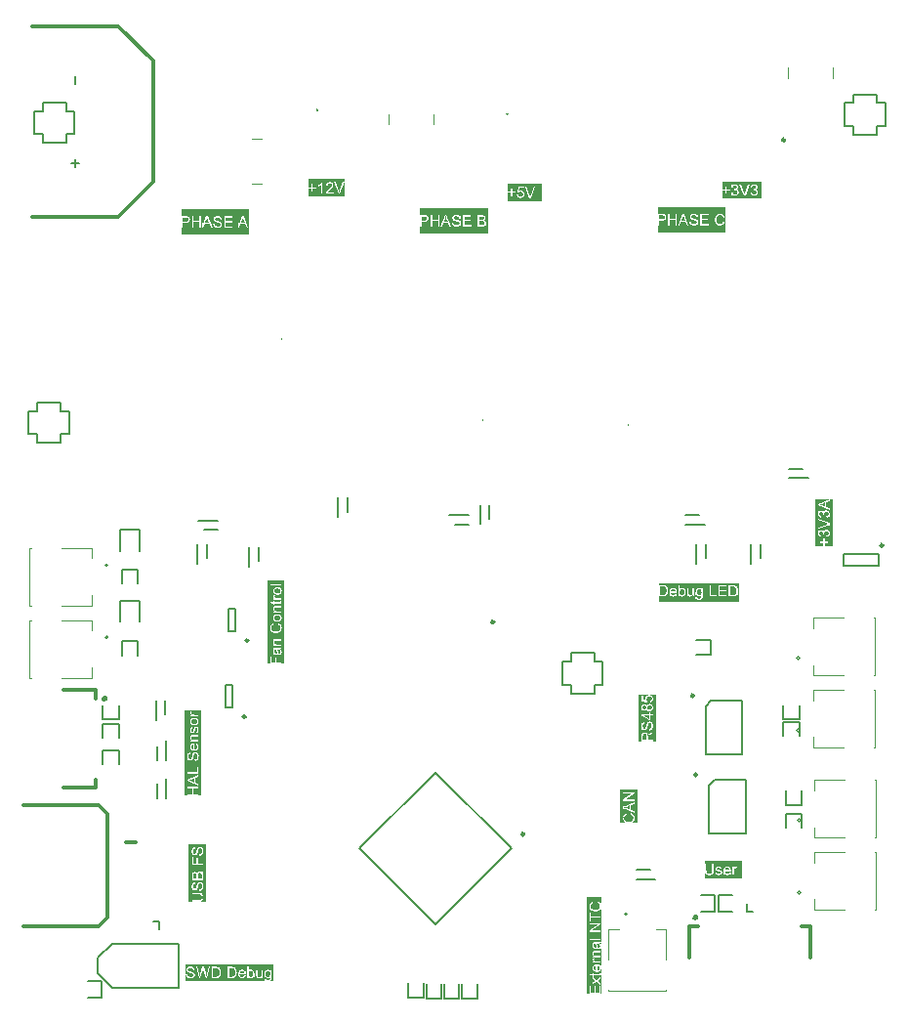
<source format=gbr>
%TF.GenerationSoftware,Altium Limited,Altium Designer,23.1.1 (15)*%
G04 Layer_Color=65535*
%FSLAX45Y45*%
%MOMM*%
%TF.SameCoordinates,3B15BE60-5205-462F-B1BE-89E8C5D5736D*%
%TF.FilePolarity,Positive*%
%TF.FileFunction,Legend,Top*%
%TF.Part,Single*%
G01*
G75*
%TA.AperFunction,NonConductor*%
%ADD93C,0.50000*%
%ADD94C,0.20000*%
%ADD95C,0.25000*%
%ADD96C,0.10000*%
%ADD97C,0.30000*%
%ADD98C,0.17500*%
G36*
X11893419Y9687075D02*
X11895533Y9686934D01*
X11897225Y9686793D01*
X11898353Y9686511D01*
X11899199Y9686371D01*
X11899763Y9686230D01*
X11899904D01*
X11901736Y9685525D01*
X11903287Y9684679D01*
X11904697Y9683833D01*
X11905965Y9682846D01*
X11906811Y9681859D01*
X11907516Y9681155D01*
X11907939Y9680591D01*
X11908080Y9680450D01*
X11909067Y9678758D01*
X11909912Y9677066D01*
X11910476Y9675234D01*
X11910758Y9673683D01*
X11911040Y9672274D01*
X11911181Y9671005D01*
Y9670300D01*
Y9670159D01*
Y9670018D01*
X11910899Y9667058D01*
X11910335Y9664520D01*
X11909490Y9662265D01*
X11908503Y9660432D01*
X11907516Y9659022D01*
X11906670Y9657895D01*
X11906106Y9657331D01*
X11905824Y9657049D01*
X11904838Y9656203D01*
X11903569Y9655498D01*
X11900890Y9654370D01*
X11897930Y9653525D01*
X11894970Y9652961D01*
X11892291Y9652679D01*
X11891163Y9652538D01*
X11890177D01*
X11889190Y9652397D01*
X11862969D01*
Y9687216D01*
X11890881D01*
X11893419Y9687075D01*
D02*
G37*
G36*
X12437606Y9541002D02*
X11850000D01*
Y9601225D01*
X11862969D01*
Y9640837D01*
X11887921D01*
X11891586Y9640978D01*
X11895111Y9641260D01*
X11898212Y9641683D01*
X11901031Y9642247D01*
X11903710Y9642811D01*
X11905965Y9643516D01*
X11908080Y9644361D01*
X11909912Y9645207D01*
X11911463Y9645912D01*
X11912873Y9646758D01*
X11914001Y9647463D01*
X11914846Y9648168D01*
X11915551Y9648591D01*
X11915974Y9649013D01*
X11916256Y9649295D01*
X11916397Y9649436D01*
X11917807Y9651128D01*
X11919075Y9652820D01*
X11920062Y9654511D01*
X11921049Y9656344D01*
X11921895Y9658177D01*
X11922459Y9659868D01*
X11923446Y9663110D01*
X11923727Y9664661D01*
X11924009Y9666071D01*
X11924150Y9667340D01*
X11924291Y9668326D01*
X11924432Y9669313D01*
Y9670441D01*
X11924291Y9673119D01*
X11924009Y9675657D01*
X11923446Y9677912D01*
X11923023Y9679886D01*
X11922459Y9681578D01*
X11921895Y9682846D01*
X11921613Y9683551D01*
X11921472Y9683833D01*
X11920344Y9685948D01*
X11918935Y9687780D01*
X11917666Y9689472D01*
X11916397Y9690741D01*
X11915269Y9691727D01*
X11914423Y9692573D01*
X11913860Y9692996D01*
X11913578Y9693137D01*
X11911745Y9694265D01*
X11909630Y9695252D01*
X11907657Y9696097D01*
X11905824Y9696802D01*
X11904133Y9697225D01*
X11902864Y9697507D01*
X11901877Y9697789D01*
X11901595D01*
X11899481Y9698071D01*
X11897084Y9698353D01*
X11894547Y9698494D01*
X11892150Y9698635D01*
X11890036Y9698776D01*
X11924432D01*
D01*
X11850000D01*
Y9758998D01*
X12437606D01*
Y9541002D01*
D02*
G37*
G36*
X8615000Y5800001D02*
X8588775D01*
Y5865975D01*
Y5812970D01*
X8544510D01*
Y5858785D01*
X8532951D01*
Y5812970D01*
X8502783D01*
Y5865975D01*
X8588775D01*
X8491224D01*
Y5800001D01*
X8464999D01*
Y6520000D01*
X8615000D01*
Y5800001D01*
D02*
G37*
G36*
X7935000Y3740001D02*
X7910467D01*
Y3816688D01*
D01*
Y3778485D01*
X7910185Y3783560D01*
X7909903Y3785816D01*
X7909621Y3787930D01*
X7909198Y3790045D01*
X7908775Y3791878D01*
X7908352Y3793569D01*
X7907789Y3795120D01*
X7907225Y3796530D01*
X7906802Y3797657D01*
X7906379Y3798785D01*
X7905956Y3799631D01*
X7905533Y3800336D01*
X7905392Y3800759D01*
X7905110Y3801041D01*
Y3801182D01*
X7902996Y3804283D01*
X7900599Y3806820D01*
X7898344Y3808794D01*
X7896088Y3810486D01*
X7894115Y3811754D01*
X7892564Y3812600D01*
X7892000Y3812882D01*
X7891577Y3813164D01*
X7891295Y3813305D01*
X7891154D01*
X7889463Y3813869D01*
X7887630Y3814433D01*
X7883824Y3815279D01*
X7879877Y3815843D01*
X7876070Y3816265D01*
X7874379Y3816406D01*
X7872687Y3816547D01*
X7871277D01*
X7870009Y3816688D01*
X7811224D01*
Y3803719D01*
X7867612D01*
X7870854D01*
X7873956Y3803437D01*
X7876634Y3803155D01*
X7879172Y3802732D01*
X7881427Y3802309D01*
X7883542Y3801746D01*
X7885374Y3801323D01*
X7886925Y3800759D01*
X7888194Y3800195D01*
X7889463Y3799631D01*
X7890308Y3799067D01*
X7891154Y3798644D01*
X7891718Y3798221D01*
X7892141Y3797939D01*
X7892282Y3797798D01*
X7892423Y3797657D01*
X7893551Y3796389D01*
X7894537Y3794979D01*
X7896088Y3791878D01*
X7897216Y3788635D01*
X7897921Y3785252D01*
X7898485Y3782151D01*
X7898626Y3780882D01*
Y3779613D01*
X7898767Y3778767D01*
Y3777358D01*
X7898626Y3774397D01*
X7898203Y3771719D01*
X7897780Y3769181D01*
X7897075Y3767208D01*
X7896511Y3765516D01*
X7896088Y3764247D01*
X7895665Y3763543D01*
X7895524Y3763261D01*
X7894255Y3761287D01*
X7892705Y3759595D01*
X7891154Y3758186D01*
X7889744Y3757199D01*
X7888335Y3756353D01*
X7887348Y3755648D01*
X7886643Y3755366D01*
X7886361Y3755225D01*
X7885092Y3754802D01*
X7883824Y3754521D01*
X7880863Y3753957D01*
X7877762Y3753534D01*
X7874661Y3753252D01*
X7871982Y3753111D01*
X7870713D01*
X7869727Y3752970D01*
X7868881D01*
X7868176D01*
X7867753D01*
X7867612D01*
X7811224D01*
Y3740001D01*
X7785000D01*
Y4240001D01*
X7935000D01*
Y3740001D01*
D02*
G37*
G36*
X7910467D02*
X7870432D01*
X7873110Y3740142D01*
X7875647Y3740283D01*
X7878044Y3740565D01*
X7880158Y3740846D01*
X7882132Y3741128D01*
X7883965Y3741551D01*
X7885656Y3741833D01*
X7887207Y3742115D01*
X7888476Y3742538D01*
X7889603Y3742820D01*
X7890449Y3743102D01*
X7891154Y3743384D01*
X7891718Y3743525D01*
X7892000Y3743666D01*
X7892141D01*
X7895242Y3745217D01*
X7898062Y3747190D01*
X7900317Y3749164D01*
X7902291Y3751278D01*
X7903841Y3753111D01*
X7904969Y3754662D01*
X7905251Y3755225D01*
X7905533Y3755648D01*
X7905815Y3755930D01*
Y3756071D01*
X7907366Y3759595D01*
X7908493Y3763261D01*
X7909339Y3767067D01*
X7909903Y3770591D01*
X7910044Y3772142D01*
X7910185Y3773692D01*
X7910326Y3775102D01*
Y3776230D01*
X7910467Y3777217D01*
Y3740001D01*
D02*
G37*
G36*
X11360000Y2940000D02*
X11358308D01*
Y3012881D01*
X11346749D01*
Y2952969D01*
X11313621D01*
Y3006960D01*
X11302061D01*
Y2952969D01*
X11272317D01*
Y3010626D01*
X11260757D01*
Y2940000D01*
X11240000D01*
Y3780000D01*
X11360000D01*
Y2940000D01*
D02*
G37*
G36*
X13368620Y6822394D02*
X13325974D01*
Y6886677D01*
Y6860174D01*
X13299190D01*
Y6886677D01*
X13288052D01*
Y6860174D01*
X13261549D01*
Y6848897D01*
X13288052D01*
Y6822394D01*
X13261549D01*
D01*
X13218620D01*
Y7228247D01*
X13368620D01*
Y6822394D01*
D02*
G37*
G36*
X13325974D02*
X13299190D01*
Y6848897D01*
X13325974D01*
Y6822394D01*
D02*
G37*
G36*
X12580001Y4095000D02*
Y3945000D01*
X12260000D01*
Y3970379D01*
D01*
Y4010414D01*
X12260141Y4007736D01*
X12260282Y4005198D01*
X12260564Y4002802D01*
X12260846Y4000687D01*
X12261128Y3998714D01*
X12261551Y3996881D01*
X12261833Y3995189D01*
X12262115Y3993639D01*
X12262538Y3992370D01*
X12262820Y3991242D01*
X12263101Y3990396D01*
X12263383Y3989692D01*
X12263524Y3989128D01*
X12263665Y3988846D01*
Y3988705D01*
X12265216Y3985603D01*
X12267190Y3982784D01*
X12269163Y3980528D01*
X12271278Y3978555D01*
X12273110Y3977004D01*
X12274661Y3975876D01*
X12275225Y3975595D01*
X12275648Y3975313D01*
X12275930Y3975031D01*
X12276071D01*
X12279595Y3973480D01*
X12283260Y3972352D01*
X12287066Y3971506D01*
X12290591Y3970943D01*
X12292141Y3970802D01*
X12293692Y3970661D01*
X12295102Y3970520D01*
X12296229D01*
X12297216Y3970379D01*
X12298485D01*
X12303560Y3970661D01*
X12305815Y3970943D01*
X12307930Y3971224D01*
X12310044Y3971647D01*
X12311877Y3972070D01*
X12313569Y3972493D01*
X12315119Y3973057D01*
X12316529Y3973621D01*
X12317657Y3974044D01*
X12318785Y3974467D01*
X12319630Y3974890D01*
X12320335Y3975313D01*
X12320758Y3975454D01*
X12321040Y3975736D01*
X12321181D01*
X12324282Y3977850D01*
X12326820Y3980247D01*
X12328793Y3982502D01*
X12330485Y3984758D01*
X12331754Y3986731D01*
X12332600Y3988282D01*
X12332882Y3988846D01*
X12333164Y3989269D01*
X12333305Y3989551D01*
Y3989692D01*
X12333868Y3991383D01*
X12334432Y3993216D01*
X12335278Y3997022D01*
X12335842Y4000969D01*
X12336265Y4004775D01*
X12336406Y4006467D01*
X12336547Y4008159D01*
Y4009568D01*
X12336688Y4010837D01*
Y3975313D01*
Y4069622D01*
X12323719D01*
Y4013234D01*
Y4009991D01*
X12323437Y4006890D01*
X12323155Y4004211D01*
X12322732Y4001674D01*
X12322309Y3999418D01*
X12321745Y3997304D01*
X12321322Y3995471D01*
X12320758Y3993921D01*
X12320194Y3992652D01*
X12319630Y3991383D01*
X12319067Y3990537D01*
X12318644Y3989692D01*
X12318221Y3989128D01*
X12317939Y3988705D01*
X12317798Y3988564D01*
X12317657Y3988423D01*
X12316388Y3987295D01*
X12314978Y3986308D01*
X12311877Y3984758D01*
X12308635Y3983630D01*
X12305251Y3982925D01*
X12302150Y3982361D01*
X12300881Y3982220D01*
X12299613D01*
X12298767Y3982079D01*
X12297357D01*
X12294397Y3982220D01*
X12291718Y3982643D01*
X12289181Y3983066D01*
X12287207Y3983771D01*
X12285516Y3984335D01*
X12284247Y3984758D01*
X12283542Y3985180D01*
X12283260Y3985321D01*
X12281287Y3986590D01*
X12279595Y3988141D01*
X12278185Y3989692D01*
X12277198Y3991101D01*
X12276353Y3992511D01*
X12275648Y3993498D01*
X12275366Y3994203D01*
X12275225Y3994485D01*
X12274802Y3995753D01*
X12274520Y3997022D01*
X12273956Y3999982D01*
X12273533Y4003084D01*
X12273251Y4006185D01*
X12273110Y4008863D01*
Y4010132D01*
X12272969Y4011119D01*
Y4011965D01*
Y4012670D01*
Y4013093D01*
Y4013234D01*
Y4069622D01*
X12300948D01*
X12260000D01*
Y4095000D01*
X12580001D01*
D02*
G37*
G36*
X11739700Y5194564D02*
X11741391Y5194282D01*
X11742801Y5193859D01*
X11744070Y5193436D01*
X11745197Y5192872D01*
X11746043Y5192449D01*
X11746607Y5192167D01*
X11746748Y5192026D01*
X11748158Y5191040D01*
X11749427Y5189771D01*
X11750413Y5188502D01*
X11751259Y5187233D01*
X11751823Y5186106D01*
X11752246Y5185260D01*
X11752528Y5184696D01*
X11752669Y5184414D01*
X11753233Y5182440D01*
X11753656Y5180185D01*
X11753938Y5177929D01*
X11754079Y5175674D01*
X11754220Y5173700D01*
X11754361Y5172009D01*
Y5142969D01*
X11722078D01*
Y5173700D01*
X11722219Y5177507D01*
X11722783Y5180749D01*
X11723488Y5183568D01*
X11724334Y5185683D01*
X11725180Y5187515D01*
X11725885Y5188643D01*
X11726448Y5189348D01*
X11726589Y5189630D01*
X11728422Y5191322D01*
X11730255Y5192590D01*
X11732228Y5193436D01*
X11733920Y5194141D01*
X11735612Y5194423D01*
X11736880Y5194564D01*
X11737726Y5194705D01*
X11737867D01*
X11738008D01*
X11739700Y5194564D01*
D02*
G37*
G36*
X11835000Y5130000D02*
X11808775D01*
Y5142969D01*
X11765497D01*
Y5159603D01*
X11765638Y5161154D01*
Y5162282D01*
X11765779Y5163269D01*
X11765920Y5163973D01*
Y5164537D01*
X11766061Y5164819D01*
Y5164960D01*
X11766766Y5167216D01*
X11767189Y5168203D01*
X11767612Y5169048D01*
X11768035Y5169894D01*
X11768317Y5170458D01*
X11768458Y5170740D01*
X11768599Y5170881D01*
X11769444Y5172009D01*
X11770431Y5173136D01*
X11772546Y5175251D01*
X11773532Y5176238D01*
X11774378Y5176943D01*
X11774942Y5177366D01*
X11775083Y5177507D01*
X11777057Y5178916D01*
X11779171Y5180467D01*
X11781427Y5182018D01*
X11783541Y5183568D01*
X11785515Y5184837D01*
X11787066Y5185824D01*
X11787629Y5186247D01*
X11788052Y5186529D01*
X11788334Y5186811D01*
X11788475D01*
X11808775Y5199639D01*
Y5215709D01*
X11782273Y5198934D01*
X11779453Y5196960D01*
X11776916Y5195128D01*
X11774801Y5193295D01*
X11772828Y5191745D01*
X11771418Y5190335D01*
X11770290Y5189207D01*
X11769585Y5188502D01*
X11769303Y5188220D01*
X11768458Y5187092D01*
X11767471Y5185824D01*
X11765920Y5183286D01*
X11765356Y5182159D01*
X11764792Y5181313D01*
X11764510Y5180749D01*
X11764369Y5180467D01*
X11763946Y5183004D01*
X11763524Y5185401D01*
X11762819Y5187515D01*
X11762255Y5189630D01*
X11761550Y5191463D01*
X11760704Y5193154D01*
X11759999Y5194705D01*
X11759294Y5196115D01*
X11758449Y5197242D01*
X11757744Y5198370D01*
X11757180Y5199216D01*
X11756616Y5199921D01*
X11756193Y5200485D01*
X11755770Y5200908D01*
X11755629Y5201049D01*
X11755488Y5201189D01*
X11754079Y5202317D01*
X11752669Y5203445D01*
X11749709Y5205137D01*
X11746748Y5206264D01*
X11743929Y5207110D01*
X11741532Y5207674D01*
X11740545Y5207815D01*
X11739559D01*
X11738854Y5207956D01*
X11738290D01*
X11738008D01*
X11737867D01*
X11734907Y5207815D01*
X11732228Y5207392D01*
X11729691Y5206687D01*
X11727576Y5205982D01*
X11725744Y5205137D01*
X11724334Y5204573D01*
X11723488Y5204009D01*
X11723347Y5203868D01*
X11723206D01*
X11720951Y5202176D01*
X11718977Y5200485D01*
X11717285Y5198652D01*
X11716017Y5196960D01*
X11715030Y5195410D01*
X11714466Y5194141D01*
X11714043Y5193295D01*
X11713902Y5193154D01*
Y5193013D01*
X11713479Y5191745D01*
X11713056Y5190194D01*
X11712351Y5187092D01*
X11711929Y5183709D01*
X11711506Y5180608D01*
X11711365Y5177648D01*
Y5176379D01*
X11711224Y5175251D01*
Y5215709D01*
X11808775D01*
X11711224D01*
Y5130000D01*
X11684999D01*
Y5530637D01*
X11835000D01*
Y5130000D01*
D02*
G37*
G36*
X7811259Y4672969D02*
X7771224D01*
Y4723436D01*
X7811259D01*
Y4672969D01*
D02*
G37*
G36*
X7895000Y4660000D02*
X7868775D01*
Y4672969D01*
X7822819D01*
Y4723436D01*
X7868775D01*
Y4736405D01*
X7771224D01*
Y4660000D01*
X7745000D01*
Y5400000D01*
X7895000D01*
Y4660000D01*
D02*
G37*
G36*
X11614661Y4493304D02*
X11616916Y4492741D01*
X11619031Y4492036D01*
X11621004Y4491331D01*
X11622837Y4490626D01*
X11624529Y4489780D01*
X11625938Y4488934D01*
X11627348Y4487948D01*
X11628617Y4487102D01*
X11629745Y4486397D01*
X11630590Y4485551D01*
X11631436Y4484846D01*
X11632141Y4484282D01*
X11632564Y4483718D01*
X11632987Y4483296D01*
X11633128Y4483155D01*
X11633269Y4483014D01*
X11634397Y4481604D01*
X11635242Y4480053D01*
X11636793Y4476952D01*
X11637921Y4473992D01*
X11638626Y4471031D01*
X11639190Y4468494D01*
X11639331Y4467507D01*
Y4466520D01*
X11639472Y4465674D01*
Y4464688D01*
X11639331Y4461445D01*
X11638767Y4458344D01*
X11638062Y4455524D01*
X11637216Y4452987D01*
X11636370Y4451013D01*
X11635947Y4450168D01*
X11635665Y4449463D01*
X11635383Y4448899D01*
X11635101Y4448476D01*
X11634960Y4448194D01*
Y4448053D01*
X11632987Y4445375D01*
X11630872Y4443119D01*
X11628476Y4441146D01*
X11626220Y4439595D01*
X11624247Y4438326D01*
X11622555Y4437480D01*
X11621850Y4437198D01*
X11621427Y4436916D01*
X11621145Y4436775D01*
X11621004D01*
X11617339Y4435648D01*
X11613674Y4434802D01*
X11610009Y4434097D01*
X11606626Y4433674D01*
X11605075Y4433533D01*
X11603665Y4433392D01*
X11602396D01*
X11601410Y4433251D01*
X11600564D01*
X11599859D01*
X11599436D01*
X11599295D01*
X11595630Y4433392D01*
X11592247Y4433674D01*
X11589145Y4434238D01*
X11586326Y4434802D01*
X11583929Y4435225D01*
X11582943Y4435507D01*
X11582097Y4435789D01*
X11581392Y4435930D01*
X11580969Y4436071D01*
X11580687Y4436212D01*
X11580546D01*
X11577304Y4437621D01*
X11574343Y4439172D01*
X11571947Y4440864D01*
X11569832Y4442696D01*
X11568141Y4444247D01*
X11567013Y4445516D01*
X11566308Y4446502D01*
X11566026Y4446643D01*
Y4446784D01*
X11564194Y4449745D01*
X11562784Y4452987D01*
X11561797Y4456088D01*
X11561233Y4459049D01*
X11560810Y4461727D01*
X11560669Y4462855D01*
Y4463842D01*
X11560528Y4464547D01*
Y4465674D01*
X11560669Y4469199D01*
X11561233Y4472441D01*
X11562079Y4475119D01*
X11562925Y4477516D01*
X11563912Y4479348D01*
X11564616Y4480758D01*
X11565180Y4481604D01*
X11565462Y4481886D01*
X11567577Y4484141D01*
X11569973Y4486256D01*
X11572511Y4487948D01*
X11575048Y4489357D01*
X11577304Y4490485D01*
X11578432Y4490908D01*
X11579277Y4491190D01*
X11579982Y4491472D01*
X11580546Y4491754D01*
X11580828Y4491895D01*
X11580969D01*
X11578009Y4504582D01*
X11575471Y4503736D01*
X11573216Y4502890D01*
X11571101Y4501763D01*
X11568987Y4500776D01*
X11567154Y4499648D01*
X11565462Y4498379D01*
X11563771Y4497252D01*
X11562361Y4496124D01*
X11561233Y4494996D01*
X11560105Y4494009D01*
X11559119Y4493023D01*
X11558414Y4492318D01*
X11557709Y4491613D01*
X11557286Y4491049D01*
X11557145Y4490767D01*
X11557004Y4490626D01*
X11555735Y4488652D01*
X11554467Y4486679D01*
X11553480Y4484705D01*
X11552634Y4482591D01*
X11551365Y4478362D01*
X11550519Y4474555D01*
X11550097Y4472723D01*
X11549956Y4471172D01*
X11549815Y4469621D01*
X11549674Y4468353D01*
X11549533Y4467366D01*
Y4506274D01*
X11617903D01*
X11614661Y4493304D01*
D02*
G37*
G36*
X11675001Y4420000D02*
X11650467D01*
D01*
X11599295D01*
X11604370Y4420282D01*
X11609304Y4420846D01*
X11613674Y4421551D01*
X11615789Y4422115D01*
X11617621Y4422538D01*
X11619313Y4422960D01*
X11620863Y4423524D01*
X11622273Y4423947D01*
X11623401Y4424229D01*
X11624247Y4424652D01*
X11624952Y4424793D01*
X11625375Y4425075D01*
X11625515D01*
X11629745Y4427190D01*
X11633551Y4429586D01*
X11636793Y4432123D01*
X11638062Y4433392D01*
X11639331Y4434520D01*
X11640458Y4435648D01*
X11641445Y4436775D01*
X11642291Y4437762D01*
X11642855Y4438608D01*
X11643419Y4439172D01*
X11643842Y4439736D01*
X11643983Y4440018D01*
X11644124Y4440159D01*
X11645251Y4442132D01*
X11646238Y4444106D01*
X11647789Y4448335D01*
X11648917Y4452564D01*
X11649621Y4456652D01*
X11649903Y4458626D01*
X11650185Y4460317D01*
X11650326Y4461868D01*
Y4463137D01*
X11650467Y4464265D01*
Y4465815D01*
X11650326Y4468635D01*
X11650044Y4471313D01*
X11649762Y4473851D01*
X11649198Y4476247D01*
X11648494Y4478503D01*
X11647789Y4480617D01*
X11647084Y4482591D01*
X11646238Y4484423D01*
X11645533Y4485974D01*
X11644828Y4487525D01*
X11644124Y4488652D01*
X11643419Y4489780D01*
X11642855Y4490485D01*
X11642573Y4491190D01*
X11642291Y4491472D01*
X11642150Y4491613D01*
X11640458Y4493586D01*
X11638767Y4495278D01*
X11636793Y4496829D01*
X11634820Y4498379D01*
X11630872Y4500917D01*
X11626925Y4502890D01*
X11625093Y4503736D01*
X11623401Y4504441D01*
X11621850Y4505005D01*
X11620582Y4505428D01*
X11619454Y4505851D01*
X11618608Y4506133D01*
X11618044Y4506274D01*
X11650467D01*
D01*
X11549533D01*
Y4420000D01*
X11525000D01*
Y4710000D01*
X11675001D01*
Y4420000D01*
D02*
G37*
G36*
X11549815Y4461304D02*
X11550519Y4456793D01*
X11551365Y4452846D01*
X11551929Y4451013D01*
X11552493Y4449322D01*
X11553057Y4447771D01*
X11553621Y4446361D01*
X11554044Y4445234D01*
X11554467Y4444106D01*
X11554890Y4443401D01*
X11555171Y4442837D01*
X11555312Y4442414D01*
X11555453Y4442273D01*
X11557850Y4438467D01*
X11560669Y4435225D01*
X11563489Y4432405D01*
X11566308Y4430009D01*
X11568846Y4428176D01*
X11569973Y4427471D01*
X11570960Y4426908D01*
X11571665Y4426344D01*
X11572229Y4426062D01*
X11572652Y4425921D01*
X11572793Y4425780D01*
X11577163Y4423806D01*
X11581674Y4422397D01*
X11586185Y4421410D01*
X11590273Y4420705D01*
X11592106Y4420423D01*
X11593938Y4420282D01*
X11595348Y4420141D01*
X11596758D01*
X11597744Y4420000D01*
X11549533D01*
Y4465956D01*
X11549815Y4461304D01*
D02*
G37*
G36*
X12438897Y9911947D02*
X12412394D01*
Y9938450D01*
X12438897D01*
Y9911947D01*
D02*
G37*
G36*
X12750000Y9831379D02*
X12412394D01*
Y9874026D01*
D01*
Y9900811D01*
X12438897D01*
Y9874026D01*
X12450174D01*
Y9900811D01*
X12476677D01*
Y9911947D01*
X12450174D01*
Y9938450D01*
X12476677D01*
X12412394D01*
Y9981379D01*
X12750000D01*
Y9831379D01*
D02*
G37*
G36*
X10578897Y9892159D02*
X10552394D01*
Y9918661D01*
X10578897D01*
Y9892159D01*
D02*
G37*
G36*
X10842395Y9811379D02*
X10552394D01*
Y9854238D01*
D01*
Y9881022D01*
X10578897D01*
Y9854238D01*
X10590174D01*
Y9881022D01*
X10616677D01*
Y9892300D01*
Y9892159D01*
X10590174D01*
Y9918661D01*
X10616677D01*
X10552394D01*
Y9961379D01*
X10842395D01*
Y9811379D01*
D02*
G37*
G36*
X7763419Y9667075D02*
X7765533Y9666934D01*
X7767225Y9666793D01*
X7768353Y9666511D01*
X7769199Y9666370D01*
X7769762Y9666229D01*
X7769903D01*
X7771736Y9665524D01*
X7773287Y9664679D01*
X7774696Y9663833D01*
X7775965Y9662846D01*
X7776811Y9661859D01*
X7777516Y9661154D01*
X7777939Y9660591D01*
X7778080Y9660450D01*
X7779066Y9658758D01*
X7779912Y9657066D01*
X7780476Y9655234D01*
X7780758Y9653683D01*
X7781040Y9652273D01*
X7781181Y9651005D01*
Y9650300D01*
Y9650159D01*
Y9650018D01*
X7780899Y9647057D01*
X7780335Y9644520D01*
X7779489Y9642264D01*
X7778503Y9640432D01*
X7777516Y9639022D01*
X7776670Y9637894D01*
X7776106Y9637330D01*
X7775824Y9637049D01*
X7774837Y9636203D01*
X7773569Y9635498D01*
X7770890Y9634370D01*
X7767930Y9633524D01*
X7764969Y9632960D01*
X7762291Y9632678D01*
X7761163Y9632538D01*
X7760177D01*
X7759190Y9632397D01*
X7732969D01*
Y9667216D01*
X7760881D01*
X7763419Y9667075D01*
D02*
G37*
G36*
X8307606Y9738998D02*
Y9521002D01*
X7720000D01*
Y9581224D01*
X7732969D01*
Y9620837D01*
X7757921D01*
X7761586Y9620978D01*
X7765110Y9621260D01*
X7768212Y9621683D01*
X7771031Y9622247D01*
X7773710Y9622811D01*
X7775965Y9623515D01*
X7778080Y9624361D01*
X7779912Y9625207D01*
X7781463Y9625912D01*
X7782873Y9626758D01*
X7784000Y9627463D01*
X7784846Y9628167D01*
X7785551Y9628590D01*
X7785974Y9629013D01*
X7786256Y9629295D01*
X7786397Y9629436D01*
X7787807Y9631128D01*
X7789075Y9632819D01*
X7790062Y9634511D01*
X7791049Y9636344D01*
X7791895Y9638176D01*
X7792459Y9639868D01*
X7793445Y9643110D01*
X7793727Y9644661D01*
X7794009Y9646071D01*
X7794150Y9647339D01*
X7794291Y9648326D01*
X7794432Y9649313D01*
Y9650441D01*
X7794291Y9653119D01*
X7794009Y9655657D01*
X7793445Y9657912D01*
X7793023Y9659886D01*
X7792459Y9661577D01*
X7791895Y9662846D01*
X7791613Y9663551D01*
X7791472Y9663833D01*
X7790344Y9665947D01*
X7788934Y9667780D01*
X7787666Y9669472D01*
X7786397Y9670740D01*
X7785269Y9671727D01*
X7784423Y9672573D01*
X7783859Y9672996D01*
X7783578Y9673137D01*
X7781745Y9674265D01*
X7779630Y9675251D01*
X7777657Y9676097D01*
X7775824Y9676802D01*
X7774133Y9677225D01*
X7772864Y9677507D01*
X7771877Y9677789D01*
X7771595D01*
X7769481Y9678071D01*
X7767084Y9678353D01*
X7764547Y9678494D01*
X7762150Y9678635D01*
X7760036Y9678776D01*
X7720000D01*
Y9738998D01*
X8307606D01*
D02*
G37*
G36*
X8848896Y9931102D02*
X8822394D01*
Y9957604D01*
X8848896D01*
Y9931102D01*
D02*
G37*
G36*
X9136052Y9851379D02*
X8822394D01*
Y9893181D01*
D01*
Y9919965D01*
X8848896D01*
Y9893181D01*
X8860174D01*
Y9919965D01*
X8886676D01*
Y9893181D01*
D01*
D01*
Y9957604D01*
Y9931102D01*
X8860174D01*
Y9957604D01*
X8886676D01*
X8822394D01*
Y10001379D01*
X9136052D01*
Y9851379D01*
D02*
G37*
G36*
X9833419Y9677075D02*
X9835533Y9676934D01*
X9837225Y9676793D01*
X9838353Y9676511D01*
X9839199Y9676370D01*
X9839762Y9676229D01*
X9839903D01*
X9841736Y9675524D01*
X9843287Y9674679D01*
X9844696Y9673833D01*
X9845965Y9672846D01*
X9846811Y9671859D01*
X9847516Y9671154D01*
X9847939Y9670591D01*
X9848080Y9670450D01*
X9849066Y9668758D01*
X9849912Y9667066D01*
X9850476Y9665234D01*
X9850758Y9663683D01*
X9851040Y9662273D01*
X9851181Y9661005D01*
Y9660300D01*
Y9660159D01*
Y9660018D01*
X9850899Y9657057D01*
X9850335Y9654520D01*
X9849489Y9652264D01*
X9848503Y9650432D01*
X9847516Y9649022D01*
X9846670Y9647894D01*
X9846106Y9647330D01*
X9845824Y9647049D01*
X9844837Y9646203D01*
X9843569Y9645498D01*
X9840890Y9644370D01*
X9837930Y9643524D01*
X9834969Y9642960D01*
X9832291Y9642678D01*
X9831163Y9642537D01*
X9830176D01*
X9829190Y9642397D01*
X9802969D01*
Y9677216D01*
X9830881D01*
X9833419Y9677075D01*
D02*
G37*
G36*
X10377606Y9748998D02*
Y9531002D01*
X9790000D01*
Y9591224D01*
X9802969D01*
Y9630837D01*
X9827921D01*
X9831586Y9630978D01*
X9835110Y9631260D01*
X9838212Y9631683D01*
X9841031Y9632247D01*
X9843710Y9632811D01*
X9845965Y9633515D01*
X9848080Y9634361D01*
X9849912Y9635207D01*
X9851463Y9635912D01*
X9852873Y9636758D01*
X9854000Y9637463D01*
X9854846Y9638167D01*
X9855551Y9638590D01*
X9855974Y9639013D01*
X9856256Y9639295D01*
X9856397Y9639436D01*
X9857807Y9641128D01*
X9859075Y9642819D01*
X9860062Y9644511D01*
X9861049Y9646344D01*
X9861895Y9648176D01*
X9862459Y9649868D01*
X9863445Y9653110D01*
X9863727Y9654661D01*
X9864009Y9656071D01*
X9864150Y9657339D01*
X9864291Y9658326D01*
X9864432Y9659313D01*
Y9660441D01*
X9864291Y9663119D01*
X9864009Y9665657D01*
X9863445Y9667912D01*
X9863022Y9669886D01*
X9862459Y9671577D01*
X9861895Y9672846D01*
X9861613Y9673551D01*
X9861472Y9673833D01*
X9860344Y9675947D01*
X9858934Y9677780D01*
X9857666Y9679472D01*
X9856397Y9680740D01*
X9855269Y9681727D01*
X9854423Y9682573D01*
X9853859Y9682996D01*
X9853577Y9683137D01*
X9851745Y9684265D01*
X9849630Y9685251D01*
X9847657Y9686097D01*
X9845824Y9686802D01*
X9844132Y9687225D01*
X9842864Y9687507D01*
X9841877Y9687789D01*
X9841595D01*
X9839480Y9688071D01*
X9837084Y9688353D01*
X9834546Y9688494D01*
X9832150Y9688635D01*
X9830035Y9688776D01*
X9790000D01*
Y9748998D01*
X10377606D01*
D02*
G37*
G36*
X8520000Y3050000D02*
X7760000D01*
Y3078617D01*
Y3177860D01*
D01*
Y3200000D01*
X8520000D01*
Y3050000D01*
D02*
G37*
G36*
X11897357Y6471384D02*
X11899190D01*
X11900881Y6471243D01*
X11903701Y6470820D01*
X11905956Y6470538D01*
X11907789Y6470115D01*
X11909057Y6469692D01*
X11909762Y6469551D01*
X11910044Y6469410D01*
X11912582Y6468141D01*
X11914978Y6466591D01*
X11917093Y6464758D01*
X11918925Y6462926D01*
X11920335Y6461234D01*
X11921463Y6459824D01*
X11921745Y6459260D01*
X11922027Y6458837D01*
X11922309Y6458556D01*
Y6458415D01*
X11923154Y6456864D01*
X11924000Y6455031D01*
X11925269Y6451366D01*
X11926115Y6447419D01*
X11926820Y6443613D01*
X11926961Y6441921D01*
X11927102Y6440229D01*
X11927243Y6438820D01*
Y6437551D01*
X11927384Y6436423D01*
Y6435718D01*
Y6435155D01*
Y6435014D01*
X11927243Y6431066D01*
X11926961Y6427401D01*
X11926538Y6424159D01*
X11926115Y6421339D01*
X11925833Y6420212D01*
X11925551Y6419225D01*
X11925269Y6418238D01*
X11925128Y6417533D01*
X11924987Y6416969D01*
X11924846Y6416546D01*
X11924705Y6416265D01*
Y6416124D01*
X11923718Y6413445D01*
X11922591Y6411049D01*
X11921322Y6408934D01*
X11920194Y6407101D01*
X11919207Y6405692D01*
X11918361Y6404705D01*
X11917798Y6404141D01*
X11917657Y6403859D01*
X11916247Y6402731D01*
X11914837Y6401745D01*
X11913428Y6400899D01*
X11912018Y6400053D01*
X11910749Y6399489D01*
X11909762Y6399066D01*
X11909057Y6398925D01*
X11908776Y6398784D01*
X11906661Y6398220D01*
X11904124Y6397797D01*
X11901586Y6397516D01*
X11899190Y6397375D01*
X11897075Y6397234D01*
X11896088Y6397093D01*
X11872969D01*
Y6471525D01*
X11895524D01*
X11897357Y6471384D01*
D02*
G37*
G36*
X12559999Y6339192D02*
X11860000D01*
Y6385533D01*
X11895101D01*
X11898344Y6385674D01*
X11901304Y6385815D01*
X11903983Y6386097D01*
X11906238Y6386379D01*
X11908212Y6386661D01*
X11909621Y6386802D01*
X11910044Y6386943D01*
X11910467Y6387084D01*
X11910749D01*
X11913287Y6387789D01*
X11915542Y6388634D01*
X11917516Y6389339D01*
X11919207Y6390185D01*
X11920617Y6390890D01*
X11921604Y6391454D01*
X11922168Y6391877D01*
X11922450Y6392018D01*
X11924282Y6393286D01*
X11925833Y6394837D01*
X11927384Y6396247D01*
X11928652Y6397656D01*
X11929780Y6398925D01*
X11930626Y6399912D01*
X11931190Y6400617D01*
X11931331Y6400899D01*
X11932740Y6403154D01*
X11934150Y6405551D01*
X11935278Y6407806D01*
X11936124Y6410062D01*
X11936970Y6412035D01*
X11937533Y6413586D01*
X11937674Y6414150D01*
X11937815Y6414573D01*
X11937956Y6414855D01*
Y6414996D01*
X11938802Y6418379D01*
X11939507Y6421762D01*
X11939930Y6425005D01*
X11940353Y6428106D01*
X11940494Y6430784D01*
Y6431912D01*
X11940635Y6432899D01*
Y6434732D01*
X11940494Y6439525D01*
X11940071Y6443895D01*
X11939366Y6447842D01*
X11939084Y6449674D01*
X11938661Y6451225D01*
X11938238Y6452776D01*
X11937956Y6454044D01*
X11937674Y6455172D01*
X11937251Y6456159D01*
X11937110Y6457005D01*
X11936829Y6457569D01*
X11936688Y6457851D01*
Y6457992D01*
X11935137Y6461657D01*
X11933304Y6464899D01*
X11931331Y6467719D01*
X11929498Y6470115D01*
X11927806Y6472089D01*
X11926397Y6473498D01*
X11925833Y6473921D01*
X11925410Y6474344D01*
X11925269Y6474485D01*
X11925128Y6474626D01*
X11922873Y6476459D01*
X11920476Y6477868D01*
X11918080Y6479137D01*
X11915824Y6480124D01*
X11913850Y6480829D01*
X11912300Y6481252D01*
X11911736Y6481534D01*
X11911313D01*
X11911031Y6481675D01*
X11910890D01*
X11908494Y6482098D01*
X11905674Y6482520D01*
X11902855Y6482802D01*
X11900035Y6482943D01*
X11897498Y6483084D01*
X11940635D01*
X11860000D01*
Y6500808D01*
X12559999D01*
Y6339192D01*
D02*
G37*
%LPC*%
G36*
X12203412Y9700468D02*
D01*
Y9628573D01*
X12203271Y9631392D01*
X12202848Y9634071D01*
X12202143Y9636467D01*
X12201438Y9638441D01*
X12200593Y9640132D01*
X12200029Y9641401D01*
X12199465Y9642106D01*
X12199324Y9642388D01*
X12197632Y9644502D01*
X12195659Y9646476D01*
X12193544Y9648168D01*
X12191430Y9649718D01*
X12189597Y9650846D01*
X12188046Y9651692D01*
X12187482Y9651974D01*
X12187059Y9652256D01*
X12186778Y9652397D01*
X12186637D01*
X12185509Y9652961D01*
X12184099Y9653384D01*
X12182548Y9653947D01*
X12180857Y9654511D01*
X12177333Y9655498D01*
X12173667Y9656485D01*
X12171976Y9656908D01*
X12170425Y9657331D01*
X12168874Y9657754D01*
X12167606Y9658036D01*
X12166619Y9658317D01*
X12165773Y9658458D01*
X12165209Y9658599D01*
X12165068D01*
X12162249Y9659304D01*
X12159711Y9659868D01*
X12157456Y9660573D01*
X12155482Y9661137D01*
X12153650Y9661842D01*
X12152099Y9662406D01*
X12150689Y9662969D01*
X12149420Y9663392D01*
X12148434Y9663956D01*
X12147588Y9664379D01*
X12147024Y9664661D01*
X12146460Y9665084D01*
X12145755Y9665507D01*
X12145614Y9665648D01*
X12144346Y9667058D01*
X12143500Y9668467D01*
X12142795Y9669877D01*
X12142372Y9671287D01*
X12142090Y9672414D01*
X12141949Y9673401D01*
Y9673965D01*
Y9674247D01*
X12142231Y9676503D01*
X12142795Y9678476D01*
X12143641Y9680168D01*
X12144627Y9681719D01*
X12145473Y9682846D01*
X12146319Y9683833D01*
X12146883Y9684397D01*
X12147165Y9684538D01*
X12148293Y9685243D01*
X12149420Y9685948D01*
X12152099Y9687075D01*
X12154918Y9687780D01*
X12157738Y9688344D01*
X12160275Y9688626D01*
X12161403Y9688767D01*
X12162249Y9688908D01*
X12164222D01*
X12168169Y9688767D01*
X12171694Y9688203D01*
X12174513Y9687357D01*
X12176910Y9686511D01*
X12178742Y9685666D01*
X12180152Y9684820D01*
X12180857Y9684256D01*
X12181139Y9684115D01*
X12183112Y9682141D01*
X12184663Y9680027D01*
X12185932Y9677771D01*
X12186778Y9675516D01*
X12187341Y9673401D01*
X12187764Y9671851D01*
X12187905Y9671146D01*
X12188046Y9670723D01*
Y9670441D01*
Y9670300D01*
X12200452Y9671287D01*
X12200170Y9674388D01*
X12199465Y9677207D01*
X12198760Y9679886D01*
X12197773Y9682141D01*
X12196927Y9683974D01*
X12196222Y9685384D01*
X12195941Y9685807D01*
X12195659Y9686230D01*
X12195518Y9686371D01*
Y9686511D01*
X12193685Y9688908D01*
X12191711Y9691023D01*
X12189597Y9692855D01*
X12187482Y9694265D01*
X12185650Y9695534D01*
X12184240Y9696238D01*
X12183676Y9696520D01*
X12183253Y9696802D01*
X12182971Y9696943D01*
X12182830D01*
X12179729Y9698071D01*
X12176346Y9698917D01*
X12173244Y9699622D01*
X12170284Y9700045D01*
X12167606Y9700327D01*
X12166619D01*
X12165632Y9700468D01*
X12163799D01*
X12160134Y9700327D01*
X12156892Y9699904D01*
X12153791Y9699340D01*
X12151112Y9698776D01*
X12148998Y9698212D01*
X12148011Y9697930D01*
X12147306Y9697648D01*
X12146742Y9697366D01*
X12146319Y9697225D01*
X12146037Y9697084D01*
X12145896D01*
X12143077Y9695675D01*
X12140539Y9694124D01*
X12138425Y9692432D01*
X12136733Y9690882D01*
X12135464Y9689472D01*
X12134478Y9688344D01*
X12133773Y9687498D01*
X12133632Y9687357D01*
Y9687216D01*
X12132222Y9684820D01*
X12131235Y9682423D01*
X12130530Y9680027D01*
X12130108Y9677912D01*
X12129826Y9676080D01*
X12129544Y9674670D01*
Y9674106D01*
Y9673683D01*
Y9673542D01*
Y9673401D01*
X12129685Y9671005D01*
X12130108Y9668749D01*
X12130671Y9666635D01*
X12131235Y9664802D01*
X12131799Y9663392D01*
X12132363Y9662265D01*
X12132786Y9661560D01*
X12132927Y9661278D01*
X12134337Y9659304D01*
X12136028Y9657472D01*
X12137720Y9655921D01*
X12139412Y9654652D01*
X12140821Y9653525D01*
X12142090Y9652820D01*
X12142936Y9652256D01*
X12143077Y9652115D01*
X12143218D01*
X12144346Y9651551D01*
X12145614Y9650987D01*
X12148434Y9650000D01*
X12151676Y9649013D01*
X12154777Y9648027D01*
X12157597Y9647181D01*
X12158865Y9646899D01*
X12159993Y9646617D01*
X12160839Y9646335D01*
X12161544Y9646194D01*
X12161967Y9646053D01*
X12162108D01*
X12164504Y9645489D01*
X12166760Y9644925D01*
X12168733Y9644361D01*
X12170425Y9643939D01*
X12172117Y9643516D01*
X12173526Y9643093D01*
X12174795Y9642811D01*
X12175782Y9642388D01*
X12176769Y9642106D01*
X12177473Y9641965D01*
X12178601Y9641542D01*
X12179306Y9641401D01*
X12179447Y9641260D01*
X12181562Y9640414D01*
X12183394Y9639428D01*
X12184945Y9638441D01*
X12186073Y9637595D01*
X12187059Y9636749D01*
X12187623Y9636185D01*
X12188046Y9635762D01*
X12188187Y9635621D01*
X12189174Y9634353D01*
X12189879Y9632943D01*
X12190302Y9631533D01*
X12190725Y9630405D01*
X12190866Y9629278D01*
X12191007Y9628432D01*
Y9627727D01*
Y9627586D01*
X12190866Y9625894D01*
X12190584Y9624344D01*
X12190161Y9622934D01*
X12189597Y9621806D01*
X12189033Y9620678D01*
X12188610Y9619974D01*
X12188328Y9619410D01*
X12188187Y9619269D01*
X12187059Y9617859D01*
X12185650Y9616731D01*
X12184240Y9615745D01*
X12182971Y9614758D01*
X12181703Y9614194D01*
X12180716Y9613630D01*
X12180011Y9613348D01*
X12179729Y9613207D01*
X12177614Y9612502D01*
X12175359Y9611938D01*
X12173103Y9611656D01*
X12171130Y9611374D01*
X12169438Y9611234D01*
X12168028Y9611093D01*
X12166760D01*
X12163658Y9611234D01*
X12160839Y9611515D01*
X12158302Y9611938D01*
X12156046Y9612502D01*
X12154213Y9613066D01*
X12152804Y9613489D01*
X12152381Y9613630D01*
X12151958Y9613771D01*
X12151817Y9613912D01*
X12151676D01*
X12149420Y9615040D01*
X12147306Y9616308D01*
X12145755Y9617577D01*
X12144346Y9618846D01*
X12143218Y9619833D01*
X12142513Y9620819D01*
X12142090Y9621383D01*
X12141949Y9621524D01*
X12140962Y9623357D01*
X12139975Y9625331D01*
X12139412Y9627445D01*
X12138848Y9629278D01*
X12138425Y9631110D01*
X12138143Y9632379D01*
Y9632943D01*
X12138002Y9633366D01*
Y9633507D01*
Y9633648D01*
X12125878Y9632520D01*
X12126160Y9628996D01*
X12126724Y9625612D01*
X12127570Y9622652D01*
X12128557Y9619974D01*
X12129544Y9617859D01*
X12129967Y9617013D01*
X12130249Y9616308D01*
X12130671Y9615745D01*
X12130812Y9615322D01*
X12131094Y9615040D01*
Y9614899D01*
X12133209Y9612220D01*
X12135464Y9609824D01*
X12137861Y9607850D01*
X12140116Y9606159D01*
X12142090Y9604890D01*
X12143782Y9604044D01*
X12144346Y9603762D01*
X12144768Y9603480D01*
X12145050Y9603339D01*
X12145191D01*
X12148716Y9602070D01*
X12152381Y9601084D01*
X12156046Y9600520D01*
X12159570Y9599956D01*
X12161262Y9599815D01*
X12162672Y9599674D01*
X12163940D01*
X12165068Y9599533D01*
X12167324D01*
X12171130Y9599674D01*
X12174654Y9600097D01*
X12177896Y9600802D01*
X12180575Y9601507D01*
X12182830Y9602070D01*
X12183817Y9602493D01*
X12184663Y9602775D01*
X12185227Y9603057D01*
X12185650Y9603198D01*
X12185932Y9603339D01*
X12186073D01*
X12189033Y9604890D01*
X12191570Y9606581D01*
X12193826Y9608414D01*
X12195659Y9610106D01*
X12197068Y9611515D01*
X12198055Y9612784D01*
X12198760Y9613630D01*
X12198901Y9613771D01*
Y9613912D01*
X12200452Y9616590D01*
X12201579Y9619128D01*
X12202284Y9621524D01*
X12202848Y9623780D01*
X12203130Y9625753D01*
X12203412Y9627304D01*
Y9600802D01*
Y9700468D01*
D02*
G37*
G36*
X12393580D02*
X12392171D01*
X12387519Y9700186D01*
X12383008Y9699481D01*
X12379061Y9698635D01*
X12377228Y9698071D01*
X12375536Y9697507D01*
X12373986Y9696943D01*
X12372576Y9696379D01*
X12371448Y9695956D01*
X12370320Y9695534D01*
X12369616Y9695111D01*
X12369052Y9694829D01*
X12368629Y9694688D01*
X12368488Y9694547D01*
X12364682Y9692150D01*
X12361439Y9689331D01*
X12358620Y9686511D01*
X12356223Y9683692D01*
X12354391Y9681155D01*
X12353686Y9680027D01*
X12353122Y9679040D01*
X12352558Y9678335D01*
X12352276Y9677771D01*
X12352135Y9677348D01*
X12351994Y9677207D01*
X12350021Y9672837D01*
X12348611Y9668326D01*
X12347624Y9663815D01*
X12346919Y9659727D01*
X12346637Y9657895D01*
X12346497Y9656062D01*
X12346356Y9654652D01*
Y9653243D01*
X12346215Y9652256D01*
Y9650705D01*
X12346497Y9645630D01*
X12347060Y9640696D01*
X12347765Y9636326D01*
X12348329Y9634212D01*
X12348752Y9632379D01*
X12349175Y9630687D01*
X12349739Y9629137D01*
X12350162Y9627727D01*
X12350444Y9626599D01*
X12350867Y9625753D01*
X12351008Y9625049D01*
X12351289Y9624626D01*
Y9624485D01*
X12353404Y9620256D01*
X12355801Y9616449D01*
X12358338Y9613207D01*
X12359607Y9611938D01*
X12360734Y9610670D01*
X12361862Y9609542D01*
X12362990Y9608555D01*
X12363977Y9607709D01*
X12364823Y9607145D01*
X12365386Y9606581D01*
X12365950Y9606159D01*
X12366232Y9606018D01*
X12366373Y9605877D01*
X12368347Y9604749D01*
X12370320Y9603762D01*
X12374550Y9602211D01*
X12378779Y9601084D01*
X12382867Y9600379D01*
X12384840Y9600097D01*
X12386532Y9599815D01*
X12388083Y9599674D01*
X12389351D01*
X12390479Y9599533D01*
X12392030D01*
X12394849Y9599674D01*
X12397528Y9599956D01*
X12400065Y9600238D01*
X12402462Y9600802D01*
X12404717Y9601507D01*
X12406832Y9602211D01*
X12408805Y9602916D01*
X12410638Y9603762D01*
X12412189Y9604467D01*
X12413739Y9605172D01*
X12414867Y9605877D01*
X12415995Y9606581D01*
X12416700Y9607145D01*
X12417404Y9607427D01*
X12417686Y9607709D01*
X12417827Y9607850D01*
X12419801Y9609542D01*
X12421493Y9611234D01*
X12423043Y9613207D01*
X12424594Y9615181D01*
X12427131Y9619128D01*
X12429105Y9623075D01*
X12429951Y9624908D01*
X12430656Y9626599D01*
X12431219Y9628150D01*
X12431642Y9629419D01*
X12432065Y9630546D01*
X12432347Y9631392D01*
X12432488Y9631956D01*
Y9632097D01*
X12419519Y9635339D01*
X12418955Y9633084D01*
X12418250Y9630969D01*
X12417545Y9628996D01*
X12416841Y9627163D01*
X12415995Y9625471D01*
X12415149Y9624062D01*
X12414162Y9622652D01*
X12413316Y9621383D01*
X12412611Y9620256D01*
X12411766Y9619410D01*
X12411061Y9618564D01*
X12410497Y9617859D01*
X12409933Y9617436D01*
X12409510Y9617013D01*
X12409369Y9616872D01*
X12409228Y9616731D01*
X12407818Y9615604D01*
X12406268Y9614758D01*
X12403166Y9613207D01*
X12400206Y9612079D01*
X12397246Y9611374D01*
X12394708Y9610811D01*
X12393721Y9610670D01*
X12392735D01*
X12391889Y9610529D01*
X12390902D01*
X12387660Y9610670D01*
X12384558Y9611234D01*
X12381739Y9611938D01*
X12379202Y9612784D01*
X12377228Y9613630D01*
X12376382Y9614053D01*
X12375677Y9614335D01*
X12375113Y9614617D01*
X12374691Y9614899D01*
X12374409Y9615040D01*
X12374268D01*
X12371589Y9617013D01*
X12369334Y9619128D01*
X12367360Y9621524D01*
X12365809Y9623780D01*
X12364541Y9625753D01*
X12363695Y9627445D01*
X12363413Y9628150D01*
X12363131Y9628573D01*
X12362990Y9628855D01*
Y9628996D01*
X12361862Y9632661D01*
X12361016Y9636326D01*
X12360312Y9639991D01*
X12359889Y9643375D01*
X12359748Y9644925D01*
X12359607Y9646335D01*
Y9647604D01*
X12359466Y9648591D01*
Y9649436D01*
Y9650141D01*
Y9650564D01*
Y9650705D01*
X12359607Y9654370D01*
X12359889Y9657754D01*
X12360453Y9660855D01*
X12361016Y9663674D01*
X12361439Y9666071D01*
X12361721Y9667058D01*
X12362003Y9667903D01*
X12362144Y9668608D01*
X12362285Y9669031D01*
X12362426Y9669313D01*
Y9669454D01*
X12363836Y9672696D01*
X12365386Y9675657D01*
X12367078Y9678053D01*
X12368911Y9680168D01*
X12370461Y9681859D01*
X12371730Y9682987D01*
X12372717Y9683692D01*
X12372858Y9683974D01*
X12372999D01*
X12375959Y9685807D01*
X12379202Y9687216D01*
X12382303Y9688203D01*
X12385263Y9688767D01*
X12387942Y9689190D01*
X12389069Y9689331D01*
X12390056D01*
X12390761Y9689472D01*
X12391889D01*
X12395413Y9689331D01*
X12398655Y9688767D01*
X12401334Y9687921D01*
X12403730Y9687075D01*
X12405563Y9686089D01*
X12406973Y9685384D01*
X12407818Y9684820D01*
X12408100Y9684538D01*
X12410356Y9682423D01*
X12412470Y9680027D01*
X12414162Y9677489D01*
X12415572Y9674952D01*
X12416700Y9672696D01*
X12417122Y9671569D01*
X12417404Y9670723D01*
X12417686Y9670018D01*
X12417968Y9669454D01*
X12418109Y9669172D01*
Y9669031D01*
X12430797Y9671992D01*
X12429951Y9674529D01*
X12429105Y9676785D01*
X12427977Y9678899D01*
X12426990Y9681014D01*
X12425863Y9682846D01*
X12424594Y9684538D01*
X12423466Y9686230D01*
X12422338Y9687639D01*
X12421211Y9688767D01*
X12420224Y9689895D01*
X12419237Y9690882D01*
X12418532Y9691586D01*
X12417827Y9692291D01*
X12417263Y9692714D01*
X12416982Y9692855D01*
X12416841Y9692996D01*
X12414867Y9694265D01*
X12412893Y9695534D01*
X12410920Y9696520D01*
X12408805Y9697366D01*
X12404576Y9698635D01*
X12400770Y9699481D01*
X12398937Y9699904D01*
X12397387Y9700045D01*
X12395836Y9700186D01*
X12394567Y9700327D01*
X12393580Y9700468D01*
D02*
G37*
G36*
X12017754Y9698776D02*
X11979552D01*
X12004785D01*
Y9658740D01*
X11954318D01*
Y9698776D01*
X11941349D01*
Y9601225D01*
X11979552D01*
X11954318D01*
Y9647181D01*
X12004785D01*
Y9601225D01*
X12017754D01*
Y9698776D01*
D02*
G37*
G36*
X12291941D02*
X12221315D01*
Y9601225D01*
X12294197D01*
Y9612784D01*
X12234284D01*
Y9645912D01*
X12288276D01*
Y9657472D01*
X12234284D01*
Y9687216D01*
X12291941D01*
Y9698776D01*
D02*
G37*
G36*
X12119817D02*
X12028609D01*
X12065825D01*
X12028609Y9601225D01*
X12053165D01*
X12042283D01*
X12052856Y9630828D01*
X12093737D01*
X12105156Y9601225D01*
X12119817D01*
X12079922Y9698776D01*
X12119817D01*
D02*
G37*
%LPD*%
G36*
X12073579Y9685384D02*
X12074706Y9682000D01*
X12075834Y9678617D01*
X12076962Y9675375D01*
X12077526Y9673965D01*
X12077949Y9672555D01*
X12078372Y9671287D01*
X12078794Y9670300D01*
X12079076Y9669454D01*
X12079358Y9668749D01*
X12079499Y9668326D01*
Y9668185D01*
X12089649Y9641401D01*
X12056662D01*
X12067235Y9669877D01*
X12068504Y9673401D01*
X12069490Y9676785D01*
X12070477Y9679886D01*
X12071182Y9682705D01*
X12071746Y9685102D01*
X12072028Y9686089D01*
X12072169Y9687075D01*
X12072451Y9687639D01*
Y9688203D01*
X12072592Y9688485D01*
Y9688626D01*
X12073579Y9685384D01*
D02*
G37*
%LPC*%
G36*
X8588775Y6491740D02*
X8491224D01*
Y6479758D01*
X8588775D01*
Y6491740D01*
D02*
G37*
G36*
X8554660Y6465943D02*
X8516457D01*
D01*
X8552405D01*
X8549303Y6465802D01*
X8546484Y6465520D01*
X8543806Y6465097D01*
X8541268Y6464533D01*
X8538872Y6463828D01*
X8536757Y6462983D01*
X8534643Y6462137D01*
X8532951Y6461291D01*
X8531400Y6460445D01*
X8529991Y6459599D01*
X8528722Y6458753D01*
X8527735Y6458049D01*
X8527030Y6457485D01*
X8526466Y6457062D01*
X8526184Y6456780D01*
X8526043Y6456639D01*
X8524352Y6454806D01*
X8522942Y6452974D01*
X8521532Y6451000D01*
X8520546Y6449026D01*
X8519559Y6447053D01*
X8518854Y6445079D01*
X8517585Y6441273D01*
X8517303Y6439441D01*
X8517021Y6437890D01*
X8516739Y6436480D01*
X8516598Y6435211D01*
X8516457Y6434225D01*
Y6435916D01*
Y6432815D01*
X8516598Y6430418D01*
X8516739Y6428163D01*
X8517726Y6423793D01*
X8518995Y6419987D01*
X8519700Y6418295D01*
X8520405Y6416744D01*
X8521109Y6415335D01*
X8521814Y6414207D01*
X8522519Y6413079D01*
X8523083Y6412233D01*
X8523647Y6411528D01*
X8524070Y6410965D01*
X8524211Y6410683D01*
X8524352Y6410542D01*
X8526184Y6408568D01*
X8528299Y6407017D01*
X8530554Y6405467D01*
X8532810Y6404339D01*
X8535206Y6403211D01*
X8537744Y6402365D01*
X8540140Y6401661D01*
X8542396Y6401097D01*
X8544651Y6400533D01*
X8546625Y6400251D01*
X8548599Y6399969D01*
X8550149Y6399828D01*
X8551559D01*
X8552546Y6399687D01*
X8547357D01*
X8553392D01*
X8556634Y6399828D01*
X8559735Y6400110D01*
X8562555Y6400533D01*
X8565233Y6401097D01*
X8567630Y6401802D01*
X8569885Y6402506D01*
X8572000Y6403352D01*
X8573832Y6404198D01*
X8575524Y6405044D01*
X8576934Y6405890D01*
X8578061Y6406595D01*
X8579048Y6407299D01*
X8579894Y6407863D01*
X8580458Y6408286D01*
X8580740Y6408568D01*
X8580881Y6408709D01*
X8582572Y6410542D01*
X8583982Y6412374D01*
X8585251Y6414348D01*
X8586379Y6416321D01*
X8587224Y6418295D01*
X8588070Y6420410D01*
X8589198Y6424216D01*
X8589480Y6425907D01*
X8589762Y6427599D01*
X8590044Y6429009D01*
X8590185Y6430277D01*
X8590326Y6431405D01*
Y6432815D01*
X8590185Y6436198D01*
X8589621Y6439300D01*
X8588916Y6442260D01*
X8588211Y6444656D01*
X8587365Y6446771D01*
X8587083Y6447617D01*
X8586801Y6448322D01*
X8586520Y6449026D01*
X8586238Y6449449D01*
X8586097Y6449590D01*
Y6449731D01*
X8584264Y6452551D01*
X8582290Y6454947D01*
X8580317Y6457062D01*
X8578343Y6458753D01*
X8576652Y6460022D01*
X8575242Y6461009D01*
X8574678Y6461291D01*
X8574255Y6461573D01*
X8574114Y6461714D01*
X8573973D01*
X8570731Y6463123D01*
X8567207Y6464110D01*
X8563682Y6464956D01*
X8560158Y6465379D01*
X8558607Y6465661D01*
X8557198D01*
X8555788Y6465802D01*
X8554660Y6465943D01*
D02*
G37*
G36*
X8588775Y6397009D02*
Y6370647D01*
X8551841D01*
X8549022Y6370788D01*
X8546484Y6370929D01*
X8544088Y6371211D01*
X8541973Y6371634D01*
X8540281Y6372057D01*
X8539013Y6372339D01*
X8538167Y6372480D01*
X8537885Y6372621D01*
X8536334Y6373185D01*
X8535065Y6373889D01*
X8533938Y6374594D01*
X8532951Y6375299D01*
X8532246Y6376004D01*
X8531682Y6376427D01*
X8531400Y6376850D01*
X8531259Y6376991D01*
X8530413Y6378119D01*
X8529850Y6379387D01*
X8529427Y6380656D01*
X8529145Y6381643D01*
X8529004Y6382630D01*
X8528863Y6383334D01*
Y6384039D01*
X8529004Y6385590D01*
X8529286Y6387141D01*
X8529709Y6388691D01*
X8530132Y6389960D01*
X8530554Y6391088D01*
X8530977Y6391934D01*
X8531259Y6392498D01*
X8531400Y6392638D01*
X8520405Y6397009D01*
X8588775D01*
X8516457D01*
D01*
X8520405D01*
X8519136Y6394612D01*
X8518149Y6392357D01*
X8517444Y6390383D01*
X8516880Y6388550D01*
X8516598Y6387000D01*
X8516457Y6385731D01*
Y6384744D01*
X8516598Y6383193D01*
X8516880Y6381784D01*
X8517303Y6380374D01*
X8517726Y6379246D01*
X8518149Y6378401D01*
X8518572Y6377555D01*
X8518854Y6377132D01*
X8518995Y6376991D01*
X8520123Y6375722D01*
X8521532Y6374453D01*
X8523224Y6373185D01*
X8524775Y6372057D01*
X8526325Y6370929D01*
X8527594Y6370224D01*
X8528581Y6369660D01*
X8528722Y6369519D01*
X8518008D01*
Y6358665D01*
X8588775D01*
Y6397009D01*
D02*
G37*
G36*
X8516457Y6380656D02*
Y6358665D01*
D01*
Y6380656D01*
D02*
G37*
G36*
X8589762Y6348515D02*
X8493338D01*
D01*
X8588775D01*
X8578202Y6346964D01*
X8578343Y6345836D01*
X8578484Y6344709D01*
Y6343722D01*
X8578625Y6343017D01*
Y6341607D01*
X8578484Y6339775D01*
X8578202Y6338506D01*
X8577920Y6337801D01*
X8577779Y6337519D01*
X8577075Y6336532D01*
X8576370Y6335969D01*
X8575806Y6335546D01*
X8575524Y6335405D01*
X8574819Y6335264D01*
X8573832Y6335123D01*
X8571577Y6334982D01*
X8570590Y6334841D01*
X8569744D01*
X8569180D01*
X8568898D01*
X8527312D01*
Y6346964D01*
X8518008D01*
Y6334841D01*
X8493338D01*
X8500528Y6322858D01*
X8518008D01*
Y6313977D01*
X8527312D01*
Y6322858D01*
X8568193D01*
X8570167D01*
X8571859D01*
X8573409Y6322999D01*
X8574960Y6323140D01*
X8576229D01*
X8577356Y6323281D01*
X8579189Y6323563D01*
X8580599Y6323845D01*
X8581586Y6323986D01*
X8582149Y6324268D01*
X8582290D01*
X8583559Y6324832D01*
X8584546Y6325678D01*
X8585533Y6326524D01*
X8586238Y6327228D01*
X8586942Y6328074D01*
X8587365Y6328638D01*
X8587647Y6329061D01*
X8587788Y6329202D01*
X8588493Y6330753D01*
X8588916Y6332303D01*
X8589339Y6333995D01*
X8589480Y6335687D01*
X8589621Y6337096D01*
X8589762Y6338224D01*
Y6339352D01*
X8589621Y6342453D01*
X8589480Y6344004D01*
X8589198Y6345414D01*
X8589057Y6346682D01*
X8588916Y6347669D01*
X8588775Y6348233D01*
Y6348515D01*
X8589762D01*
D01*
D02*
G37*
G36*
X8539360Y6302418D02*
X8516457D01*
D01*
X8539360D01*
D02*
G37*
G36*
X8588775D02*
X8542396D01*
X8539999Y6302277D01*
X8538026Y6302136D01*
X8536334D01*
X8535206Y6301995D01*
X8534361Y6301854D01*
X8533797Y6301713D01*
X8533656D01*
X8531823Y6301290D01*
X8530132Y6300585D01*
X8528722Y6300021D01*
X8527312Y6299457D01*
X8526325Y6298752D01*
X8525620Y6298330D01*
X8525057Y6298048D01*
X8524916Y6297907D01*
X8523506Y6296779D01*
X8522378Y6295510D01*
X8521250Y6294241D01*
X8520405Y6292832D01*
X8519700Y6291704D01*
X8519277Y6290717D01*
X8518995Y6290153D01*
X8518854Y6289871D01*
X8518008Y6287898D01*
X8517444Y6285783D01*
X8517021Y6283810D01*
X8516739Y6281977D01*
X8516598Y6280426D01*
X8516457Y6279299D01*
Y6278171D01*
X8516598Y6275492D01*
X8517021Y6272955D01*
X8517585Y6270699D01*
X8518290Y6268444D01*
X8519136Y6266470D01*
X8520123Y6264638D01*
X8521250Y6262946D01*
X8522237Y6261536D01*
X8523365Y6260127D01*
X8524493Y6258999D01*
X8525480Y6258012D01*
X8526325Y6257166D01*
X8527030Y6256602D01*
X8527594Y6256180D01*
X8528017Y6255898D01*
X8528158Y6255757D01*
X8518008D01*
Y6245043D01*
X8588775D01*
Y6302418D01*
D02*
G37*
G36*
X8554660Y6230946D02*
X8516457D01*
Y6164690D01*
D01*
Y6197818D01*
X8516598Y6195421D01*
X8516739Y6193166D01*
X8517726Y6188796D01*
X8518995Y6184990D01*
X8519700Y6183298D01*
X8520405Y6181747D01*
X8521109Y6180338D01*
X8521814Y6179210D01*
X8522519Y6178082D01*
X8523083Y6177236D01*
X8523647Y6176531D01*
X8524070Y6175968D01*
X8524211Y6175686D01*
X8524352Y6175545D01*
X8526184Y6173571D01*
X8528299Y6172020D01*
X8530554Y6170470D01*
X8532810Y6169342D01*
X8535206Y6168214D01*
X8537744Y6167368D01*
X8540140Y6166664D01*
X8542396Y6166100D01*
X8544651Y6165536D01*
X8546625Y6165254D01*
X8548599Y6164972D01*
X8550149Y6164831D01*
X8551559D01*
X8552546Y6164690D01*
X8547357D01*
X8553392D01*
X8556634Y6164831D01*
X8559735Y6165113D01*
X8562555Y6165536D01*
X8565233Y6166100D01*
X8567630Y6166805D01*
X8569885Y6167509D01*
X8572000Y6168355D01*
X8573832Y6169201D01*
X8575524Y6170047D01*
X8576934Y6170893D01*
X8578061Y6171598D01*
X8579048Y6172302D01*
X8579894Y6172866D01*
X8580458Y6173289D01*
X8580740Y6173571D01*
X8580881Y6173712D01*
X8582572Y6175545D01*
X8583982Y6177377D01*
X8585251Y6179351D01*
X8586379Y6181324D01*
X8587224Y6183298D01*
X8588070Y6185413D01*
X8589198Y6189219D01*
X8589480Y6190910D01*
X8589762Y6192602D01*
X8590044Y6194012D01*
X8590185Y6195280D01*
X8590326Y6196408D01*
Y6197818D01*
X8590185Y6201201D01*
X8589621Y6204303D01*
X8588916Y6207263D01*
X8588211Y6209659D01*
X8587365Y6211774D01*
X8587083Y6212620D01*
X8586801Y6213325D01*
X8586520Y6214029D01*
X8586238Y6214452D01*
X8586097Y6214593D01*
Y6214734D01*
X8584264Y6217554D01*
X8582290Y6219950D01*
X8580317Y6222065D01*
X8578343Y6223756D01*
X8576652Y6225025D01*
X8575242Y6226012D01*
X8574678Y6226294D01*
X8574255Y6226576D01*
X8574114Y6226717D01*
X8573973D01*
X8570731Y6228126D01*
X8567207Y6229113D01*
X8563682Y6229959D01*
X8560158Y6230382D01*
X8558607Y6230664D01*
X8557198D01*
X8555788Y6230805D01*
X8554660Y6230946D01*
D02*
G37*
G36*
X8590467Y6154822D02*
X8557903D01*
X8554660Y6141853D01*
X8556916Y6141289D01*
X8559030Y6140584D01*
X8561004Y6139879D01*
X8562837Y6139174D01*
X8564528Y6138329D01*
X8565938Y6137483D01*
X8567348Y6136496D01*
X8568616Y6135650D01*
X8569744Y6134945D01*
X8570590Y6134099D01*
X8571436Y6133395D01*
X8572141Y6132831D01*
X8572563Y6132267D01*
X8572986Y6131844D01*
X8573127Y6131703D01*
X8573268Y6131562D01*
X8574396Y6130152D01*
X8575242Y6128602D01*
X8576793Y6125500D01*
X8577920Y6122540D01*
X8578625Y6119580D01*
X8579189Y6117042D01*
X8579330Y6116055D01*
Y6115069D01*
X8579471Y6114223D01*
Y6113236D01*
X8579330Y6109994D01*
X8578766Y6106892D01*
X8578061Y6104073D01*
X8577216Y6101535D01*
X8576370Y6099562D01*
X8575947Y6098716D01*
X8575665Y6098011D01*
X8575383Y6097447D01*
X8575101Y6097024D01*
X8574960Y6096742D01*
Y6096601D01*
X8572986Y6093923D01*
X8570872Y6091668D01*
X8568475Y6089694D01*
X8566220Y6088143D01*
X8564246Y6086875D01*
X8562555Y6086029D01*
X8561850Y6085747D01*
X8561427Y6085465D01*
X8561145Y6085324D01*
X8561004D01*
X8557339Y6084196D01*
X8553674Y6083350D01*
X8550008Y6082645D01*
X8546625Y6082223D01*
X8545074Y6082082D01*
X8543665Y6081941D01*
X8542396D01*
X8541409Y6081800D01*
X8540563D01*
X8539858D01*
X8539436D01*
X8539295D01*
X8535629Y6081941D01*
X8532246Y6082223D01*
X8529145Y6082786D01*
X8526325Y6083350D01*
X8523929Y6083773D01*
X8522942Y6084055D01*
X8522096Y6084337D01*
X8521391Y6084478D01*
X8520968Y6084619D01*
X8520687Y6084760D01*
X8520546D01*
X8517303Y6086170D01*
X8514343Y6087720D01*
X8511946Y6089412D01*
X8509832Y6091245D01*
X8508140Y6092795D01*
X8507012Y6094064D01*
X8506308Y6095051D01*
X8506026Y6095192D01*
Y6095333D01*
X8504193Y6098293D01*
X8502783Y6101535D01*
X8501797Y6104637D01*
X8501233Y6107597D01*
X8500810Y6110276D01*
X8500669Y6111403D01*
Y6112390D01*
X8500528Y6113095D01*
Y6114223D01*
X8500669Y6117747D01*
X8501233Y6120989D01*
X8502079Y6123668D01*
X8502924Y6126064D01*
X8503911Y6127897D01*
X8504616Y6129307D01*
X8505180Y6130152D01*
X8505462Y6130434D01*
X8507576Y6132690D01*
X8509973Y6134804D01*
X8512510Y6136496D01*
X8515048Y6137906D01*
X8517303Y6139033D01*
X8518431Y6139456D01*
X8519277Y6139738D01*
X8519982Y6140020D01*
X8520546Y6140302D01*
X8520828Y6140443D01*
X8520968D01*
X8518008Y6153130D01*
X8515471Y6152285D01*
X8513215Y6151439D01*
X8511101Y6150311D01*
X8508986Y6149324D01*
X8507153Y6148196D01*
X8505462Y6146928D01*
X8503770Y6145800D01*
X8502360Y6144672D01*
X8501233Y6143544D01*
X8500105Y6142558D01*
X8499118Y6141571D01*
X8498413Y6140866D01*
X8497708Y6140161D01*
X8497286Y6139597D01*
X8497145Y6139315D01*
X8497004Y6139174D01*
X8495735Y6137201D01*
X8494466Y6135227D01*
X8493479Y6133254D01*
X8492634Y6131139D01*
X8491365Y6126910D01*
X8490519Y6123104D01*
X8490096Y6121271D01*
X8489955Y6119721D01*
X8489814Y6118170D01*
X8489673Y6116901D01*
X8489532Y6115914D01*
Y6117183D01*
Y6114505D01*
X8489814Y6109853D01*
X8490519Y6105342D01*
X8491365Y6101394D01*
X8491929Y6099562D01*
X8492493Y6097870D01*
X8493056Y6096320D01*
X8493620Y6094910D01*
X8494043Y6093782D01*
X8494466Y6092654D01*
X8494889Y6091949D01*
X8495171Y6091386D01*
X8495312Y6090963D01*
X8495453Y6090822D01*
X8497849Y6087016D01*
X8500669Y6083773D01*
X8503488Y6080954D01*
X8506308Y6078557D01*
X8508845Y6076725D01*
X8509973Y6076020D01*
X8510960Y6075456D01*
X8511664Y6074892D01*
X8512228Y6074610D01*
X8512651Y6074469D01*
X8512792Y6074328D01*
X8517162Y6072355D01*
X8521673Y6070945D01*
X8526184Y6069958D01*
X8530272Y6069253D01*
X8532105Y6068971D01*
X8533938Y6068830D01*
X8535347Y6068689D01*
X8536757D01*
X8537744Y6068548D01*
X8489532D01*
X8539295D01*
X8544369Y6068830D01*
X8549303Y6069394D01*
X8553674Y6070099D01*
X8555788Y6070663D01*
X8557621Y6071086D01*
X8559312Y6071509D01*
X8560863Y6072073D01*
X8562273Y6072496D01*
X8563400Y6072778D01*
X8564246Y6073200D01*
X8564951Y6073341D01*
X8565374Y6073623D01*
X8565515D01*
X8569744Y6075738D01*
X8573550Y6078134D01*
X8576793Y6080672D01*
X8578061Y6081941D01*
X8579330Y6083068D01*
X8580458Y6084196D01*
X8581445Y6085324D01*
X8582290Y6086311D01*
X8582854Y6087156D01*
X8583418Y6087720D01*
X8583841Y6088284D01*
X8583982Y6088566D01*
X8584123Y6088707D01*
X8585251Y6090681D01*
X8586238Y6092654D01*
X8587788Y6096883D01*
X8588916Y6101113D01*
X8589621Y6105201D01*
X8589903Y6107174D01*
X8590185Y6108866D01*
X8590326Y6110417D01*
Y6111685D01*
X8590467Y6112813D01*
Y6114364D01*
X8590326Y6117183D01*
X8590044Y6119862D01*
X8589762Y6122399D01*
X8589198Y6124795D01*
X8588493Y6127051D01*
X8587788Y6129166D01*
X8587083Y6131139D01*
X8586238Y6132972D01*
X8585533Y6134522D01*
X8584828Y6136073D01*
X8584123Y6137201D01*
X8583418Y6138329D01*
X8582854Y6139033D01*
X8582572Y6139738D01*
X8582290Y6140020D01*
X8582149Y6140161D01*
X8580458Y6142135D01*
X8578766Y6143826D01*
X8576793Y6145377D01*
X8574819Y6146928D01*
X8570872Y6149465D01*
X8566925Y6151439D01*
X8565092Y6152285D01*
X8563400Y6152989D01*
X8561850Y6153553D01*
X8560581Y6153976D01*
X8559453Y6154399D01*
X8558607Y6154681D01*
X8558044Y6154822D01*
X8590467D01*
D02*
G37*
G36*
X8588775Y6014416D02*
X8542396D01*
X8539999Y6014275D01*
X8538026Y6014134D01*
X8536334D01*
X8535206Y6013993D01*
X8534361Y6013852D01*
X8533797Y6013711D01*
X8533656D01*
X8531823Y6013288D01*
X8530132Y6012583D01*
X8528722Y6012019D01*
X8527312Y6011456D01*
X8526325Y6010751D01*
X8525620Y6010328D01*
X8525057Y6010046D01*
X8524916Y6009905D01*
X8523506Y6008777D01*
X8522378Y6007508D01*
X8521250Y6006240D01*
X8520405Y6004830D01*
X8519700Y6003702D01*
X8519277Y6002715D01*
X8518995Y6002152D01*
X8518854Y6001870D01*
X8518008Y5999896D01*
X8517444Y5997782D01*
X8517021Y5995808D01*
X8516739Y5993975D01*
X8516598Y5992425D01*
X8516457Y5991297D01*
Y6014416D01*
X8539360D01*
X8516457D01*
Y5957041D01*
D01*
Y5990169D01*
X8516598Y5987491D01*
X8517021Y5984953D01*
X8517585Y5982698D01*
X8518290Y5980442D01*
X8519136Y5978469D01*
X8520123Y5976636D01*
X8521250Y5974944D01*
X8522237Y5973535D01*
X8523365Y5972125D01*
X8524493Y5970997D01*
X8525480Y5970010D01*
X8526325Y5969165D01*
X8527030Y5968601D01*
X8527594Y5968178D01*
X8528017Y5967896D01*
X8528158Y5967755D01*
X8518008D01*
Y5957041D01*
X8588775D01*
Y5969165D01*
Y5969024D01*
X8550290D01*
X8547894D01*
X8545497Y5969306D01*
X8543524Y5969588D01*
X8541691Y5969869D01*
X8539999Y5970292D01*
X8538449Y5970715D01*
X8537039Y5971279D01*
X8535911Y5971843D01*
X8534925Y5972266D01*
X8534079Y5972830D01*
X8533374Y5973253D01*
X8532810Y5973676D01*
X8532105Y5974240D01*
X8531823Y5974521D01*
X8530132Y5976636D01*
X8529004Y5978892D01*
X8528158Y5981147D01*
X8527453Y5983121D01*
X8527171Y5984953D01*
X8527030Y5986363D01*
X8526889Y5986927D01*
Y5987632D01*
X8527030Y5989323D01*
X8527171Y5991015D01*
X8527594Y5992425D01*
X8528017Y5993552D01*
X8528440Y5994539D01*
X8528722Y5995385D01*
X8529004Y5995808D01*
X8529145Y5995949D01*
X8529991Y5997218D01*
X8530977Y5998345D01*
X8531964Y5999191D01*
X8532810Y5999896D01*
X8533656Y6000319D01*
X8534361Y6000742D01*
X8534784Y6001024D01*
X8534925D01*
X8536475Y6001447D01*
X8538167Y6001870D01*
X8539999Y6002152D01*
X8541832Y6002293D01*
X8543383Y6002434D01*
X8544651D01*
X8545638D01*
X8545779D01*
X8545920D01*
X8588775D01*
Y6014416D01*
D02*
G37*
G36*
Y5942239D02*
X8587224Y5941534D01*
X8585674Y5940830D01*
X8584264Y5940266D01*
X8582995Y5939984D01*
X8581868Y5939561D01*
X8581022Y5939420D01*
X8580458Y5939279D01*
X8580317D01*
X8579330Y5939138D01*
X8578061Y5938997D01*
X8576652D01*
X8575101Y5938856D01*
X8571577Y5938715D01*
X8568052D01*
X8564669Y5938574D01*
X8563119D01*
X8561850D01*
X8560722D01*
X8559876D01*
X8559312D01*
X8559171D01*
X8543101D01*
X8540422D01*
X8538026Y5938433D01*
X8536193Y5938292D01*
X8534643D01*
X8533515Y5938151D01*
X8532669Y5938010D01*
X8532246Y5937869D01*
X8532105D01*
X8530272Y5937446D01*
X8528722Y5936882D01*
X8527453Y5936319D01*
X8526184Y5935614D01*
X8525339Y5935050D01*
X8524634Y5934627D01*
X8524211Y5934345D01*
X8524070Y5934204D01*
X8522942Y5933076D01*
X8521814Y5931808D01*
X8520968Y5930398D01*
X8520123Y5928988D01*
X8519559Y5927719D01*
X8519136Y5926733D01*
X8518854Y5926028D01*
X8518713Y5925746D01*
X8518008Y5923490D01*
X8517444Y5921094D01*
X8517021Y5918697D01*
X8516739Y5916301D01*
X8516598Y5914186D01*
X8516457Y5912636D01*
Y5942239D01*
X8588775D01*
X8516457D01*
Y5877111D01*
Y5911085D01*
X8516598Y5907702D01*
X8516880Y5904741D01*
X8517303Y5901922D01*
X8517726Y5899666D01*
X8518149Y5897693D01*
X8518572Y5896283D01*
X8518713Y5895719D01*
X8518854Y5895296D01*
X8518995Y5895155D01*
Y5895014D01*
X8519982Y5892618D01*
X8521250Y5890503D01*
X8522378Y5888671D01*
X8523506Y5887120D01*
X8524634Y5885992D01*
X8525480Y5885146D01*
X8526043Y5884583D01*
X8526184Y5884442D01*
X8528017Y5883173D01*
X8529991Y5882045D01*
X8531964Y5881199D01*
X8533797Y5880494D01*
X8535629Y5879931D01*
X8536898Y5879508D01*
X8537462Y5879367D01*
X8537885D01*
X8538026Y5879226D01*
X8538167D01*
X8539717Y5890926D01*
X8537180Y5891772D01*
X8534925Y5892618D01*
X8533092Y5893605D01*
X8531682Y5894450D01*
X8530554Y5895296D01*
X8529850Y5896001D01*
X8529427Y5896565D01*
X8529286Y5896706D01*
X8528299Y5898398D01*
X8527594Y5900371D01*
X8527030Y5902486D01*
X8526748Y5904459D01*
X8526466Y5906433D01*
X8526325Y5907843D01*
Y5909252D01*
X8526466Y5912495D01*
X8526889Y5915314D01*
X8527594Y5917570D01*
X8528299Y5919543D01*
X8529145Y5920953D01*
X8529709Y5922081D01*
X8530272Y5922785D01*
X8530413Y5922926D01*
X8531682Y5924054D01*
X8533233Y5924900D01*
X8534925Y5925605D01*
X8536616Y5926028D01*
X8538167Y5926310D01*
X8539577Y5926451D01*
X8540422D01*
X8540563D01*
X8540704D01*
X8540986D01*
X8541550D01*
X8542537D01*
X8543383Y5926310D01*
X8543665D01*
X8543806D01*
X8544229Y5924900D01*
X8544651Y5923349D01*
X8545497Y5920107D01*
X8546202Y5916442D01*
X8546907Y5913059D01*
X8547189Y5911367D01*
X8547330Y5909816D01*
X8547612Y5908407D01*
X8547753Y5907279D01*
X8547894Y5906292D01*
Y5905587D01*
X8548035Y5905023D01*
Y5904882D01*
X8548317Y5902345D01*
X8548740Y5900230D01*
X8549022Y5898398D01*
X8549303Y5896988D01*
X8549444Y5895860D01*
X8549726Y5895014D01*
X8549867Y5894450D01*
Y5894310D01*
X8550431Y5892477D01*
X8550995Y5890926D01*
X8551700Y5889376D01*
X8552264Y5888107D01*
X8552828Y5886979D01*
X8553392Y5886274D01*
X8553674Y5885710D01*
X8553814Y5885569D01*
X8554801Y5884160D01*
X8555929Y5883032D01*
X8557057Y5881904D01*
X8558185Y5881058D01*
X8559171Y5880353D01*
X8560017Y5879790D01*
X8560581Y5879508D01*
X8560722Y5879367D01*
X8562273Y5878662D01*
X8563964Y5878098D01*
X8565515Y5877675D01*
X8567066Y5877393D01*
X8568334Y5877252D01*
X8569321Y5877111D01*
X8570167D01*
X8571859Y5877252D01*
X8573268Y5877393D01*
X8576229Y5878098D01*
X8578625Y5879085D01*
X8580740Y5880213D01*
X8582431Y5881340D01*
X8583700Y5882327D01*
X8584405Y5883032D01*
X8584687Y5883314D01*
X8586520Y5885851D01*
X8587929Y5888671D01*
X8588916Y5891772D01*
X8589621Y5894591D01*
X8590044Y5897129D01*
X8590185Y5898257D01*
Y5899243D01*
X8590326Y5900089D01*
Y5901217D01*
X8590185Y5903755D01*
X8589903Y5906292D01*
X8589621Y5908547D01*
X8589198Y5910521D01*
X8588775Y5912072D01*
X8588352Y5913340D01*
X8588211Y5914186D01*
X8588070Y5914468D01*
X8587083Y5916865D01*
X8585815Y5919120D01*
X8584405Y5921235D01*
X8583136Y5923349D01*
X8581868Y5925041D01*
X8580881Y5926310D01*
X8580176Y5927156D01*
X8579894Y5927297D01*
Y5927437D01*
X8581727Y5927719D01*
X8583418Y5928001D01*
X8584969Y5928283D01*
X8586238Y5928706D01*
X8587365Y5929129D01*
X8588070Y5929411D01*
X8588634Y5929552D01*
X8588775Y5929693D01*
Y5942239D01*
D02*
G37*
G36*
X8569321Y5877111D02*
X8569120D01*
X8569321D01*
D01*
D02*
G37*
%LPD*%
G36*
X8557903Y6453397D02*
X8560017Y6453115D01*
X8562132Y6452692D01*
X8563964Y6452269D01*
X8565656Y6451705D01*
X8567207Y6451282D01*
X8568616Y6450718D01*
X8569744Y6450154D01*
X8570872Y6449590D01*
X8571718Y6449026D01*
X8572423Y6448604D01*
X8572986Y6448181D01*
X8573409Y6447899D01*
X8573550Y6447758D01*
X8573691Y6447617D01*
X8574819Y6446489D01*
X8575947Y6445220D01*
X8577638Y6442824D01*
X8578766Y6440286D01*
X8579612Y6438031D01*
X8580035Y6435916D01*
X8580317Y6434366D01*
X8580458Y6433661D01*
Y6432815D01*
X8580317Y6431123D01*
X8580176Y6429573D01*
X8579471Y6426612D01*
X8578343Y6424075D01*
X8577075Y6421960D01*
X8575947Y6420269D01*
X8574819Y6419000D01*
X8574114Y6418154D01*
X8573832Y6418013D01*
Y6417872D01*
X8572423Y6416885D01*
X8571013Y6415899D01*
X8567771Y6414489D01*
X8564387Y6413361D01*
X8561004Y6412656D01*
X8558044Y6412233D01*
X8556775Y6412092D01*
X8555647D01*
X8554660Y6411951D01*
X8553955D01*
X8553533D01*
X8553392D01*
X8550995Y6412092D01*
X8548599Y6412233D01*
X8546484Y6412515D01*
X8544510Y6412938D01*
X8542678Y6413361D01*
X8540986Y6413784D01*
X8539577Y6414348D01*
X8538167Y6414912D01*
X8537039Y6415476D01*
X8535911Y6416039D01*
X8535065Y6416462D01*
X8534361Y6416885D01*
X8533797Y6417308D01*
X8533374Y6417590D01*
X8533233Y6417872D01*
X8533092D01*
X8531964Y6419000D01*
X8530836Y6420269D01*
X8529145Y6422665D01*
X8528017Y6425203D01*
X8527171Y6427599D01*
X8526607Y6429714D01*
X8526466Y6431264D01*
X8526325Y6431969D01*
Y6432815D01*
X8526466Y6434507D01*
X8526607Y6436057D01*
X8527312Y6438877D01*
X8528440Y6441414D01*
X8529709Y6443529D01*
X8530977Y6445220D01*
X8531964Y6446489D01*
X8532810Y6447335D01*
X8532951Y6447617D01*
X8533092D01*
X8534361Y6448745D01*
X8535911Y6449590D01*
X8539013Y6451141D01*
X8542396Y6452269D01*
X8545497Y6452974D01*
X8548458Y6453397D01*
X8549726Y6453538D01*
X8550854D01*
X8551700Y6453678D01*
X8552405D01*
X8552828D01*
X8552969D01*
X8555506D01*
X8557903Y6453397D01*
D02*
G37*
G36*
X8588775Y6257025D02*
X8550290D01*
X8547894D01*
X8545497Y6257307D01*
X8543524Y6257589D01*
X8541691Y6257871D01*
X8539999Y6258294D01*
X8538449Y6258717D01*
X8537039Y6259281D01*
X8535911Y6259845D01*
X8534925Y6260268D01*
X8534079Y6260832D01*
X8533374Y6261254D01*
X8532810Y6261677D01*
X8532105Y6262241D01*
X8531823Y6262523D01*
X8530132Y6264638D01*
X8529004Y6266893D01*
X8528158Y6269149D01*
X8527453Y6271122D01*
X8527171Y6272955D01*
X8527030Y6274365D01*
X8526889Y6274929D01*
Y6275633D01*
X8527030Y6277325D01*
X8527171Y6279017D01*
X8527594Y6280426D01*
X8528017Y6281554D01*
X8528440Y6282541D01*
X8528722Y6283387D01*
X8529004Y6283810D01*
X8529145Y6283951D01*
X8529991Y6285219D01*
X8530977Y6286347D01*
X8531964Y6287193D01*
X8532810Y6287898D01*
X8533656Y6288321D01*
X8534361Y6288744D01*
X8534784Y6289026D01*
X8534925D01*
X8536475Y6289448D01*
X8538167Y6289871D01*
X8539999Y6290153D01*
X8541832Y6290294D01*
X8543383Y6290435D01*
X8544651D01*
X8545638D01*
X8545779D01*
X8545920D01*
X8588775D01*
Y6257025D01*
D02*
G37*
G36*
X8549303Y6230805D02*
X8546484Y6230523D01*
X8543806Y6230100D01*
X8541268Y6229536D01*
X8538872Y6228831D01*
X8536757Y6227986D01*
X8534643Y6227140D01*
X8532951Y6226294D01*
X8531400Y6225448D01*
X8529991Y6224602D01*
X8528722Y6223756D01*
X8527735Y6223052D01*
X8527030Y6222488D01*
X8526466Y6222065D01*
X8526184Y6221783D01*
X8526043Y6221642D01*
X8524352Y6219809D01*
X8522942Y6217977D01*
X8521532Y6216003D01*
X8520546Y6214029D01*
X8519559Y6212056D01*
X8518854Y6210082D01*
X8517585Y6206276D01*
X8517303Y6204444D01*
X8517021Y6202893D01*
X8516739Y6201483D01*
X8516598Y6200214D01*
X8516457Y6199228D01*
Y6230946D01*
X8552405D01*
X8549303Y6230805D01*
D02*
G37*
G36*
X8557903Y6218400D02*
X8560017Y6218118D01*
X8562132Y6217695D01*
X8563964Y6217272D01*
X8565656Y6216708D01*
X8567207Y6216285D01*
X8568616Y6215721D01*
X8569744Y6215157D01*
X8570872Y6214593D01*
X8571718Y6214029D01*
X8572423Y6213607D01*
X8572986Y6213184D01*
X8573409Y6212902D01*
X8573550Y6212761D01*
X8573691Y6212620D01*
X8574819Y6211492D01*
X8575947Y6210223D01*
X8577638Y6207827D01*
X8578766Y6205289D01*
X8579612Y6203034D01*
X8580035Y6200919D01*
X8580317Y6199369D01*
X8580458Y6198664D01*
Y6197818D01*
X8580317Y6196126D01*
X8580176Y6194576D01*
X8579471Y6191615D01*
X8578343Y6189078D01*
X8577075Y6186963D01*
X8575947Y6185272D01*
X8574819Y6184003D01*
X8574114Y6183157D01*
X8573832Y6183016D01*
Y6182875D01*
X8572423Y6181888D01*
X8571013Y6180902D01*
X8567771Y6179492D01*
X8564387Y6178364D01*
X8561004Y6177659D01*
X8558044Y6177236D01*
X8556775Y6177095D01*
X8555647D01*
X8554660Y6176954D01*
X8553955D01*
X8553533D01*
X8553392D01*
X8550995Y6177095D01*
X8548599Y6177236D01*
X8546484Y6177518D01*
X8544510Y6177941D01*
X8542678Y6178364D01*
X8540986Y6178787D01*
X8539577Y6179351D01*
X8538167Y6179915D01*
X8537039Y6180479D01*
X8535911Y6181043D01*
X8535065Y6181465D01*
X8534361Y6181888D01*
X8533797Y6182311D01*
X8533374Y6182593D01*
X8533233Y6182875D01*
X8533092D01*
X8531964Y6184003D01*
X8530836Y6185272D01*
X8529145Y6187668D01*
X8528017Y6190206D01*
X8527171Y6192602D01*
X8526607Y6194717D01*
X8526466Y6196267D01*
X8526325Y6196972D01*
Y6197818D01*
X8526466Y6199510D01*
X8526607Y6201060D01*
X8527312Y6203880D01*
X8528440Y6206417D01*
X8529709Y6208532D01*
X8530977Y6210223D01*
X8531964Y6211492D01*
X8532810Y6212338D01*
X8532951Y6212620D01*
X8533092D01*
X8534361Y6213748D01*
X8535911Y6214593D01*
X8539013Y6216144D01*
X8542396Y6217272D01*
X8545497Y6217977D01*
X8548458Y6218400D01*
X8549726Y6218541D01*
X8550854D01*
X8551700Y6218681D01*
X8552405D01*
X8552828D01*
X8552969D01*
X8555506D01*
X8557903Y6218400D01*
D02*
G37*
G36*
X8557762Y5926310D02*
X8560581Y5926169D01*
X8562978Y5926028D01*
X8564951Y5925746D01*
X8566643Y5925323D01*
X8567911Y5924900D01*
X8568898Y5924618D01*
X8569462Y5924477D01*
X8569603Y5924336D01*
X8571436Y5923208D01*
X8573127Y5922081D01*
X8574537Y5920671D01*
X8575665Y5919402D01*
X8576652Y5918274D01*
X8577356Y5917288D01*
X8577779Y5916724D01*
X8577920Y5916442D01*
X8578907Y5914327D01*
X8579612Y5912213D01*
X8580176Y5910239D01*
X8580458Y5908266D01*
X8580740Y5906715D01*
X8580881Y5905305D01*
Y5904177D01*
X8580740Y5901640D01*
X8580458Y5899525D01*
X8579894Y5897693D01*
X8579330Y5896142D01*
X8578766Y5895014D01*
X8578202Y5894169D01*
X8577920Y5893605D01*
X8577779Y5893464D01*
X8576511Y5892336D01*
X8575101Y5891490D01*
X8573832Y5890785D01*
X8572563Y5890362D01*
X8571436Y5890080D01*
X8570590Y5889939D01*
X8569885D01*
X8569744D01*
X8568616Y5890080D01*
X8567489Y5890221D01*
X8566643Y5890503D01*
X8565797Y5890785D01*
X8565092Y5891067D01*
X8564528Y5891208D01*
X8564246Y5891490D01*
X8564105D01*
X8562414Y5892900D01*
X8561286Y5894591D01*
X8560863Y5895155D01*
X8560581Y5895719D01*
X8560299Y5896142D01*
Y5896283D01*
X8559735Y5897693D01*
X8559312Y5899243D01*
X8558889Y5900935D01*
X8558607Y5902627D01*
X8558326Y5904177D01*
X8558044Y5905587D01*
X8557903Y5906433D01*
Y5906715D01*
X8557480Y5909111D01*
X8557198Y5911367D01*
X8556775Y5913340D01*
X8556352Y5915314D01*
X8555929Y5917147D01*
X8555506Y5918697D01*
X8555224Y5920248D01*
X8554801Y5921517D01*
X8554519Y5922644D01*
X8554237Y5923631D01*
X8553955Y5924477D01*
X8553674Y5925182D01*
X8553533Y5925746D01*
X8553392Y5926169D01*
X8553251Y5926310D01*
Y5926451D01*
X8557762Y5926310D01*
D02*
G37*
%LPC*%
G36*
X7882696Y4214506D02*
X7881427D01*
X7878608Y4214365D01*
X7875929Y4213942D01*
X7873533Y4213237D01*
X7871559Y4212532D01*
X7869868Y4211686D01*
X7868599Y4211122D01*
X7867894Y4210559D01*
X7867612Y4210418D01*
X7865498Y4208726D01*
X7863524Y4206752D01*
X7861832Y4204638D01*
X7860282Y4202523D01*
X7859154Y4200691D01*
X7858308Y4199140D01*
X7858026Y4198576D01*
X7857744Y4198153D01*
X7857603Y4197871D01*
Y4197730D01*
X7857039Y4196602D01*
X7856616Y4195193D01*
X7856053Y4193642D01*
X7855489Y4191950D01*
X7854502Y4188426D01*
X7853515Y4184761D01*
X7853092Y4183069D01*
X7852669Y4181519D01*
X7852246Y4179968D01*
X7851964Y4178699D01*
X7851683Y4177712D01*
X7851542Y4176867D01*
X7851401Y4176303D01*
Y4176162D01*
X7850696Y4173342D01*
X7850132Y4170805D01*
X7849427Y4168549D01*
X7848863Y4166576D01*
X7848158Y4164743D01*
X7847594Y4163193D01*
X7847031Y4161783D01*
X7846608Y4160514D01*
X7846044Y4159527D01*
X7845621Y4158682D01*
X7845339Y4158118D01*
X7844916Y4157554D01*
X7844493Y4156849D01*
X7844352Y4156708D01*
X7842942Y4155439D01*
X7841533Y4154593D01*
X7840123Y4153889D01*
X7838713Y4153466D01*
X7837586Y4153184D01*
X7836599Y4153043D01*
X7836035D01*
X7835753D01*
X7833497Y4153325D01*
X7831524Y4153889D01*
X7829832Y4154734D01*
X7828282Y4155721D01*
X7827154Y4156567D01*
X7826167Y4157413D01*
X7825603Y4157977D01*
X7825462Y4158259D01*
X7824757Y4159386D01*
X7824052Y4160514D01*
X7822925Y4163193D01*
X7822220Y4166012D01*
X7821656Y4168831D01*
X7821374Y4171369D01*
X7821233Y4172497D01*
X7821092Y4173342D01*
Y4175316D01*
X7821233Y4179263D01*
X7821797Y4182787D01*
X7822643Y4185607D01*
X7823489Y4188003D01*
X7824334Y4189836D01*
X7825180Y4191246D01*
X7825744Y4191950D01*
X7825885Y4192232D01*
X7827859Y4194206D01*
X7829973Y4195757D01*
X7832229Y4197025D01*
X7834484Y4197871D01*
X7836599Y4198435D01*
X7838149Y4198858D01*
X7838854Y4198999D01*
X7839277Y4199140D01*
X7839559D01*
X7839700D01*
X7838713Y4211545D01*
X7835612Y4211263D01*
X7832793Y4210559D01*
X7830114Y4209854D01*
X7827859Y4208867D01*
X7826026Y4208021D01*
X7824616Y4207316D01*
X7824193Y4207034D01*
X7823770Y4206752D01*
X7823630Y4206611D01*
X7823489D01*
X7821092Y4204779D01*
X7818978Y4202805D01*
X7817145Y4200691D01*
X7815735Y4198576D01*
X7814466Y4196743D01*
X7813762Y4195334D01*
X7813480Y4194770D01*
X7813198Y4194347D01*
X7813057Y4194065D01*
Y4193924D01*
X7811929Y4190823D01*
X7811083Y4187439D01*
X7810378Y4184338D01*
X7809955Y4181378D01*
X7809673Y4178699D01*
Y4177712D01*
X7809533Y4176726D01*
Y4174893D01*
X7809673Y4171228D01*
X7810096Y4167986D01*
X7810660Y4164884D01*
X7811224Y4162206D01*
X7811788Y4160091D01*
X7812070Y4159104D01*
X7812352Y4158400D01*
X7812634Y4157836D01*
X7812775Y4157413D01*
X7812916Y4157131D01*
Y4156990D01*
X7814325Y4154171D01*
X7815876Y4151633D01*
X7817568Y4149518D01*
X7819118Y4147827D01*
X7820528Y4146558D01*
X7821656Y4145571D01*
X7822502Y4144866D01*
X7822643Y4144726D01*
X7822784D01*
X7825180Y4143316D01*
X7827577Y4142329D01*
X7829973Y4141624D01*
X7832088Y4141201D01*
X7833920Y4140919D01*
X7835330Y4140637D01*
X7835894D01*
X7836317D01*
X7836458D01*
X7836599D01*
X7838995Y4140778D01*
X7841251Y4141201D01*
X7843365Y4141765D01*
X7845198Y4142329D01*
X7846608Y4142893D01*
X7847735Y4143457D01*
X7848440Y4143880D01*
X7848722Y4144021D01*
X7850696Y4145430D01*
X7852528Y4147122D01*
X7854079Y4148814D01*
X7855348Y4150505D01*
X7856476Y4151915D01*
X7857180Y4153184D01*
X7857744Y4154030D01*
X7857885Y4154171D01*
Y4154311D01*
X7858449Y4155439D01*
X7859013Y4156708D01*
X7860000Y4159527D01*
X7860987Y4162770D01*
X7861973Y4165871D01*
X7862819Y4168690D01*
X7863101Y4169959D01*
X7863383Y4171087D01*
X7863665Y4171933D01*
X7863806Y4172638D01*
X7863947Y4173060D01*
Y4173201D01*
X7864511Y4175598D01*
X7865075Y4177853D01*
X7865639Y4179827D01*
X7866061Y4181519D01*
X7866484Y4183210D01*
X7866907Y4184620D01*
X7867189Y4185889D01*
X7867612Y4186876D01*
X7867894Y4187862D01*
X7868035Y4188567D01*
X7868458Y4189695D01*
X7868599Y4190400D01*
X7868740Y4190541D01*
X7869586Y4192655D01*
X7870573Y4194488D01*
X7871559Y4196039D01*
X7872405Y4197166D01*
X7873251Y4198153D01*
X7873815Y4198717D01*
X7874238Y4199140D01*
X7874379Y4199281D01*
X7875647Y4200268D01*
X7877057Y4200973D01*
X7878467Y4201395D01*
X7879595Y4201818D01*
X7880722Y4201959D01*
X7881568Y4202100D01*
X7882273D01*
X7882414D01*
X7884106Y4201959D01*
X7885656Y4201677D01*
X7887066Y4201254D01*
X7888194Y4200691D01*
X7889322Y4200127D01*
X7890026Y4199704D01*
X7890590Y4199422D01*
X7890731Y4199281D01*
X7892141Y4198153D01*
X7893269Y4196743D01*
X7894255Y4195334D01*
X7895242Y4194065D01*
X7895806Y4192796D01*
X7896370Y4191809D01*
X7896652Y4191105D01*
X7896793Y4190823D01*
X7897498Y4188708D01*
X7898062Y4186453D01*
X7898344Y4184197D01*
X7898626Y4182224D01*
X7898767Y4180532D01*
X7898907Y4179122D01*
Y4177853D01*
X7898767Y4174752D01*
X7898485Y4171933D01*
X7898062Y4169395D01*
X7897498Y4167140D01*
X7896934Y4165307D01*
X7896511Y4163897D01*
X7896370Y4163475D01*
X7896229Y4163052D01*
X7896088Y4162911D01*
Y4162770D01*
X7894960Y4160514D01*
X7893692Y4158400D01*
X7892423Y4156849D01*
X7891154Y4155439D01*
X7890167Y4154311D01*
X7889181Y4153607D01*
X7888617Y4153184D01*
X7888476Y4153043D01*
X7886643Y4152056D01*
X7884670Y4151069D01*
X7882555Y4150505D01*
X7880722Y4149941D01*
X7878890Y4149518D01*
X7877621Y4149237D01*
X7877057D01*
X7876634Y4149096D01*
X7876493D01*
X7876352D01*
X7877480Y4136972D01*
X7809533D01*
D01*
X7910467D01*
Y4178417D01*
X7910326Y4182224D01*
X7909903Y4185748D01*
X7909198Y4188990D01*
X7908493Y4191669D01*
X7907930Y4193924D01*
X7907507Y4194911D01*
X7907225Y4195757D01*
X7906943Y4196321D01*
X7906802Y4196743D01*
X7906661Y4197025D01*
Y4197166D01*
X7905110Y4200127D01*
X7903419Y4202664D01*
X7901586Y4204920D01*
X7899894Y4206752D01*
X7898485Y4208162D01*
X7897216Y4209149D01*
X7896370Y4209854D01*
X7896229Y4209995D01*
X7896088D01*
X7893410Y4211545D01*
X7890872Y4212673D01*
X7888476Y4213378D01*
X7886220Y4213942D01*
X7884247Y4214224D01*
X7882696Y4214506D01*
D02*
G37*
G36*
X7908775Y4124567D02*
Y4071562D01*
X7864511D01*
Y4117377D01*
X7852951D01*
Y4071562D01*
X7822784D01*
Y4124567D01*
X7811224D01*
Y4058593D01*
X7908775D01*
Y4124567D01*
D02*
G37*
G36*
Y4002346D02*
Y3965835D01*
X7908634Y3969218D01*
X7908493Y3972178D01*
X7908212Y3974857D01*
X7907930Y3977112D01*
X7907648Y3978945D01*
X7907507Y3980354D01*
X7907225Y3981200D01*
Y3981482D01*
X7906520Y3983879D01*
X7905815Y3985852D01*
X7904969Y3987685D01*
X7904123Y3989236D01*
X7903560Y3990504D01*
X7902996Y3991491D01*
X7902573Y3992055D01*
X7902432Y3992196D01*
X7901163Y3993747D01*
X7899612Y3995156D01*
X7898062Y3996284D01*
X7896652Y3997412D01*
X7895242Y3998258D01*
X7894255Y3998822D01*
X7893551Y3999244D01*
X7893269Y3999385D01*
X7891013Y4000372D01*
X7888758Y4001077D01*
X7886643Y4001641D01*
X7884670Y4001923D01*
X7882978Y4002205D01*
X7881568Y4002346D01*
X7880440D01*
X7877339Y4002205D01*
X7874520Y4001641D01*
X7872123Y4000795D01*
X7869868Y3999949D01*
X7868176Y3999104D01*
X7866907Y3998258D01*
X7866061Y3997694D01*
X7865780Y3997553D01*
X7863524Y3995579D01*
X7861691Y3993465D01*
X7860141Y3991068D01*
X7858872Y3988954D01*
X7857885Y3986980D01*
X7857321Y3985288D01*
X7857039Y3984725D01*
X7856898Y3984302D01*
X7856757Y3984020D01*
Y3983879D01*
X7855348Y3986275D01*
X7853938Y3988390D01*
X7852387Y3990081D01*
X7850978Y3991491D01*
X7849850Y3992619D01*
X7848722Y3993465D01*
X7848158Y3993888D01*
X7847876Y3994029D01*
X7845762Y3995156D01*
X7843788Y3996002D01*
X7841815Y3996707D01*
X7839982Y3997130D01*
X7838431Y3997412D01*
X7837163Y3997553D01*
X7836458D01*
X7836176D01*
X7833779Y3997412D01*
X7831383Y3996989D01*
X7829268Y3996284D01*
X7827295Y3995579D01*
X7825603Y3994874D01*
X7824475Y3994170D01*
X7823630Y3993747D01*
X7823348Y3993606D01*
X7821233Y3992055D01*
X7819259Y3990363D01*
X7817709Y3988531D01*
X7816440Y3986839D01*
X7815453Y3985429D01*
X7814748Y3984161D01*
X7814325Y3983315D01*
X7814185Y3983174D01*
Y3983033D01*
X7813198Y3980354D01*
X7812493Y3977394D01*
X7811929Y3974434D01*
X7811647Y3971614D01*
X7811365Y3969077D01*
Y3967949D01*
X7811224Y3966962D01*
Y3967244D01*
Y3928619D01*
X7908775D01*
Y4002346D01*
D02*
G37*
G36*
X7882696Y3911420D02*
X7881427D01*
X7878608Y3911279D01*
X7875929Y3910856D01*
X7873533Y3910151D01*
X7871559Y3909447D01*
X7869868Y3908601D01*
X7868599Y3908037D01*
X7867894Y3907473D01*
X7867612Y3907332D01*
X7865498Y3905640D01*
X7863524Y3903667D01*
X7861832Y3901552D01*
X7860282Y3899438D01*
X7859154Y3897605D01*
X7858308Y3896054D01*
X7858026Y3895491D01*
X7857744Y3895068D01*
X7857603Y3894786D01*
Y3894645D01*
X7857039Y3893517D01*
X7856616Y3892107D01*
X7856053Y3890557D01*
X7855489Y3888865D01*
X7854502Y3885341D01*
X7853515Y3881675D01*
X7853092Y3879984D01*
X7852669Y3878433D01*
X7852246Y3876883D01*
X7851964Y3875614D01*
X7851683Y3874627D01*
X7851542Y3873781D01*
X7851401Y3873217D01*
Y3873076D01*
X7850696Y3870257D01*
X7850132Y3867719D01*
X7849427Y3865464D01*
X7848863Y3863490D01*
X7848158Y3861658D01*
X7847594Y3860107D01*
X7847031Y3858697D01*
X7846608Y3857429D01*
X7846044Y3856442D01*
X7845621Y3855596D01*
X7845339Y3855032D01*
X7844916Y3854468D01*
X7844493Y3853763D01*
X7844352Y3853622D01*
X7842942Y3852354D01*
X7841533Y3851508D01*
X7840123Y3850803D01*
X7838713Y3850380D01*
X7837586Y3850098D01*
X7836599Y3849957D01*
X7836035D01*
X7835753D01*
X7833497Y3850239D01*
X7831524Y3850803D01*
X7829832Y3851649D01*
X7828282Y3852636D01*
X7827154Y3853481D01*
X7826167Y3854327D01*
X7825603Y3854891D01*
X7825462Y3855173D01*
X7824757Y3856301D01*
X7824052Y3857429D01*
X7822925Y3860107D01*
X7822220Y3862926D01*
X7821656Y3865746D01*
X7821374Y3868283D01*
X7821233Y3869411D01*
X7821092Y3870257D01*
Y3872231D01*
X7821233Y3876178D01*
X7821797Y3879702D01*
X7822643Y3882521D01*
X7823489Y3884918D01*
X7824334Y3886750D01*
X7825180Y3888160D01*
X7825744Y3888865D01*
X7825885Y3889147D01*
X7827859Y3891120D01*
X7829973Y3892671D01*
X7832229Y3893940D01*
X7834484Y3894786D01*
X7836599Y3895350D01*
X7838149Y3895772D01*
X7838854Y3895913D01*
X7839277Y3896054D01*
X7839559D01*
X7839700D01*
X7838713Y3908460D01*
X7835612Y3908178D01*
X7832793Y3907473D01*
X7830114Y3906768D01*
X7827859Y3905781D01*
X7826026Y3904936D01*
X7824616Y3904231D01*
X7824193Y3903949D01*
X7823770Y3903667D01*
X7823630Y3903526D01*
X7823489D01*
X7821092Y3901693D01*
X7818978Y3899720D01*
X7817145Y3897605D01*
X7815735Y3895491D01*
X7814466Y3893658D01*
X7813762Y3892248D01*
X7813480Y3891684D01*
X7813198Y3891261D01*
X7813057Y3890980D01*
Y3890839D01*
X7811929Y3887737D01*
X7811083Y3884354D01*
X7810378Y3881253D01*
X7809955Y3878292D01*
X7809673Y3875614D01*
Y3874627D01*
X7809533Y3873640D01*
D01*
D01*
Y3833887D01*
X7910467D01*
D01*
X7877480D01*
X7881004Y3834169D01*
X7884388Y3834732D01*
X7887348Y3835578D01*
X7890026Y3836565D01*
X7892141Y3837552D01*
X7892987Y3837975D01*
X7893692Y3838257D01*
X7894255Y3838680D01*
X7894678Y3838821D01*
X7894960Y3839103D01*
X7895101D01*
X7897780Y3841217D01*
X7900176Y3843473D01*
X7902150Y3845869D01*
X7903841Y3848125D01*
X7905110Y3850098D01*
X7905956Y3851790D01*
X7906238Y3852354D01*
X7906520Y3852777D01*
X7906661Y3853059D01*
Y3853200D01*
X7907930Y3856724D01*
X7908916Y3860389D01*
X7909480Y3864054D01*
X7910044Y3867578D01*
X7910185Y3869270D01*
X7910326Y3870680D01*
Y3871949D01*
X7910467Y3873076D01*
Y3879702D01*
Y3875332D01*
X7910326Y3879138D01*
X7909903Y3882662D01*
X7909198Y3885905D01*
X7908493Y3888583D01*
X7907930Y3890839D01*
X7907507Y3891825D01*
X7907225Y3892671D01*
X7906943Y3893235D01*
X7906802Y3893658D01*
X7906661Y3893940D01*
Y3894081D01*
X7905110Y3897041D01*
X7903419Y3899579D01*
X7901586Y3901834D01*
X7899894Y3903667D01*
X7898485Y3905077D01*
X7897216Y3906063D01*
X7896370Y3906768D01*
X7896229Y3906909D01*
X7896088D01*
X7893410Y3908460D01*
X7890872Y3909588D01*
X7888476Y3910292D01*
X7886220Y3910856D01*
X7884247Y3911138D01*
X7882696Y3911420D01*
D02*
G37*
%LPD*%
G36*
X7910467Y4136972D02*
X7877480D01*
X7881004Y4137254D01*
X7884388Y4137818D01*
X7887348Y4138664D01*
X7890026Y4139651D01*
X7892141Y4140637D01*
X7892987Y4141060D01*
X7893692Y4141342D01*
X7894255Y4141765D01*
X7894678Y4141906D01*
X7894960Y4142188D01*
X7895101D01*
X7897780Y4144303D01*
X7900176Y4146558D01*
X7902150Y4148955D01*
X7903841Y4151210D01*
X7905110Y4153184D01*
X7905956Y4154875D01*
X7906238Y4155439D01*
X7906520Y4155862D01*
X7906661Y4156144D01*
Y4156285D01*
X7907930Y4159809D01*
X7908916Y4163475D01*
X7909480Y4167140D01*
X7910044Y4170664D01*
X7910185Y4172356D01*
X7910326Y4173765D01*
Y4175034D01*
X7910467Y4176162D01*
Y4136972D01*
D02*
G37*
G36*
X7882132Y3988954D02*
X7883824Y3988813D01*
X7885233Y3988531D01*
X7886361Y3988108D01*
X7887348Y3987685D01*
X7888194Y3987403D01*
X7888617Y3987262D01*
X7888758Y3987121D01*
X7890026Y3986275D01*
X7891154Y3985570D01*
X7892000Y3984584D01*
X7892846Y3983879D01*
X7893410Y3983174D01*
X7893833Y3982610D01*
X7894115Y3982187D01*
X7894255Y3982046D01*
X7895383Y3979650D01*
X7896229Y3977253D01*
X7896511Y3976266D01*
X7896652Y3975421D01*
X7896793Y3974857D01*
Y3974716D01*
X7896934Y3973588D01*
X7897075Y3972319D01*
X7897216Y3969359D01*
Y3941588D01*
X7863665D01*
Y3967244D01*
X7863947Y3970205D01*
X7864229Y3972601D01*
X7864511Y3974575D01*
X7864793Y3976125D01*
X7865075Y3977394D01*
X7865216Y3977958D01*
X7865357Y3978240D01*
X7866061Y3980073D01*
X7866907Y3981623D01*
X7867894Y3983033D01*
X7868881Y3984161D01*
X7869727Y3985007D01*
X7870432Y3985570D01*
X7870995Y3985993D01*
X7871136Y3986134D01*
X7872687Y3987121D01*
X7874238Y3987826D01*
X7875788Y3988390D01*
X7877198Y3988672D01*
X7878467Y3988954D01*
X7879595Y3989095D01*
X7880158D01*
X7880440D01*
X7882132Y3988954D01*
D02*
G37*
G36*
X7839559Y3984725D02*
X7841251Y3984443D01*
X7842660Y3984020D01*
X7843788Y3983597D01*
X7844775Y3983174D01*
X7845621Y3982751D01*
X7846044Y3982469D01*
X7846185Y3982328D01*
X7847312Y3981341D01*
X7848440Y3980073D01*
X7849286Y3978804D01*
X7849850Y3977676D01*
X7850414Y3976548D01*
X7850837Y3975702D01*
X7850978Y3975139D01*
X7851119Y3974857D01*
X7851401Y3973306D01*
X7851683Y3971332D01*
X7851824Y3969359D01*
X7851964Y3967385D01*
X7852105Y3965553D01*
Y3941588D01*
X7822784D01*
Y3964707D01*
X7823066Y3967808D01*
X7823207Y3970205D01*
X7823489Y3972319D01*
X7823770Y3973870D01*
X7823911Y3974857D01*
X7824193Y3975562D01*
Y3975702D01*
X7824757Y3977253D01*
X7825603Y3978663D01*
X7826449Y3979791D01*
X7827295Y3980777D01*
X7828000Y3981482D01*
X7828704Y3982046D01*
X7829127Y3982328D01*
X7829268Y3982469D01*
X7830678Y3983315D01*
X7832088Y3983879D01*
X7833497Y3984302D01*
X7834907Y3984584D01*
X7836035Y3984725D01*
X7836881Y3984866D01*
X7837445D01*
X7837727D01*
X7839559Y3984725D01*
D02*
G37*
G36*
X7884106Y3898874D02*
X7885656Y3898592D01*
X7887066Y3898169D01*
X7888194Y3897605D01*
X7889322Y3897041D01*
X7890026Y3896618D01*
X7890590Y3896336D01*
X7890731Y3896195D01*
X7892141Y3895068D01*
X7893269Y3893658D01*
X7894255Y3892248D01*
X7895242Y3890980D01*
X7895806Y3889711D01*
X7896370Y3888724D01*
X7896652Y3888019D01*
X7896793Y3887737D01*
X7897498Y3885623D01*
X7898062Y3883367D01*
X7898344Y3881112D01*
X7898626Y3879138D01*
X7898767Y3877446D01*
X7898907Y3876037D01*
Y3874768D01*
X7898767Y3871667D01*
X7898485Y3868847D01*
X7898062Y3866310D01*
X7897498Y3864054D01*
X7896934Y3862222D01*
X7896511Y3860812D01*
X7896370Y3860389D01*
X7896229Y3859966D01*
X7896088Y3859825D01*
Y3859684D01*
X7894960Y3857429D01*
X7893692Y3855314D01*
X7892423Y3853763D01*
X7891154Y3852354D01*
X7890167Y3851226D01*
X7889181Y3850521D01*
X7888617Y3850098D01*
X7888476Y3849957D01*
X7886643Y3848970D01*
X7884670Y3847984D01*
X7882555Y3847420D01*
X7880722Y3846856D01*
X7878890Y3846433D01*
X7877621Y3846151D01*
X7877057D01*
X7876634Y3846010D01*
X7876493D01*
X7876352D01*
X7877480Y3833887D01*
X7809533D01*
Y3871808D01*
X7809673Y3868142D01*
X7810096Y3864900D01*
X7810660Y3861799D01*
X7811224Y3859120D01*
X7811788Y3857006D01*
X7812070Y3856019D01*
X7812352Y3855314D01*
X7812634Y3854750D01*
X7812775Y3854327D01*
X7812916Y3854045D01*
Y3853904D01*
X7814325Y3851085D01*
X7815876Y3848548D01*
X7817568Y3846433D01*
X7819118Y3844741D01*
X7820528Y3843473D01*
X7821656Y3842486D01*
X7822502Y3841781D01*
X7822643Y3841640D01*
X7822784D01*
X7825180Y3840230D01*
X7827577Y3839244D01*
X7829973Y3838539D01*
X7832088Y3838116D01*
X7833920Y3837834D01*
X7835330Y3837552D01*
X7835894D01*
X7836317D01*
X7836458D01*
X7836599D01*
X7838995Y3837693D01*
X7841251Y3838116D01*
X7843365Y3838680D01*
X7845198Y3839244D01*
X7846608Y3839807D01*
X7847735Y3840371D01*
X7848440Y3840794D01*
X7848722Y3840935D01*
X7850696Y3842345D01*
X7852528Y3844037D01*
X7854079Y3845728D01*
X7855348Y3847420D01*
X7856476Y3848829D01*
X7857180Y3850098D01*
X7857744Y3850944D01*
X7857885Y3851085D01*
Y3851226D01*
X7858449Y3852354D01*
X7859013Y3853622D01*
X7860000Y3856442D01*
X7860987Y3859684D01*
X7861973Y3862786D01*
X7862819Y3865605D01*
X7863101Y3866874D01*
X7863383Y3868001D01*
X7863665Y3868847D01*
X7863806Y3869552D01*
X7863947Y3869975D01*
Y3870116D01*
X7864511Y3872512D01*
X7865075Y3874768D01*
X7865639Y3876742D01*
X7866061Y3878433D01*
X7866484Y3880125D01*
X7866907Y3881535D01*
X7867189Y3882803D01*
X7867612Y3883790D01*
X7867894Y3884777D01*
X7868035Y3885482D01*
X7868458Y3886609D01*
X7868599Y3887314D01*
X7868740Y3887455D01*
X7869586Y3889570D01*
X7870573Y3891402D01*
X7871559Y3892953D01*
X7872405Y3894081D01*
X7873251Y3895068D01*
X7873815Y3895632D01*
X7874238Y3896054D01*
X7874379Y3896195D01*
X7875647Y3897182D01*
X7877057Y3897887D01*
X7878467Y3898310D01*
X7879595Y3898733D01*
X7880722Y3898874D01*
X7881568Y3899015D01*
X7882273D01*
X7882414D01*
X7884106Y3898874D01*
D02*
G37*
%LPC*%
G36*
X11360000Y3742260D02*
D01*
Y3701802D01*
X11359859Y3704621D01*
X11359577Y3707299D01*
X11359295Y3709837D01*
X11358731Y3712233D01*
X11358027Y3714489D01*
X11357322Y3716603D01*
X11356617Y3718577D01*
X11355771Y3720410D01*
X11355066Y3721960D01*
X11354361Y3723511D01*
X11353656Y3724639D01*
X11352952Y3725766D01*
X11352388Y3726471D01*
X11352106Y3727176D01*
X11351824Y3727458D01*
X11351683Y3727599D01*
X11349991Y3729573D01*
X11348300Y3731264D01*
X11346326Y3732815D01*
X11344352Y3734366D01*
X11340405Y3736903D01*
X11336458Y3738877D01*
X11334626Y3739723D01*
X11332934Y3740427D01*
X11331383Y3740991D01*
X11330114Y3741414D01*
X11328987Y3741837D01*
X11328141Y3742119D01*
X11327577Y3742260D01*
X11259066D01*
X11327436D01*
X11324194Y3729291D01*
X11326449Y3728727D01*
X11328564Y3728022D01*
X11330537Y3727317D01*
X11332370Y3726612D01*
X11334062Y3725766D01*
X11335471Y3724921D01*
X11336881Y3723934D01*
X11338150Y3723088D01*
X11339278Y3722383D01*
X11340123Y3721537D01*
X11340969Y3720833D01*
X11341674Y3720269D01*
X11342097Y3719705D01*
X11342520Y3719282D01*
X11342661Y3719141D01*
X11342802Y3719000D01*
X11343930Y3717590D01*
X11344775Y3716040D01*
X11346326Y3712938D01*
X11347454Y3709978D01*
X11348159Y3707017D01*
X11348723Y3704480D01*
X11348864Y3703493D01*
Y3702506D01*
X11349004Y3701661D01*
Y3700674D01*
X11348864Y3697432D01*
X11348300Y3694330D01*
X11347595Y3691511D01*
X11346749Y3688973D01*
X11345903Y3687000D01*
X11345480Y3686154D01*
X11345198Y3685449D01*
X11344916Y3684885D01*
X11344634Y3684462D01*
X11344493Y3684180D01*
Y3684039D01*
X11342520Y3681361D01*
X11340405Y3679105D01*
X11338009Y3677132D01*
X11335753Y3675581D01*
X11333780Y3674312D01*
X11332088Y3673467D01*
X11331383Y3673185D01*
X11330960Y3672903D01*
X11330678Y3672762D01*
X11330537D01*
X11326872Y3671634D01*
X11323207Y3670788D01*
X11319542Y3670083D01*
X11316158Y3669660D01*
X11314608Y3669519D01*
X11313198Y3669378D01*
X11311929D01*
X11310943Y3669238D01*
X11310097D01*
X11309392D01*
X11308969D01*
X11308828D01*
X11305163Y3669378D01*
X11301780Y3669660D01*
X11298678Y3670224D01*
X11295859Y3670788D01*
X11293462Y3671211D01*
X11292476Y3671493D01*
X11291630Y3671775D01*
X11290925Y3671916D01*
X11290502Y3672057D01*
X11290220Y3672198D01*
X11290079D01*
X11286837Y3673608D01*
X11283876Y3675158D01*
X11281480Y3676850D01*
X11279365Y3678683D01*
X11277674Y3680233D01*
X11276546Y3681502D01*
X11275841Y3682489D01*
X11275559Y3682630D01*
Y3682771D01*
X11273726Y3685731D01*
X11272317Y3688973D01*
X11271330Y3692075D01*
X11270766Y3695035D01*
X11270343Y3697713D01*
X11270202Y3698841D01*
Y3699828D01*
X11270061Y3700533D01*
Y3701661D01*
X11270202Y3705185D01*
X11270766Y3708427D01*
X11271612Y3711106D01*
X11272458Y3713502D01*
X11273445Y3715335D01*
X11274149Y3716744D01*
X11274713Y3717590D01*
X11274995Y3717872D01*
X11277110Y3720128D01*
X11279506Y3722242D01*
X11282044Y3723934D01*
X11284581Y3725344D01*
X11286837Y3726471D01*
X11287964Y3726894D01*
X11288810Y3727176D01*
X11289515Y3727458D01*
X11290079Y3727740D01*
X11290361Y3727881D01*
X11290502D01*
X11287542Y3740568D01*
X11285004Y3739723D01*
X11282749Y3738877D01*
X11280634Y3737749D01*
X11278519Y3736762D01*
X11276687Y3735634D01*
X11274995Y3734366D01*
X11273304Y3733238D01*
X11271894Y3732110D01*
X11270766Y3730982D01*
X11269638Y3729996D01*
X11268652Y3729009D01*
X11267947Y3728304D01*
X11267242Y3727599D01*
X11266819Y3727035D01*
X11266678Y3726753D01*
X11266537Y3726612D01*
X11265268Y3724639D01*
X11264000Y3722665D01*
X11263013Y3720692D01*
X11262167Y3718577D01*
X11260898Y3714348D01*
X11260052Y3710542D01*
X11259629Y3708709D01*
X11259489Y3707158D01*
X11259348Y3705608D01*
X11259207Y3704339D01*
X11259066Y3703352D01*
Y3701943D01*
X11259348Y3697291D01*
X11260052Y3692780D01*
X11260898Y3688832D01*
X11261462Y3687000D01*
X11262026Y3685308D01*
X11262590Y3683757D01*
X11263154Y3682348D01*
X11263577Y3681220D01*
X11264000Y3680092D01*
X11264422Y3679387D01*
X11264704Y3678823D01*
X11264845Y3678401D01*
X11264986Y3678260D01*
X11267383Y3674453D01*
X11270202Y3671211D01*
X11273022Y3668392D01*
X11275841Y3665995D01*
X11278379Y3664163D01*
X11279506Y3663458D01*
X11280493Y3662894D01*
X11281198Y3662330D01*
X11281762Y3662048D01*
X11282185Y3661907D01*
X11282326Y3661766D01*
X11286696Y3659793D01*
X11291207Y3658383D01*
X11295718Y3657396D01*
X11299806Y3656691D01*
X11301639Y3656409D01*
X11303471Y3656268D01*
X11304881Y3656127D01*
X11306291D01*
X11307277Y3655986D01*
X11308828D01*
X11313903Y3656268D01*
X11318837Y3656832D01*
X11323207Y3657537D01*
X11325322Y3658101D01*
X11327154Y3658524D01*
X11328846Y3658947D01*
X11330396Y3659511D01*
X11331806Y3659933D01*
X11332934Y3660215D01*
X11333780Y3660638D01*
X11334485Y3660779D01*
X11334907Y3661061D01*
X11335048D01*
X11339278Y3663176D01*
X11343084Y3665572D01*
X11346326Y3668110D01*
X11347595Y3669378D01*
X11348864Y3670506D01*
X11349991Y3671634D01*
X11350978Y3672762D01*
X11351824Y3673749D01*
X11352388Y3674594D01*
X11352952Y3675158D01*
X11353375Y3675722D01*
X11353516Y3676004D01*
X11353656Y3676145D01*
X11354784Y3678119D01*
X11355771Y3680092D01*
X11357322Y3684321D01*
X11358449Y3688550D01*
X11359154Y3692639D01*
X11359436Y3694612D01*
X11359718Y3696304D01*
X11359859Y3697854D01*
Y3699123D01*
X11360000Y3700251D01*
Y3655986D01*
D01*
D01*
Y3742260D01*
D02*
G37*
G36*
X11358308Y3646400D02*
D01*
Y3614259D01*
X11272317D01*
Y3646400D01*
X11358308D01*
X11260757D01*
Y3569149D01*
X11272317D01*
Y3601290D01*
X11358308D01*
Y3569149D01*
X11358308D01*
X11358308D01*
Y3646400D01*
D02*
G37*
G36*
Y3554770D02*
X11260757D01*
Y3542365D01*
X11337445D01*
X11260757Y3491192D01*
Y3477941D01*
X11358308D01*
Y3554770D01*
D02*
G37*
G36*
Y3420003D02*
X11260757D01*
Y3408020D01*
X11358308D01*
Y3420003D01*
D02*
G37*
G36*
X11359859Y3393500D02*
D01*
Y3352478D01*
X11359718Y3355015D01*
X11359436Y3357553D01*
X11359154Y3359808D01*
X11358731Y3361782D01*
X11358308Y3363333D01*
X11357886Y3364601D01*
X11357745Y3365447D01*
X11357604Y3365729D01*
X11356617Y3368126D01*
X11355348Y3370381D01*
X11353938Y3372496D01*
X11352670Y3374610D01*
X11351401Y3376302D01*
X11350414Y3377571D01*
X11349709Y3378416D01*
X11349427Y3378557D01*
Y3378698D01*
X11351260Y3378980D01*
X11352952Y3379262D01*
X11354502Y3379544D01*
X11355771Y3379967D01*
X11356899Y3380390D01*
X11357604Y3380672D01*
X11358168Y3380813D01*
X11358308Y3380954D01*
Y3393500D01*
X11356758Y3392795D01*
X11355207Y3392090D01*
X11353797Y3391527D01*
X11352529Y3391245D01*
X11351401Y3390822D01*
X11350555Y3390681D01*
X11349991Y3390540D01*
X11349850D01*
X11348864Y3390399D01*
X11347595Y3390258D01*
X11346185D01*
X11344634Y3390117D01*
X11341110Y3389976D01*
X11337586D01*
X11334203Y3389835D01*
X11332652D01*
X11331383D01*
X11330255D01*
X11329410D01*
X11328846D01*
X11328705D01*
X11312634D01*
X11309956D01*
X11307559Y3389694D01*
X11305727Y3389553D01*
X11304176D01*
X11303048Y3389412D01*
X11302202Y3389271D01*
X11301780Y3389130D01*
X11301639D01*
X11299806Y3388707D01*
X11298255Y3388143D01*
X11296987Y3387579D01*
X11295718Y3386875D01*
X11294872Y3386311D01*
X11294167Y3385888D01*
X11293744Y3385606D01*
X11293603Y3385465D01*
X11292476Y3384337D01*
X11291348Y3383068D01*
X11290502Y3381659D01*
X11289656Y3380249D01*
X11289092Y3378980D01*
X11288669Y3377993D01*
X11288387Y3377289D01*
X11288246Y3377007D01*
X11287542Y3374751D01*
X11286978Y3372355D01*
X11286555Y3369958D01*
X11286273Y3367562D01*
X11286132Y3365447D01*
X11285991Y3363896D01*
Y3362346D01*
X11286132Y3358963D01*
X11286414Y3356002D01*
X11286837Y3353183D01*
X11287260Y3350927D01*
X11287683Y3348954D01*
X11288105Y3347544D01*
X11288246Y3346980D01*
X11288387Y3346557D01*
X11288528Y3346416D01*
Y3346275D01*
X11289515Y3343879D01*
X11290784Y3341764D01*
X11291912Y3339932D01*
X11293039Y3338381D01*
X11294167Y3337253D01*
X11295013Y3336407D01*
X11295577Y3335843D01*
X11295718Y3335702D01*
X11297550Y3334434D01*
X11299524Y3333306D01*
X11301498Y3332460D01*
X11303330Y3331755D01*
X11305163Y3331191D01*
X11306432Y3330769D01*
X11306995Y3330628D01*
X11307418D01*
X11307559Y3330487D01*
X11307700D01*
X11309251Y3342187D01*
X11306713Y3343033D01*
X11304458Y3343879D01*
X11302625Y3344866D01*
X11301216Y3345711D01*
X11300088Y3346557D01*
X11299383Y3347262D01*
X11298960Y3347826D01*
X11298819Y3347967D01*
X11297832Y3349659D01*
X11297128Y3351632D01*
X11296564Y3353747D01*
X11296282Y3355720D01*
X11296000Y3357694D01*
X11295859Y3359104D01*
Y3360513D01*
X11296000Y3363756D01*
X11296423Y3366575D01*
X11297128Y3368830D01*
X11297832Y3370804D01*
X11298678Y3372214D01*
X11299242Y3373341D01*
X11299806Y3374046D01*
X11299947Y3374187D01*
X11301216Y3375315D01*
X11302766Y3376161D01*
X11304458Y3376866D01*
X11306150Y3377289D01*
X11307700Y3377571D01*
X11309110Y3377712D01*
X11309956D01*
X11310097D01*
X11310238D01*
X11310520D01*
X11311084D01*
X11312070D01*
X11312916Y3377571D01*
X11313198D01*
X11313339D01*
X11313762Y3376161D01*
X11314185Y3374610D01*
X11315031Y3371368D01*
X11315736Y3367703D01*
X11316440Y3364319D01*
X11316722Y3362628D01*
X11316863Y3361077D01*
X11317145Y3359667D01*
X11317286Y3358540D01*
X11317427Y3357553D01*
Y3356848D01*
X11317568Y3356284D01*
Y3356143D01*
X11317850Y3353606D01*
X11318273Y3351491D01*
X11318555Y3349659D01*
X11318837Y3348249D01*
X11318978Y3347121D01*
X11319260Y3346275D01*
X11319401Y3345711D01*
Y3345570D01*
X11319965Y3343738D01*
X11320529Y3342187D01*
X11321233Y3340636D01*
X11321797Y3339368D01*
X11322361Y3338240D01*
X11322925Y3337535D01*
X11323207Y3336971D01*
X11323348Y3336830D01*
X11324335Y3335421D01*
X11325462Y3334293D01*
X11326590Y3333165D01*
X11327718Y3332319D01*
X11328705Y3331614D01*
X11329551Y3331050D01*
X11330114Y3330769D01*
X11330255Y3330628D01*
X11331806Y3329923D01*
X11333498Y3329359D01*
X11335048Y3328936D01*
X11336599Y3328654D01*
X11337868Y3328513D01*
X11338855Y3328372D01*
X11285991D01*
X11339700D01*
X11341392Y3328513D01*
X11342802Y3328654D01*
X11345762Y3329359D01*
X11348159Y3330346D01*
X11350273Y3331473D01*
X11351965Y3332601D01*
X11353234Y3333588D01*
X11353938Y3334293D01*
X11354220Y3334575D01*
X11356053Y3337112D01*
X11357463Y3339932D01*
X11358449Y3343033D01*
X11359154Y3345852D01*
X11359577Y3348390D01*
X11359718Y3349518D01*
Y3350504D01*
X11359859Y3351350D01*
Y3335843D01*
Y3393500D01*
D02*
G37*
G36*
X11358308Y3313993D02*
X11285991D01*
X11311929D01*
X11309533Y3313852D01*
X11307559Y3313711D01*
X11305868D01*
X11304740Y3313570D01*
X11303894Y3313429D01*
X11303330Y3313288D01*
X11303189D01*
X11301357Y3312865D01*
X11299665Y3312161D01*
X11298255Y3311597D01*
X11296846Y3311033D01*
X11295859Y3310328D01*
X11295154Y3309905D01*
X11294590Y3309623D01*
X11294449Y3309482D01*
X11293039Y3308354D01*
X11291912Y3307086D01*
X11290784Y3305817D01*
X11289938Y3304407D01*
X11289233Y3303279D01*
X11288810Y3302293D01*
X11288528Y3301729D01*
X11288387Y3301447D01*
X11287542Y3299473D01*
X11286978Y3297359D01*
X11286555Y3295385D01*
X11286273Y3293552D01*
X11286132Y3292002D01*
X11285991Y3290874D01*
Y3256618D01*
Y3289746D01*
X11286132Y3287068D01*
X11286555Y3284530D01*
X11287119Y3282275D01*
X11287823Y3280019D01*
X11288669Y3278046D01*
X11289656Y3276213D01*
X11290784Y3274522D01*
X11291771Y3273112D01*
X11292898Y3271702D01*
X11294026Y3270574D01*
X11295013Y3269588D01*
X11295859Y3268742D01*
X11296564Y3268178D01*
X11297128Y3267755D01*
X11297550Y3267473D01*
X11297691Y3267332D01*
X11287542D01*
Y3256618D01*
X11358308D01*
Y3313993D01*
D02*
G37*
G36*
Y3249429D02*
D01*
Y3223067D01*
X11321374D01*
X11318555Y3223208D01*
X11316017Y3223349D01*
X11313621Y3223631D01*
X11311506Y3224054D01*
X11309815Y3224477D01*
X11308546Y3224759D01*
X11307700Y3224900D01*
X11307418Y3225041D01*
X11305868Y3225605D01*
X11304599Y3226310D01*
X11303471Y3227015D01*
X11302484Y3227719D01*
X11301780Y3228424D01*
X11301216Y3228847D01*
X11300934Y3229270D01*
X11300793Y3229411D01*
X11299947Y3230539D01*
X11299383Y3231808D01*
X11298960Y3233076D01*
X11298678Y3234063D01*
X11298537Y3235050D01*
X11298396Y3235755D01*
Y3236460D01*
X11298537Y3238010D01*
X11298819Y3239561D01*
X11299242Y3241112D01*
X11299665Y3242380D01*
X11300088Y3243508D01*
X11300511Y3244354D01*
X11300793Y3244918D01*
X11300934Y3245059D01*
X11289938Y3249429D01*
X11288669Y3247032D01*
X11287683Y3244777D01*
X11286978Y3242803D01*
X11286414Y3240971D01*
X11286132Y3239420D01*
X11285991Y3238151D01*
Y3237164D01*
X11286132Y3235614D01*
X11286414Y3234204D01*
X11286837Y3232794D01*
X11287260Y3231667D01*
X11287683Y3230821D01*
X11288105Y3229975D01*
X11288387Y3229552D01*
X11288528Y3229411D01*
X11289656Y3228142D01*
X11291066Y3226874D01*
X11292757Y3225605D01*
X11294308Y3224477D01*
X11295859Y3223349D01*
X11297128Y3222645D01*
X11298114Y3222081D01*
X11298255Y3221940D01*
X11287542D01*
Y3211085D01*
X11358308D01*
Y3249429D01*
D02*
G37*
G36*
X11359859Y3196565D02*
X11324617D01*
D01*
X11359859D01*
D02*
G37*
G36*
D02*
D01*
Y3164988D01*
X11359577Y3169358D01*
X11358872Y3173305D01*
X11358027Y3176829D01*
X11357463Y3178239D01*
X11356899Y3179649D01*
X11356335Y3180917D01*
X11355771Y3182045D01*
X11355348Y3182891D01*
X11354925Y3183737D01*
X11354502Y3184301D01*
X11354220Y3184724D01*
X11353938Y3185006D01*
Y3185147D01*
X11351401Y3187966D01*
X11348723Y3190221D01*
X11345903Y3192195D01*
X11343225Y3193605D01*
X11340828Y3194732D01*
X11339700Y3195155D01*
X11338855Y3195578D01*
X11338009Y3195860D01*
X11337445Y3196001D01*
X11337163Y3196142D01*
X11337022D01*
X11335471Y3183737D01*
X11338150Y3182609D01*
X11340405Y3181340D01*
X11342379Y3180072D01*
X11343930Y3178944D01*
X11345057Y3177957D01*
X11345903Y3177111D01*
X11346467Y3176406D01*
X11346608Y3176265D01*
X11347736Y3174433D01*
X11348582Y3172600D01*
X11349145Y3170627D01*
X11349568Y3168935D01*
X11349850Y3167384D01*
X11349991Y3166116D01*
Y3164988D01*
X11349850Y3163296D01*
X11349709Y3161746D01*
X11349004Y3158926D01*
X11348018Y3156389D01*
X11346890Y3154133D01*
X11345903Y3152441D01*
X11344916Y3151173D01*
X11344211Y3150327D01*
X11343930Y3150186D01*
Y3150045D01*
X11341392Y3148071D01*
X11338573Y3146521D01*
X11335471Y3145393D01*
X11332652Y3144547D01*
X11330114Y3144124D01*
X11328987Y3143842D01*
X11328000Y3143701D01*
X11327154D01*
X11326590Y3143560D01*
X11326167D01*
X11326026D01*
Y3196424D01*
X11324617Y3196565D01*
X11322925D01*
X11319683Y3196424D01*
X11316722Y3196142D01*
X11313903Y3195719D01*
X11311225Y3195155D01*
X11308828Y3194451D01*
X11306573Y3193746D01*
X11304599Y3192900D01*
X11302766Y3192054D01*
X11301075Y3191208D01*
X11299665Y3190362D01*
X11298537Y3189658D01*
X11297550Y3188953D01*
X11296705Y3188389D01*
X11296141Y3187966D01*
X11295859Y3187684D01*
X11295718Y3187543D01*
X11294026Y3185851D01*
X11292476Y3184019D01*
X11291207Y3182045D01*
X11290079Y3180072D01*
X11289092Y3178098D01*
X11288387Y3176265D01*
X11287683Y3174292D01*
X11287260Y3172600D01*
X11286837Y3170768D01*
X11286555Y3169217D01*
X11286273Y3167807D01*
X11286132Y3166679D01*
X11285991Y3165693D01*
Y3164283D01*
X11286132Y3161605D01*
X11286414Y3159067D01*
X11286837Y3156671D01*
X11287542Y3154415D01*
X11288246Y3152301D01*
X11289092Y3150327D01*
X11289938Y3148494D01*
X11290925Y3146944D01*
X11291771Y3145393D01*
X11292757Y3144124D01*
X11293603Y3142997D01*
X11294308Y3142151D01*
X11295013Y3141446D01*
X11295436Y3140882D01*
X11295718Y3140600D01*
X11295859Y3140459D01*
X11297832Y3138908D01*
X11299947Y3137499D01*
X11302061Y3136230D01*
X11304317Y3135102D01*
X11306713Y3134256D01*
X11308969Y3133552D01*
X11313480Y3132424D01*
X11315454Y3132001D01*
X11317427Y3131719D01*
X11319119Y3131578D01*
X11320670Y3131437D01*
X11321938Y3131296D01*
X11285991D01*
X11359859D01*
Y3196565D01*
D02*
G37*
G36*
X11358308Y3125093D02*
X11347736Y3123543D01*
X11347877Y3122415D01*
X11348018Y3121287D01*
Y3120300D01*
X11348159Y3119595D01*
Y3118186D01*
X11348018Y3116353D01*
X11347736Y3115084D01*
X11347454Y3114380D01*
X11347313Y3114098D01*
X11346608Y3113111D01*
X11345903Y3112547D01*
X11345339Y3112124D01*
X11345057Y3111983D01*
X11344352Y3111842D01*
X11343366Y3111701D01*
X11341110Y3111560D01*
X11340123Y3111419D01*
X11339278D01*
X11338714D01*
X11338432D01*
X11296846D01*
Y3123543D01*
X11287542D01*
Y3111419D01*
X11262872D01*
D01*
X11270061Y3099437D01*
X11287542D01*
Y3090556D01*
X11296846D01*
Y3099437D01*
X11337727D01*
X11339700D01*
X11341392D01*
X11342943Y3099578D01*
X11344493Y3099719D01*
X11345762D01*
X11346890Y3099860D01*
X11348723Y3100142D01*
X11350132Y3100424D01*
X11351119Y3100565D01*
X11351683Y3100846D01*
X11351824D01*
X11353093Y3101410D01*
X11354079Y3102256D01*
X11355066Y3103102D01*
X11355771Y3103807D01*
X11356476Y3104653D01*
X11356899Y3105217D01*
X11357181Y3105639D01*
X11357322Y3105780D01*
X11358027Y3107331D01*
X11358449Y3108882D01*
X11358872Y3110573D01*
X11359013Y3112265D01*
X11359154Y3113675D01*
X11359295Y3114803D01*
Y3099719D01*
Y3114803D01*
Y3115930D01*
X11359154Y3119032D01*
X11359013Y3120582D01*
X11358731Y3121992D01*
X11358590Y3123261D01*
X11358449Y3124247D01*
X11358308Y3124811D01*
Y3125093D01*
D02*
G37*
G36*
Y3087313D02*
D01*
X11321656Y3061516D01*
X11287542Y3085622D01*
Y3071102D01*
X11304317Y3059119D01*
X11306995Y3057287D01*
X11308264Y3056441D01*
X11309533Y3055595D01*
X11310520Y3054890D01*
X11311365Y3054326D01*
X11311929Y3053903D01*
X11312070Y3053762D01*
X11310802Y3053058D01*
X11309533Y3052212D01*
X11308264Y3051366D01*
X11306995Y3050661D01*
X11306009Y3049956D01*
X11305022Y3049392D01*
X11304458Y3048970D01*
X11304317Y3048829D01*
X11287542Y3037692D01*
Y3046855D01*
Y3037692D01*
D01*
Y3023031D01*
X11321656Y3046855D01*
X11358308Y3021057D01*
X11287542D01*
X11358308D01*
Y3087313D01*
D02*
G37*
%LPD*%
G36*
Y3490347D02*
X11281762D01*
X11358308Y3541378D01*
Y3490347D01*
D02*
G37*
G36*
X11327295Y3377571D02*
X11330114Y3377430D01*
X11332511Y3377289D01*
X11334485Y3377007D01*
X11336176Y3376584D01*
X11337445Y3376161D01*
X11338432Y3375879D01*
X11338996Y3375738D01*
X11339137Y3375597D01*
X11340969Y3374469D01*
X11342661Y3373341D01*
X11344071Y3371932D01*
X11345198Y3370663D01*
X11346185Y3369535D01*
X11346890Y3368549D01*
X11347313Y3367985D01*
X11347454Y3367703D01*
X11348441Y3365588D01*
X11349145Y3363474D01*
X11349709Y3361500D01*
X11349991Y3359526D01*
X11350273Y3357976D01*
X11350414Y3356566D01*
Y3355438D01*
X11350273Y3352901D01*
X11349991Y3350786D01*
X11349427Y3348954D01*
X11348864Y3347403D01*
X11348300Y3346275D01*
X11347736Y3345429D01*
X11347454Y3344866D01*
X11347313Y3344725D01*
X11346044Y3343597D01*
X11344634Y3342751D01*
X11343366Y3342046D01*
X11342097Y3341623D01*
X11340969Y3341341D01*
X11340123Y3341200D01*
X11339419D01*
X11339278D01*
X11338150Y3341341D01*
X11337022Y3341482D01*
X11336176Y3341764D01*
X11335330Y3342046D01*
X11334626Y3342328D01*
X11334062Y3342469D01*
X11333780Y3342751D01*
X11333639D01*
X11331947Y3344161D01*
X11330819Y3345852D01*
X11330396Y3346416D01*
X11330114Y3346980D01*
X11329833Y3347403D01*
Y3347544D01*
X11329269Y3348954D01*
X11328846Y3350504D01*
X11328423Y3352196D01*
X11328141Y3353888D01*
X11327859Y3355438D01*
X11327577Y3356848D01*
X11327436Y3357694D01*
Y3357976D01*
X11327013Y3360372D01*
X11326731Y3362628D01*
X11326308Y3364601D01*
X11325885Y3366575D01*
X11325462Y3368408D01*
X11325040Y3369958D01*
X11324758Y3371509D01*
X11324335Y3372778D01*
X11324053Y3373905D01*
X11323771Y3374892D01*
X11323489Y3375738D01*
X11323207Y3376443D01*
X11323066Y3377007D01*
X11322925Y3377430D01*
X11322784Y3377571D01*
Y3377712D01*
X11327295Y3377571D01*
D02*
G37*
G36*
X11358308Y3268601D02*
X11319824D01*
X11317427D01*
X11315031Y3268883D01*
X11313057Y3269165D01*
X11311225Y3269447D01*
X11309533Y3269870D01*
X11307982Y3270292D01*
X11306573Y3270856D01*
X11305445Y3271420D01*
X11304458Y3271843D01*
X11303612Y3272407D01*
X11302907Y3272830D01*
X11302343Y3273253D01*
X11301639Y3273817D01*
X11301357Y3274099D01*
X11299665Y3276213D01*
X11298537Y3278469D01*
X11297691Y3280724D01*
X11296987Y3282698D01*
X11296705Y3284530D01*
X11296564Y3285940D01*
X11296423Y3286504D01*
Y3287209D01*
X11296564Y3288900D01*
X11296705Y3290592D01*
X11297128Y3292002D01*
X11297550Y3293130D01*
X11297973Y3294116D01*
X11298255Y3294962D01*
X11298537Y3295385D01*
X11298678Y3295526D01*
X11299524Y3296795D01*
X11300511Y3297923D01*
X11301498Y3298768D01*
X11302343Y3299473D01*
X11303189Y3299896D01*
X11303894Y3300319D01*
X11304317Y3300601D01*
X11304458D01*
X11306009Y3301024D01*
X11307700Y3301447D01*
X11309533Y3301729D01*
X11311365Y3301870D01*
X11312916Y3302011D01*
X11314185D01*
X11315172D01*
X11315313D01*
X11315454D01*
X11358308D01*
Y3268601D01*
D02*
G37*
G36*
X11316158Y3144265D02*
X11312916Y3144688D01*
X11309956Y3145534D01*
X11307418Y3146521D01*
X11305445Y3147649D01*
X11303753Y3148635D01*
X11302484Y3149622D01*
X11301780Y3150186D01*
X11301498Y3150468D01*
X11299665Y3152723D01*
X11298255Y3154979D01*
X11297268Y3157375D01*
X11296564Y3159631D01*
X11296141Y3161464D01*
X11296000Y3163014D01*
X11295859Y3163578D01*
Y3164424D01*
X11296000Y3166116D01*
X11296141Y3167666D01*
X11296987Y3170627D01*
X11298114Y3173164D01*
X11299383Y3175279D01*
X11300652Y3176970D01*
X11301780Y3178239D01*
X11302625Y3178944D01*
X11302766Y3179226D01*
X11302907D01*
X11304740Y3180495D01*
X11306854Y3181622D01*
X11308969Y3182327D01*
X11311225Y3183032D01*
X11313057Y3183455D01*
X11314749Y3183737D01*
X11315313D01*
X11315736Y3183878D01*
X11316017D01*
X11316158D01*
Y3144265D01*
D02*
G37*
G36*
X11359859Y3131296D02*
X11323630D01*
X11326731Y3131437D01*
X11329692Y3131719D01*
X11332511Y3132142D01*
X11335048Y3132706D01*
X11337445Y3133411D01*
X11339700Y3134115D01*
X11341674Y3134961D01*
X11343507Y3135807D01*
X11345057Y3136653D01*
X11346467Y3137499D01*
X11347595Y3138204D01*
X11348582Y3138908D01*
X11349427Y3139472D01*
X11349991Y3139895D01*
X11350273Y3140177D01*
X11350414Y3140318D01*
X11352106Y3142151D01*
X11353516Y3143983D01*
X11354784Y3145957D01*
X11355912Y3148071D01*
X11356758Y3150045D01*
X11357604Y3152160D01*
X11358731Y3156107D01*
X11359013Y3157939D01*
X11359295Y3159631D01*
X11359577Y3161182D01*
X11359718Y3162450D01*
X11359859Y3163437D01*
Y3131296D01*
D02*
G37*
G36*
X11358308Y3035577D02*
X11331242Y3054608D01*
X11336458Y3057992D01*
X11358308Y3072652D01*
Y3035577D01*
D02*
G37*
%LPC*%
G36*
X13341760Y7228247D02*
D01*
X13244209Y7188352D01*
Y7174255D01*
X13341760Y7137039D01*
X13244209D01*
X13341760D01*
Y7150713D01*
X13312158Y7161286D01*
Y7202167D01*
X13341760Y7213586D01*
Y7228247D01*
D02*
G37*
G36*
X13314272Y7130978D02*
X13313004D01*
X13309621Y7130837D01*
X13306519Y7130273D01*
X13303841Y7129427D01*
X13301585Y7128581D01*
X13299751Y7127735D01*
X13298343Y7126889D01*
X13297498Y7126326D01*
X13297215Y7126185D01*
X13295100Y7124211D01*
X13293268Y7122097D01*
X13291858Y7119841D01*
X13290730Y7117585D01*
X13289885Y7115612D01*
X13289320Y7114061D01*
X13289180Y7113497D01*
X13289040Y7113074D01*
X13288898Y7112792D01*
Y7112652D01*
X13287630Y7115048D01*
X13286360Y7117022D01*
X13284950Y7118713D01*
X13283682Y7120123D01*
X13282555Y7121251D01*
X13281567Y7122097D01*
X13281003Y7122519D01*
X13280721Y7122660D01*
X13278748Y7123788D01*
X13276775Y7124634D01*
X13274802Y7125339D01*
X13272968Y7125762D01*
X13271417Y7126044D01*
X13270290Y7126185D01*
X13269444D01*
X13269162D01*
X13266765Y7126044D01*
X13264369Y7125621D01*
X13262254Y7125057D01*
X13260422Y7124352D01*
X13258871Y7123647D01*
X13257602Y7123083D01*
X13256898Y7122660D01*
X13256616Y7122519D01*
X13254501Y7121110D01*
X13252669Y7119418D01*
X13251118Y7117726D01*
X13249709Y7116035D01*
X13248721Y7114625D01*
X13247874Y7113356D01*
X13247453Y7112511D01*
X13247311Y7112370D01*
Y7112229D01*
X13246184Y7109691D01*
X13245338Y7107154D01*
X13244633Y7104616D01*
X13244209Y7102361D01*
X13243929Y7100528D01*
X13243787Y7098977D01*
Y7130978D01*
D01*
Y7095453D01*
X13244069Y7093480D01*
X13244774Y7089673D01*
X13245901Y7086431D01*
X13247031Y7083612D01*
X13247734Y7082343D01*
X13248299Y7081356D01*
X13248862Y7080369D01*
X13249426Y7079665D01*
X13249849Y7079101D01*
X13250131Y7078678D01*
X13250272Y7078396D01*
X13250414Y7078255D01*
X13253091Y7075576D01*
X13256052Y7073462D01*
X13259154Y7071770D01*
X13262254Y7070361D01*
X13264932Y7069515D01*
X13266061Y7069092D01*
X13267047Y7068810D01*
X13267892Y7068669D01*
X13268457Y7068528D01*
X13268880Y7068387D01*
X13269022D01*
X13271136Y7080369D01*
X13268034Y7080933D01*
X13265356Y7081779D01*
X13263100Y7082766D01*
X13261269Y7083753D01*
X13259859Y7084739D01*
X13258871Y7085585D01*
X13258167Y7086149D01*
X13258025Y7086290D01*
X13256616Y7088123D01*
X13255489Y7090096D01*
X13254784Y7091929D01*
X13254219Y7093762D01*
X13253937Y7095453D01*
X13253654Y7096722D01*
Y7097850D01*
X13253796Y7100387D01*
X13254359Y7102643D01*
X13255064Y7104616D01*
X13255769Y7106308D01*
X13256616Y7107577D01*
X13257320Y7108563D01*
X13257884Y7109268D01*
X13258025Y7109409D01*
X13259717Y7110960D01*
X13261549Y7112088D01*
X13263382Y7112792D01*
X13265074Y7113356D01*
X13266624Y7113638D01*
X13267752Y7113920D01*
X13268597D01*
X13268739D01*
X13268880D01*
X13270432D01*
X13271840Y7113638D01*
X13274237Y7112933D01*
X13276350Y7111947D01*
X13278185Y7110819D01*
X13279453Y7109691D01*
X13280440Y7108704D01*
X13281003Y7107999D01*
X13281145Y7107859D01*
Y7107718D01*
X13282413Y7105321D01*
X13283400Y7103066D01*
X13284105Y7100669D01*
X13284528Y7098555D01*
X13284810Y7096722D01*
X13285092Y7095171D01*
Y7093339D01*
X13284950Y7092775D01*
Y7092070D01*
X13295523Y7090660D01*
X13295100Y7092493D01*
X13294818Y7094184D01*
X13294537Y7095594D01*
X13294395Y7096863D01*
X13294255Y7097850D01*
Y7099118D01*
X13294537Y7102079D01*
X13295100Y7104757D01*
X13295946Y7107154D01*
X13296933Y7109127D01*
X13297920Y7110678D01*
X13298766Y7111806D01*
X13299330Y7112511D01*
X13299611Y7112792D01*
X13301726Y7114625D01*
X13303983Y7116035D01*
X13306236Y7117022D01*
X13308493Y7117585D01*
X13310326Y7118008D01*
X13311876Y7118149D01*
X13312440Y7118290D01*
X13312863D01*
X13313145D01*
X13313286D01*
X13316386Y7118008D01*
X13319206Y7117304D01*
X13321603Y7116458D01*
X13323717Y7115330D01*
X13325409Y7114202D01*
X13326678Y7113356D01*
X13327524Y7112652D01*
X13327805Y7112370D01*
X13329779Y7110114D01*
X13331189Y7107718D01*
X13332176Y7105321D01*
X13332880Y7103066D01*
X13333302Y7101092D01*
X13333444Y7099541D01*
X13333585Y7098977D01*
Y7098132D01*
X13333444Y7095594D01*
X13332880Y7093198D01*
X13332176Y7091083D01*
X13331329Y7089391D01*
X13330624Y7087982D01*
X13329919Y7086854D01*
X13329356Y7086290D01*
X13329214Y7086008D01*
X13327242Y7084317D01*
X13324986Y7082907D01*
X13322591Y7081638D01*
X13320052Y7080651D01*
X13317938Y7079946D01*
X13316951Y7079665D01*
X13316106Y7079524D01*
X13315401Y7079383D01*
X13314836Y7079242D01*
X13314554Y7079101D01*
X13314413D01*
X13315964Y7067118D01*
X13318219Y7067400D01*
X13320334Y7067823D01*
X13324281Y7069092D01*
X13327664Y7070642D01*
X13329074Y7071488D01*
X13330484Y7072334D01*
X13331754Y7073180D01*
X13332739Y7074026D01*
X13333727Y7074731D01*
X13334431Y7075435D01*
X13334995Y7075858D01*
X13335419Y7076281D01*
X13335699Y7076563D01*
X13335841Y7076704D01*
X13337109Y7078396D01*
X13338377Y7080087D01*
X13339365Y7081779D01*
X13340211Y7083612D01*
X13341621Y7087136D01*
X13342467Y7090519D01*
X13342747Y7092070D01*
X13343030Y7093480D01*
X13343172Y7094748D01*
X13343312Y7095876D01*
X13343452Y7096722D01*
Y7067118D01*
X13243787D01*
D01*
X13343452D01*
Y7097991D01*
X13343312Y7100669D01*
X13343030Y7103066D01*
X13342607Y7105462D01*
X13342043Y7107718D01*
X13341339Y7109832D01*
X13340634Y7111665D01*
X13339787Y7113497D01*
X13338942Y7115048D01*
X13338237Y7116599D01*
X13337392Y7117867D01*
X13336687Y7118995D01*
X13335982Y7119841D01*
X13335419Y7120546D01*
X13334995Y7121110D01*
X13334714Y7121392D01*
X13334572Y7121533D01*
X13332880Y7123224D01*
X13331049Y7124634D01*
X13329214Y7125903D01*
X13327383Y7127030D01*
X13325691Y7127876D01*
X13323859Y7128722D01*
X13320474Y7129850D01*
X13318924Y7130132D01*
X13317516Y7130414D01*
X13316246Y7130696D01*
X13315118Y7130837D01*
X13314272Y7130978D01*
D02*
G37*
G36*
X13341760Y7060211D02*
Y7022008D01*
X13244209Y7060211D01*
Y7047100D01*
X13315118Y7020598D01*
X13318079Y7019470D01*
X13320898Y7018484D01*
X13323576Y7017638D01*
X13325974Y7016933D01*
X13328087Y7016228D01*
X13329639Y7015805D01*
X13330202Y7015664D01*
X13330624Y7015523D01*
X13330907Y7015382D01*
X13331049D01*
X13325409Y7013691D01*
X13322731Y7012845D01*
X13320334Y7011999D01*
X13318219Y7011294D01*
X13317374Y7011012D01*
X13316528Y7010871D01*
X13315964Y7010589D01*
X13315541Y7010448D01*
X13315259Y7010307D01*
X13315118D01*
X13244209Y6984933D01*
Y7008616D01*
Y6970836D01*
X13341760Y7008616D01*
Y6970836D01*
X13244209D01*
X13341760D01*
Y7060211D01*
D02*
G37*
G36*
X13314272Y6964210D02*
X13313004D01*
X13309621Y6964069D01*
X13306519Y6963505D01*
X13303841Y6962659D01*
X13301585Y6961814D01*
X13299751Y6960968D01*
X13298343Y6960122D01*
X13297498Y6959558D01*
X13297215Y6959417D01*
X13295100Y6957444D01*
X13293268Y6955329D01*
X13291858Y6953073D01*
X13290730Y6950818D01*
X13289885Y6948844D01*
X13289320Y6947294D01*
X13289180Y6946730D01*
X13289040Y6946307D01*
X13288898Y6946025D01*
Y6945884D01*
X13287630Y6948280D01*
X13286360Y6950254D01*
X13284950Y6951946D01*
X13283682Y6953355D01*
X13282555Y6954483D01*
X13281567Y6955329D01*
X13281003Y6955752D01*
X13280721Y6955893D01*
X13278748Y6957021D01*
X13276775Y6957866D01*
X13274802Y6958571D01*
X13272968Y6958994D01*
X13271417Y6959276D01*
X13270290Y6959417D01*
X13269444D01*
X13269162D01*
X13266765Y6959276D01*
X13264369Y6958853D01*
X13262254Y6958289D01*
X13260422Y6957585D01*
X13258871Y6956880D01*
X13257602Y6956316D01*
X13256898Y6955893D01*
X13256616Y6955752D01*
X13254501Y6954342D01*
X13252669Y6952651D01*
X13251118Y6950959D01*
X13249709Y6949267D01*
X13248721Y6947858D01*
X13247874Y6946589D01*
X13247453Y6945743D01*
X13247311Y6945602D01*
Y6945461D01*
X13246184Y6942924D01*
X13245338Y6940386D01*
X13244633Y6937849D01*
X13244209Y6935593D01*
X13243929Y6933761D01*
X13243787Y6932210D01*
Y6964210D01*
D01*
Y6928686D01*
X13244069Y6926712D01*
X13244774Y6922906D01*
X13245901Y6919664D01*
X13247031Y6916844D01*
X13247734Y6915575D01*
X13248299Y6914589D01*
X13248862Y6913602D01*
X13249426Y6912897D01*
X13249849Y6912333D01*
X13250131Y6911910D01*
X13250272Y6911628D01*
X13250414Y6911487D01*
X13253091Y6908809D01*
X13256052Y6906694D01*
X13259154Y6905003D01*
X13262254Y6903593D01*
X13264932Y6902747D01*
X13266061Y6902324D01*
X13267047Y6902042D01*
X13267892Y6901901D01*
X13268457Y6901760D01*
X13268880Y6901619D01*
X13269022D01*
X13271136Y6913602D01*
X13268034Y6914166D01*
X13265356Y6915012D01*
X13263100Y6915998D01*
X13261269Y6916985D01*
X13259859Y6917972D01*
X13258871Y6918818D01*
X13258167Y6919382D01*
X13258025Y6919523D01*
X13256616Y6921355D01*
X13255489Y6923329D01*
X13254784Y6925161D01*
X13254219Y6926994D01*
X13253937Y6928686D01*
X13253654Y6929954D01*
Y6931082D01*
X13253796Y6933620D01*
X13254359Y6935875D01*
X13255064Y6937849D01*
X13255769Y6939540D01*
X13256616Y6940809D01*
X13257320Y6941796D01*
X13257884Y6942501D01*
X13258025Y6942642D01*
X13259717Y6944192D01*
X13261549Y6945320D01*
X13263382Y6946025D01*
X13265074Y6946589D01*
X13266624Y6946871D01*
X13267752Y6947153D01*
X13268597D01*
X13268739D01*
X13268880D01*
X13270432D01*
X13271840Y6946871D01*
X13274237Y6946166D01*
X13276350Y6945179D01*
X13278185Y6944051D01*
X13279453Y6942924D01*
X13280440Y6941937D01*
X13281003Y6941232D01*
X13281145Y6941091D01*
Y6940950D01*
X13282413Y6938554D01*
X13283400Y6936298D01*
X13284105Y6933902D01*
X13284528Y6931787D01*
X13284810Y6929954D01*
X13285092Y6928404D01*
Y6926571D01*
X13284950Y6926007D01*
Y6925302D01*
X13295523Y6923893D01*
X13295100Y6925725D01*
X13294818Y6927417D01*
X13294537Y6928827D01*
X13294395Y6930095D01*
X13294255Y6931082D01*
Y6932351D01*
X13294537Y6935311D01*
X13295100Y6937990D01*
X13295946Y6940386D01*
X13296933Y6942360D01*
X13297920Y6943910D01*
X13298766Y6945038D01*
X13299330Y6945743D01*
X13299611Y6946025D01*
X13301726Y6947858D01*
X13303983Y6949267D01*
X13306236Y6950254D01*
X13308493Y6950818D01*
X13310326Y6951241D01*
X13311876Y6951382D01*
X13312440Y6951523D01*
X13312863D01*
X13313145D01*
X13313286D01*
X13316386Y6951241D01*
X13319206Y6950536D01*
X13321603Y6949690D01*
X13323717Y6948562D01*
X13325409Y6947435D01*
X13326678Y6946589D01*
X13327524Y6945884D01*
X13327805Y6945602D01*
X13329779Y6943347D01*
X13331189Y6940950D01*
X13332176Y6938554D01*
X13332880Y6936298D01*
X13333302Y6934324D01*
X13333444Y6932774D01*
X13333585Y6932210D01*
Y6931364D01*
X13333444Y6928827D01*
X13332880Y6926430D01*
X13332176Y6924316D01*
X13331329Y6922624D01*
X13330624Y6921214D01*
X13329919Y6920086D01*
X13329356Y6919523D01*
X13329214Y6919241D01*
X13327242Y6917549D01*
X13324986Y6916139D01*
X13322591Y6914871D01*
X13320052Y6913884D01*
X13317938Y6913179D01*
X13316951Y6912897D01*
X13316106Y6912756D01*
X13315401Y6912615D01*
X13314836Y6912474D01*
X13314554Y6912333D01*
X13314413D01*
X13315964Y6900351D01*
X13318219Y6900633D01*
X13320334Y6901056D01*
X13324281Y6902324D01*
X13327664Y6903875D01*
X13329074Y6904721D01*
X13330484Y6905567D01*
X13331754Y6906412D01*
X13332739Y6907258D01*
X13333727Y6907963D01*
X13334431Y6908668D01*
X13334995Y6909091D01*
X13335419Y6909514D01*
X13335699Y6909796D01*
X13335841Y6909937D01*
X13337109Y6911628D01*
X13338377Y6913320D01*
X13339365Y6915012D01*
X13340211Y6916844D01*
X13341621Y6920368D01*
X13342467Y6923752D01*
X13342747Y6925302D01*
X13343030Y6926712D01*
X13343172Y6927981D01*
X13343312Y6929109D01*
X13343452Y6929954D01*
Y6909091D01*
Y6929954D01*
Y6931223D01*
X13343312Y6933902D01*
X13343030Y6936298D01*
X13342607Y6938695D01*
X13342043Y6940950D01*
X13341339Y6943065D01*
X13340634Y6944897D01*
X13339787Y6946730D01*
X13338942Y6948280D01*
X13338237Y6949831D01*
X13337392Y6951100D01*
X13336687Y6952228D01*
X13335982Y6953073D01*
X13335419Y6953778D01*
X13334995Y6954342D01*
X13334714Y6954624D01*
X13334572Y6954765D01*
X13332880Y6956457D01*
X13331049Y6957866D01*
X13329214Y6959135D01*
X13327383Y6960263D01*
X13325691Y6961109D01*
X13323859Y6961955D01*
X13320474Y6963082D01*
X13318924Y6963364D01*
X13317516Y6963646D01*
X13316246Y6963928D01*
X13315118Y6964069D01*
X13314272Y6964210D01*
D02*
G37*
G36*
X13343452Y6909091D02*
Y6900351D01*
X13243787D01*
D01*
X13343452D01*
Y6909091D01*
D02*
G37*
%LPD*%
G36*
X13301585Y7165092D02*
X13273109Y7175665D01*
X13269585Y7176934D01*
X13266202Y7177921D01*
X13263100Y7178907D01*
X13260281Y7179612D01*
X13257884Y7180176D01*
X13256898Y7180458D01*
X13255911Y7180599D01*
X13255347Y7180881D01*
X13254784D01*
X13254501Y7181022D01*
X13254359D01*
X13257602Y7182009D01*
X13260986Y7183137D01*
X13264369Y7184264D01*
X13267612Y7185392D01*
X13269022Y7185956D01*
X13270432Y7186379D01*
X13271700Y7186802D01*
X13272685Y7187225D01*
X13273532Y7187507D01*
X13274237Y7187789D01*
X13274660Y7187929D01*
X13274802D01*
X13301585Y7198079D01*
Y7165092D01*
D02*
G37*
%LPC*%
G36*
X12527702Y4044388D02*
X12526715D01*
X12525165Y4044247D01*
X12523755Y4043965D01*
X12522345Y4043542D01*
X12521218Y4043119D01*
X12520372Y4042696D01*
X12519526Y4042273D01*
X12519103Y4041991D01*
X12518962Y4041850D01*
X12517693Y4040723D01*
X12516425Y4039313D01*
X12515156Y4037621D01*
X12514028Y4036071D01*
X12512900Y4034520D01*
X12512195Y4033251D01*
X12511632Y4032264D01*
X12511491Y4032124D01*
Y4042837D01*
X12500636D01*
Y4042978D01*
Y3972070D01*
X12538980D01*
X12512618D01*
Y4009004D01*
X12512759Y4011824D01*
X12512900Y4014361D01*
X12513182Y4016758D01*
X12513605Y4018872D01*
X12514028Y4020564D01*
X12514310Y4021833D01*
X12514451Y4022679D01*
X12514592Y4022960D01*
X12515156Y4024511D01*
X12515861Y4025780D01*
X12516566Y4026908D01*
X12517270Y4027894D01*
X12517975Y4028599D01*
X12518398Y4029163D01*
X12518821Y4029445D01*
X12518962Y4029586D01*
X12520090Y4030432D01*
X12521358Y4030996D01*
X12522627Y4031419D01*
X12523614Y4031701D01*
X12524601Y4031842D01*
X12525306Y4031983D01*
X12526011D01*
X12527561Y4031842D01*
X12529112Y4031560D01*
X12530663Y4031137D01*
X12531931Y4030714D01*
X12533059Y4030291D01*
X12533905Y4029868D01*
X12534469Y4029586D01*
X12534610Y4029445D01*
X12538980Y4040441D01*
X12536583Y4041709D01*
X12534328Y4042696D01*
X12532354Y4043401D01*
X12530522Y4043965D01*
X12528971Y4044247D01*
X12527702Y4044388D01*
D02*
G37*
G36*
X12381234D02*
X12377851D01*
X12375877Y4044106D01*
X12374186Y4043965D01*
X12372635Y4043683D01*
X12371366Y4043401D01*
X12370380Y4043119D01*
X12369816Y4042978D01*
X12369534Y4042837D01*
X12367842Y4042273D01*
X12366291Y4041709D01*
X12365023Y4041146D01*
X12363895Y4040582D01*
X12363049Y4040159D01*
X12362485Y4039736D01*
X12362062Y4039595D01*
X12361921Y4039454D01*
X12360512Y4038467D01*
X12359384Y4037339D01*
X12358397Y4036071D01*
X12357551Y4035084D01*
X12356847Y4034097D01*
X12356424Y4033392D01*
X12356142Y4032828D01*
X12356001Y4032687D01*
X12355296Y4031137D01*
X12354732Y4029727D01*
X12354450Y4028176D01*
X12354168Y4026908D01*
X12354027Y4025639D01*
X12353886Y4024793D01*
Y4024229D01*
Y4023947D01*
X12354027Y4021974D01*
X12354309Y4020282D01*
X12354732Y4018590D01*
X12355155Y4017181D01*
X12355578Y4016053D01*
X12356001Y4015066D01*
X12356283Y4014502D01*
X12356424Y4014361D01*
X12357551Y4012811D01*
X12358820Y4011542D01*
X12360089Y4010414D01*
X12361358Y4009427D01*
X12362485Y4008722D01*
X12363331Y4008159D01*
X12363895Y4007877D01*
X12364177Y4007736D01*
X12365164Y4007313D01*
X12366432Y4006749D01*
X12369252Y4005762D01*
X12372212Y4004916D01*
X12375314Y4003930D01*
X12377992Y4003225D01*
X12379261Y4002802D01*
X12380388Y4002520D01*
X12381234Y4002238D01*
X12381939Y4002097D01*
X12382362Y4001956D01*
X12382503D01*
X12384336Y4001533D01*
X12385886Y4001110D01*
X12387296Y4000687D01*
X12388565Y4000264D01*
X12389693Y3999982D01*
X12390679Y3999559D01*
X12392371Y3998996D01*
X12393499Y3998573D01*
X12394204Y3998150D01*
X12394626Y3998009D01*
X12394767Y3997868D01*
X12396036Y3997022D01*
X12396882Y3995894D01*
X12397587Y3994907D01*
X12398010Y3993921D01*
X12398292Y3992934D01*
X12398433Y3992229D01*
Y3991665D01*
Y3991524D01*
X12398292Y3989833D01*
X12397869Y3988423D01*
X12397164Y3987013D01*
X12396459Y3985885D01*
X12395613Y3984899D01*
X12395049Y3984194D01*
X12394485Y3983771D01*
X12394345Y3983630D01*
X12392653Y3982502D01*
X12390820Y3981797D01*
X12388706Y3981233D01*
X12386732Y3980810D01*
X12384900Y3980528D01*
X12383490Y3980388D01*
X12382080D01*
X12379120Y3980528D01*
X12376582Y3980951D01*
X12374468Y3981515D01*
X12372635Y3982220D01*
X12371225Y3982925D01*
X12370098Y3983489D01*
X12369534Y3983912D01*
X12369252Y3984053D01*
X12367701Y3985603D01*
X12366432Y3987436D01*
X12365587Y3989269D01*
X12364882Y3990960D01*
X12364318Y3992511D01*
X12364036Y3993921D01*
X12363754Y3994766D01*
Y3994907D01*
Y3995048D01*
X12351913Y3993216D01*
X12352899Y3989269D01*
X12354168Y3985744D01*
X12355719Y3982925D01*
X12357269Y3980528D01*
X12358679Y3978555D01*
X12359948Y3977286D01*
X12360794Y3976440D01*
X12360935Y3976299D01*
X12361076Y3976158D01*
X12362485Y3975172D01*
X12364036Y3974326D01*
X12367419Y3972916D01*
X12370944Y3971929D01*
X12374327Y3971224D01*
X12375877Y3970943D01*
X12377287Y3970802D01*
X12378697Y3970661D01*
X12379825D01*
X12380811Y3970520D01*
X12351913D01*
D01*
X12410697D01*
D01*
X12382080D01*
X12385181Y3970661D01*
X12387860Y3970943D01*
X12390397Y3971365D01*
X12392653Y3971929D01*
X12394485Y3972493D01*
X12395895Y3972916D01*
X12396741Y3973198D01*
X12396882Y3973339D01*
X12397023D01*
X12399419Y3974608D01*
X12401393Y3975876D01*
X12403085Y3977286D01*
X12404635Y3978555D01*
X12405763Y3979683D01*
X12406468Y3980669D01*
X12407032Y3981233D01*
X12407173Y3981515D01*
X12408301Y3983489D01*
X12409146Y3985603D01*
X12409851Y3987436D01*
X12410274Y3989128D01*
X12410556Y3990678D01*
X12410697Y3991806D01*
Y3992793D01*
X12410556Y3995048D01*
X12410274Y3997022D01*
X12409710Y3998714D01*
X12409287Y4000264D01*
X12408723Y4001533D01*
X12408160Y4002379D01*
X12407878Y4002943D01*
X12407737Y4003084D01*
X12406609Y4004493D01*
X12405340Y4005762D01*
X12404071Y4006890D01*
X12402803Y4007736D01*
X12401534Y4008441D01*
X12400688Y4008863D01*
X12400124Y4009145D01*
X12399842Y4009286D01*
X12398856Y4009709D01*
X12397728Y4010132D01*
X12395049Y4011119D01*
X12392089Y4012106D01*
X12389129Y4012952D01*
X12386450Y4013797D01*
X12385181Y4014079D01*
X12384195Y4014361D01*
X12383349Y4014643D01*
X12382644Y4014784D01*
X12382221Y4014925D01*
X12382080D01*
X12380529Y4015348D01*
X12379120Y4015771D01*
X12377851Y4016053D01*
X12376723Y4016476D01*
X12374891Y4016899D01*
X12373481Y4017322D01*
X12372494Y4017745D01*
X12371930Y4017886D01*
X12371648Y4018027D01*
X12371507D01*
X12370380Y4018590D01*
X12369393Y4019013D01*
X12368547Y4019577D01*
X12367983Y4020000D01*
X12367419Y4020423D01*
X12367137Y4020846D01*
X12366996Y4020987D01*
X12366855Y4021128D01*
X12366010Y4022538D01*
X12365587Y4023947D01*
Y4024511D01*
X12365446Y4024934D01*
Y4025216D01*
Y4025357D01*
X12365587Y4026626D01*
X12366010Y4027894D01*
X12366573Y4029022D01*
X12367278Y4029868D01*
X12367842Y4030714D01*
X12368406Y4031278D01*
X12368829Y4031560D01*
X12368970Y4031701D01*
X12370521Y4032687D01*
X12372353Y4033392D01*
X12374327Y4033815D01*
X12376159Y4034238D01*
X12377992Y4034379D01*
X12379402Y4034520D01*
X12380811D01*
X12383208Y4034379D01*
X12385463Y4034097D01*
X12387296Y4033533D01*
X12388706Y4032969D01*
X12389974Y4032405D01*
X12390820Y4031842D01*
X12391384Y4031560D01*
X12391525Y4031419D01*
X12392935Y4030150D01*
X12393922Y4028740D01*
X12394767Y4027331D01*
X12395472Y4026062D01*
X12395895Y4024793D01*
X12396177Y4023806D01*
X12396318Y4023242D01*
Y4022960D01*
X12408019Y4024511D01*
X12407455Y4026908D01*
X12406891Y4029022D01*
X12406186Y4030855D01*
X12405481Y4032546D01*
X12404776Y4033674D01*
X12404212Y4034661D01*
X12403930Y4035225D01*
X12403790Y4035366D01*
X12402521Y4036776D01*
X12401111Y4038044D01*
X12399560Y4039172D01*
X12398010Y4040159D01*
X12396600Y4040864D01*
X12395472Y4041428D01*
X12394767Y4041709D01*
X12394626Y4041850D01*
X12394485D01*
X12392089Y4042696D01*
X12389552Y4043260D01*
X12387155Y4043824D01*
X12384900Y4044106D01*
X12382785Y4044247D01*
X12381234Y4044388D01*
D02*
G37*
G36*
X12486116D02*
X12453834D01*
X12451155Y4044247D01*
X12448618Y4043965D01*
X12446221Y4043542D01*
X12443966Y4042837D01*
X12441851Y4042132D01*
X12439878Y4041287D01*
X12438045Y4040441D01*
X12436495Y4039454D01*
X12434944Y4038608D01*
X12433675Y4037621D01*
X12432547Y4036776D01*
X12431702Y4036071D01*
X12430997Y4035366D01*
X12430433Y4034943D01*
X12430151Y4034661D01*
X12430010Y4034520D01*
X12428459Y4032546D01*
X12427050Y4030432D01*
X12425781Y4028317D01*
X12424653Y4026062D01*
X12423807Y4023665D01*
X12423102Y4021410D01*
X12421975Y4016899D01*
X12421552Y4014925D01*
X12421270Y4012952D01*
X12421129Y4011260D01*
X12420988Y4009709D01*
X12420847Y4008441D01*
Y3970520D01*
Y4006749D01*
X12420988Y4003648D01*
X12421270Y4000687D01*
X12421693Y3997868D01*
X12422257Y3995330D01*
X12422961Y3992934D01*
X12423666Y3990678D01*
X12424512Y3988705D01*
X12425358Y3986872D01*
X12426204Y3985321D01*
X12427050Y3983912D01*
X12427754Y3982784D01*
X12428459Y3981797D01*
X12429023Y3980951D01*
X12429446Y3980388D01*
X12429728Y3980106D01*
X12429869Y3979965D01*
X12431702Y3978273D01*
X12433534Y3976863D01*
X12435508Y3975595D01*
X12437622Y3974467D01*
X12439596Y3973621D01*
X12441710Y3972775D01*
X12445658Y3971647D01*
X12447490Y3971365D01*
X12449182Y3971083D01*
X12450733Y3970802D01*
X12452001Y3970661D01*
X12452988Y3970520D01*
X12454539D01*
D01*
X12486116D01*
Y3974044D01*
Y3970520D01*
X12454539D01*
X12458909Y3970802D01*
X12462856Y3971506D01*
X12466380Y3972352D01*
X12467790Y3972916D01*
X12469200Y3973480D01*
X12470468Y3974044D01*
X12471596Y3974608D01*
X12472442Y3975031D01*
X12473288Y3975454D01*
X12473852Y3975876D01*
X12474275Y3976158D01*
X12474556Y3976440D01*
X12474697D01*
X12477517Y3978978D01*
X12479772Y3981656D01*
X12481746Y3984476D01*
X12483156Y3987154D01*
X12484283Y3989551D01*
X12484706Y3990678D01*
X12485129Y3991524D01*
X12485411Y3992370D01*
X12485552Y3992934D01*
X12485693Y3993216D01*
Y3993357D01*
X12473288Y3994907D01*
X12472160Y3992229D01*
X12470891Y3989973D01*
X12469623Y3988000D01*
X12468495Y3986449D01*
X12467508Y3985321D01*
X12466662Y3984476D01*
X12465957Y3983912D01*
X12465816Y3983771D01*
X12463984Y3982643D01*
X12462151Y3981797D01*
X12460178Y3981233D01*
X12458486Y3980810D01*
X12456935Y3980528D01*
X12455666Y3980388D01*
X12454539D01*
X12452847Y3980528D01*
X12451296Y3980669D01*
X12448477Y3981374D01*
X12445940Y3982361D01*
X12443684Y3983489D01*
X12441992Y3984476D01*
X12440724Y3985462D01*
X12439878Y3986167D01*
X12439737Y3986449D01*
X12439596D01*
X12437622Y3988987D01*
X12436072Y3991806D01*
X12434944Y3994907D01*
X12434098Y3997727D01*
X12433675Y4000264D01*
X12433393Y4001392D01*
X12433252Y4002379D01*
Y4003225D01*
X12433111Y4003789D01*
Y4004211D01*
Y4004352D01*
X12485975D01*
X12486116Y4005762D01*
Y3974044D01*
Y4007454D01*
X12485975Y4010696D01*
X12485693Y4013656D01*
X12485270Y4016476D01*
X12484706Y4019154D01*
X12484001Y4021551D01*
X12483297Y4023806D01*
X12482451Y4025780D01*
X12481605Y4027612D01*
X12480759Y4029304D01*
X12479913Y4030714D01*
X12479208Y4031842D01*
X12478504Y4032828D01*
X12477940Y4033674D01*
X12477517Y4034238D01*
X12477235Y4034520D01*
X12477094Y4034661D01*
X12475402Y4036353D01*
X12473570Y4037903D01*
X12471596Y4039172D01*
X12469623Y4040300D01*
X12467649Y4041287D01*
X12465816Y4041991D01*
X12463843Y4042696D01*
X12462151Y4043119D01*
X12460318Y4043542D01*
X12458768Y4043824D01*
X12457358Y4044106D01*
X12456230Y4044247D01*
X12455244Y4044388D01*
X12486116D01*
D02*
G37*
%LPD*%
G36*
X12455666Y4034379D02*
X12457217Y4034238D01*
X12460178Y4033392D01*
X12462715Y4032264D01*
X12464830Y4030996D01*
X12466521Y4029727D01*
X12467790Y4028599D01*
X12468495Y4027753D01*
X12468777Y4027612D01*
Y4027471D01*
X12470045Y4025639D01*
X12471173Y4023524D01*
X12471878Y4021410D01*
X12472583Y4019154D01*
X12473006Y4017322D01*
X12473288Y4015630D01*
Y4015066D01*
X12473429Y4014643D01*
Y4014361D01*
Y4014220D01*
X12433816D01*
X12434239Y4017463D01*
X12435085Y4020423D01*
X12436072Y4022960D01*
X12437199Y4024934D01*
X12438186Y4026626D01*
X12439173Y4027894D01*
X12439737Y4028599D01*
X12440019Y4028881D01*
X12442274Y4030714D01*
X12444530Y4032124D01*
X12446926Y4033110D01*
X12449182Y4033815D01*
X12451014Y4034238D01*
X12452565Y4034379D01*
X12453129Y4034520D01*
X12453975D01*
X12455666Y4034379D01*
D02*
G37*
%LPC*%
G36*
X11777057Y5530636D02*
X11775788D01*
X11773251Y5530495D01*
X11770854Y5530213D01*
X11768458Y5529791D01*
X11766343Y5529227D01*
X11764369Y5528522D01*
X11762396Y5527817D01*
X11760704Y5526971D01*
X11759154Y5526266D01*
X11757744Y5525420D01*
X11756475Y5524575D01*
X11755488Y5523870D01*
X11754502Y5523165D01*
X11753797Y5522601D01*
X11753374Y5522178D01*
X11753092Y5521896D01*
X11752951Y5521755D01*
X11751400Y5520064D01*
X11749990Y5518372D01*
X11748863Y5516539D01*
X11747876Y5514707D01*
X11746889Y5512874D01*
X11746184Y5511042D01*
X11745197Y5507658D01*
X11744775Y5506108D01*
X11744493Y5504698D01*
X11744352Y5503429D01*
X11744211Y5502301D01*
X11744070Y5501456D01*
Y5498354D01*
X11744352Y5496663D01*
X11745057Y5493279D01*
X11746043Y5490178D01*
X11747171Y5487359D01*
X11748299Y5485103D01*
X11748863Y5484116D01*
X11749286Y5483270D01*
X11749709Y5482566D01*
X11749990Y5482143D01*
X11750131Y5481861D01*
X11750272Y5481720D01*
X11723911Y5486936D01*
Y5525984D01*
X11712492D01*
Y5529650D01*
Y5525984D01*
D01*
Y5465931D01*
D01*
Y5477491D01*
X11762678Y5468046D01*
X11764228Y5479323D01*
X11762678Y5480310D01*
X11761409Y5481579D01*
X11760140Y5482707D01*
X11759154Y5483834D01*
X11758449Y5484962D01*
X11757744Y5485808D01*
X11757462Y5486372D01*
X11757321Y5486513D01*
X11756475Y5488345D01*
X11755770Y5490178D01*
X11755347Y5491870D01*
X11754924Y5493561D01*
X11754783Y5494971D01*
X11754642Y5496099D01*
Y5498777D01*
X11754924Y5500469D01*
X11755629Y5503429D01*
X11756616Y5505967D01*
X11757603Y5508222D01*
X11758731Y5509914D01*
X11759717Y5511183D01*
X11760422Y5511887D01*
X11760563Y5512169D01*
X11760704D01*
X11763101Y5514143D01*
X11765638Y5515553D01*
X11768317Y5516539D01*
X11770995Y5517244D01*
X11773251Y5517667D01*
X11774237Y5517808D01*
X11775083D01*
X11775788Y5517949D01*
X11776352D01*
X11776634D01*
X11776775D01*
X11778748D01*
X11780581Y5517667D01*
X11784105Y5516962D01*
X11787066Y5515976D01*
X11789462Y5514989D01*
X11791436Y5513861D01*
X11792986Y5512874D01*
X11793409Y5512451D01*
X11793832Y5512169D01*
X11793973Y5512028D01*
X11794114Y5511887D01*
X11795242Y5510760D01*
X11796229Y5509632D01*
X11797920Y5507094D01*
X11799048Y5504698D01*
X11799753Y5502301D01*
X11800317Y5500328D01*
X11800458Y5498636D01*
X11800599Y5498072D01*
Y5497226D01*
X11800458Y5494548D01*
X11799894Y5492152D01*
X11799189Y5490037D01*
X11798343Y5488345D01*
X11797497Y5486795D01*
X11796793Y5485667D01*
X11796229Y5485103D01*
X11796088Y5484821D01*
X11794114Y5483129D01*
X11792000Y5481720D01*
X11789603Y5480592D01*
X11787488Y5479746D01*
X11785374Y5479182D01*
X11783823Y5478759D01*
X11783118Y5478618D01*
X11782696Y5478477D01*
X11782414D01*
X11782273D01*
X11783259Y5465931D01*
X11785515Y5466213D01*
X11787629Y5466636D01*
X11791577Y5467905D01*
X11794960Y5469455D01*
X11796511Y5470301D01*
X11797779Y5471147D01*
X11799048Y5471852D01*
X11800176Y5472698D01*
X11801022Y5473403D01*
X11801726Y5474107D01*
X11802290Y5474671D01*
X11802854Y5474953D01*
X11802995Y5475235D01*
X11803136Y5475376D01*
X11804405Y5477068D01*
X11805533Y5478759D01*
X11806519Y5480592D01*
X11807365Y5482425D01*
X11808634Y5485949D01*
X11809480Y5489473D01*
X11809903Y5491024D01*
X11810044Y5492574D01*
X11810185Y5493843D01*
X11810326Y5494971D01*
X11810467Y5495958D01*
Y5497226D01*
X11810326Y5500187D01*
X11809903Y5503006D01*
X11809339Y5505685D01*
X11808634Y5508081D01*
X11807647Y5510337D01*
X11806660Y5512451D01*
X11805674Y5514425D01*
X11804546Y5516116D01*
X11803418Y5517667D01*
X11802431Y5519077D01*
X11801304Y5520205D01*
X11800458Y5521191D01*
X11799753Y5521896D01*
X11799189Y5522460D01*
X11798766Y5522742D01*
X11798625Y5522883D01*
X11796793Y5524293D01*
X11794819Y5525420D01*
X11792986Y5526548D01*
X11791013Y5527394D01*
X11787207Y5528804D01*
X11783541Y5529650D01*
X11781991Y5529932D01*
X11780440Y5530213D01*
X11779171Y5530354D01*
X11778043Y5530495D01*
X11777057Y5530636D01*
D02*
G37*
G36*
X11782273Y5454231D02*
X11710801D01*
Y5389948D01*
D01*
Y5421808D01*
X11710942Y5419552D01*
X11711083Y5417297D01*
X11711929Y5413349D01*
X11712492Y5411517D01*
X11713056Y5409825D01*
X11713761Y5408274D01*
X11714466Y5406865D01*
X11715171Y5405737D01*
X11715876Y5404609D01*
X11716440Y5403622D01*
X11717003Y5402918D01*
X11717426Y5402354D01*
X11717849Y5401931D01*
X11717990Y5401649D01*
X11718131Y5401508D01*
X11719541Y5400239D01*
X11720951Y5398970D01*
X11722501Y5397984D01*
X11724052Y5397138D01*
X11727012Y5395728D01*
X11729832Y5394882D01*
X11732228Y5394318D01*
X11733356Y5394177D01*
X11734202Y5394036D01*
X11735048Y5393895D01*
X11735612D01*
X11735893D01*
X11736034D01*
X11738572Y5394036D01*
X11740968Y5394459D01*
X11743083Y5395023D01*
X11744916Y5395728D01*
X11746325Y5396292D01*
X11747453Y5396856D01*
X11748017Y5397279D01*
X11748299Y5397420D01*
X11749990Y5398970D01*
X11751541Y5400662D01*
X11752951Y5402495D01*
X11754079Y5404327D01*
X11754924Y5406019D01*
X11755488Y5407288D01*
X11755770Y5407852D01*
X11755911Y5408274D01*
X11756052Y5408415D01*
Y5408556D01*
X11757039Y5405314D01*
X11758308Y5402636D01*
X11759858Y5400239D01*
X11761268Y5398266D01*
X11762678Y5396715D01*
X11763806Y5395587D01*
X11764510Y5395023D01*
X11764651Y5394741D01*
X11764792D01*
X11767330Y5393191D01*
X11770008Y5391922D01*
X11772546Y5391076D01*
X11775083Y5390512D01*
X11777339Y5390230D01*
X11778325Y5390089D01*
X11779171D01*
X11779735Y5389948D01*
X11710801D01*
X11810467D01*
X11780722D01*
X11782977Y5390089D01*
X11785233Y5390371D01*
X11787348Y5390794D01*
X11789462Y5391358D01*
X11792986Y5392768D01*
X11794678Y5393473D01*
X11796088Y5394318D01*
X11797497Y5395164D01*
X11798625Y5395869D01*
X11799612Y5396715D01*
X11800458Y5397279D01*
X11801163Y5397843D01*
X11801585Y5398266D01*
X11801867Y5398547D01*
X11802008Y5398688D01*
X11803559Y5400380D01*
X11804828Y5402213D01*
X11805956Y5404186D01*
X11806942Y5406160D01*
X11807647Y5407992D01*
X11808352Y5409966D01*
X11809339Y5413772D01*
X11809762Y5415464D01*
X11810044Y5417015D01*
X11810185Y5418424D01*
X11810326Y5419693D01*
X11810467Y5420680D01*
Y5422089D01*
X11810326Y5424768D01*
X11810044Y5427164D01*
X11809621Y5429561D01*
X11809198Y5431816D01*
X11808493Y5433790D01*
X11807788Y5435764D01*
X11807083Y5437596D01*
X11806238Y5439147D01*
X11805392Y5440557D01*
X11804687Y5441825D01*
X11803982Y5442812D01*
X11803277Y5443799D01*
X11802854Y5444504D01*
X11802431Y5444927D01*
X11802149Y5445209D01*
X11802008Y5445350D01*
X11800317Y5446900D01*
X11798625Y5448310D01*
X11796933Y5449438D01*
X11795101Y5450424D01*
X11793409Y5451411D01*
X11791577Y5452116D01*
X11788334Y5453103D01*
X11786784Y5453526D01*
X11785374Y5453808D01*
X11784105Y5453949D01*
X11783118Y5454090D01*
X11782273Y5454231D01*
D02*
G37*
G36*
X11808775Y5377825D02*
Y5364574D01*
X11785374D01*
Y5377825D01*
X11808775D01*
X11711224D01*
Y5310159D01*
Y5354847D01*
X11774378Y5310159D01*
X11785374D01*
Y5352591D01*
X11808775D01*
Y5321860D01*
Y5377825D01*
D02*
G37*
G36*
X11782696Y5301419D02*
X11781427D01*
X11778607Y5301278D01*
X11775929Y5300855D01*
X11773532Y5300150D01*
X11771559Y5299446D01*
X11769867Y5298600D01*
X11768599Y5298036D01*
X11767894Y5297472D01*
X11767612Y5297331D01*
X11765497Y5295639D01*
X11763524Y5293666D01*
X11761832Y5291551D01*
X11760281Y5289437D01*
X11759154Y5287604D01*
X11758308Y5286053D01*
X11758026Y5285490D01*
X11757744Y5285067D01*
X11757603Y5284785D01*
Y5284644D01*
X11757039Y5283516D01*
X11756616Y5282106D01*
X11756052Y5280556D01*
X11755488Y5278864D01*
X11754502Y5275340D01*
X11753515Y5271674D01*
X11753092Y5269983D01*
X11752669Y5268432D01*
X11752246Y5266882D01*
X11751964Y5265613D01*
X11751682Y5264626D01*
X11751541Y5263780D01*
X11751400Y5263216D01*
Y5263075D01*
X11750695Y5260256D01*
X11750131Y5257718D01*
X11749427Y5255463D01*
X11748863Y5253489D01*
X11748158Y5251657D01*
X11747594Y5250106D01*
X11747030Y5248696D01*
X11746607Y5247428D01*
X11746043Y5246441D01*
X11745620Y5245595D01*
X11745338Y5245031D01*
X11744916Y5244467D01*
X11744493Y5243762D01*
X11744352Y5243621D01*
X11742942Y5242353D01*
X11741532Y5241507D01*
X11740123Y5240802D01*
X11738713Y5240379D01*
X11737585Y5240097D01*
X11736598Y5239956D01*
X11736034D01*
X11735752D01*
X11733497Y5240238D01*
X11731523Y5240802D01*
X11729832Y5241648D01*
X11728281Y5242635D01*
X11727153Y5243480D01*
X11726167Y5244326D01*
X11725603Y5244890D01*
X11725462Y5245172D01*
X11724757Y5246300D01*
X11724052Y5247428D01*
X11722924Y5250106D01*
X11722219Y5252925D01*
X11721655Y5255745D01*
X11721374Y5258282D01*
X11721233Y5259410D01*
X11721092Y5260256D01*
Y5262230D01*
X11721233Y5266177D01*
X11721796Y5269701D01*
X11722642Y5272520D01*
X11723488Y5274917D01*
X11724334Y5276749D01*
X11725180Y5278159D01*
X11725744Y5278864D01*
X11725885Y5279146D01*
X11727858Y5281119D01*
X11729973Y5282670D01*
X11732228Y5283939D01*
X11734484Y5284785D01*
X11736598Y5285349D01*
X11738149Y5285771D01*
X11738854Y5285912D01*
X11739277Y5286053D01*
X11739559D01*
X11739700D01*
X11738713Y5298459D01*
X11735612Y5298177D01*
X11732792Y5297472D01*
X11730114Y5296767D01*
X11727858Y5295780D01*
X11726026Y5294935D01*
X11724616Y5294230D01*
X11724193Y5293948D01*
X11723770Y5293666D01*
X11723629Y5293525D01*
X11723488D01*
X11721092Y5291692D01*
X11718977Y5289719D01*
X11717144Y5287604D01*
X11715735Y5285490D01*
X11714466Y5283657D01*
X11713761Y5282247D01*
X11713479Y5281683D01*
X11713197Y5281260D01*
X11713056Y5280979D01*
Y5280838D01*
X11711929Y5277736D01*
X11711083Y5274353D01*
X11710378Y5271252D01*
X11709955Y5268291D01*
X11709673Y5265613D01*
Y5264626D01*
X11709532Y5263639D01*
Y5301419D01*
D01*
D01*
Y5223886D01*
D01*
Y5261807D01*
X11709673Y5258141D01*
X11710096Y5254899D01*
X11710660Y5251798D01*
X11711224Y5249119D01*
X11711788Y5247005D01*
X11712070Y5246018D01*
X11712351Y5245313D01*
X11712633Y5244749D01*
X11712774Y5244326D01*
X11712915Y5244044D01*
Y5243903D01*
X11714325Y5241084D01*
X11715876Y5238547D01*
X11717567Y5236432D01*
X11719118Y5234740D01*
X11720528Y5233472D01*
X11721655Y5232485D01*
X11722501Y5231780D01*
X11722642Y5231639D01*
X11722783D01*
X11725180Y5230229D01*
X11727576Y5229243D01*
X11729973Y5228538D01*
X11732087Y5228115D01*
X11733920Y5227833D01*
X11735330Y5227551D01*
X11735893D01*
X11736316D01*
X11736457D01*
X11736598D01*
X11738995Y5227692D01*
X11741250Y5228115D01*
X11743365Y5228679D01*
X11745197Y5229243D01*
X11746607Y5229806D01*
X11747735Y5230370D01*
X11748440Y5230793D01*
X11748722Y5230934D01*
X11750695Y5232344D01*
X11752528Y5234036D01*
X11754079Y5235727D01*
X11755347Y5237419D01*
X11756475Y5238828D01*
X11757180Y5240097D01*
X11757744Y5240943D01*
X11757885Y5241084D01*
Y5241225D01*
X11758449Y5242353D01*
X11759013Y5243621D01*
X11759999Y5246441D01*
X11760986Y5249683D01*
X11761973Y5252785D01*
X11762819Y5255604D01*
X11763101Y5256873D01*
X11763383Y5258000D01*
X11763665Y5258846D01*
X11763806Y5259551D01*
X11763946Y5259974D01*
Y5260115D01*
X11764510Y5262511D01*
X11765074Y5264767D01*
X11765638Y5266741D01*
X11766061Y5268432D01*
X11766484Y5270124D01*
X11766907Y5271534D01*
X11767189Y5272802D01*
X11767612Y5273789D01*
X11767894Y5274776D01*
X11768035Y5275481D01*
X11768458Y5276608D01*
X11768599Y5277313D01*
X11768739Y5277454D01*
X11769585Y5279569D01*
X11770572Y5281401D01*
X11771559Y5282952D01*
X11772405Y5284080D01*
X11773251Y5285067D01*
X11773814Y5285631D01*
X11774237Y5286053D01*
X11774378Y5286194D01*
X11775647Y5287181D01*
X11777057Y5287886D01*
X11778466Y5288309D01*
X11779594Y5288732D01*
X11780722Y5288873D01*
X11781568Y5289014D01*
X11782273D01*
X11782414D01*
X11784105Y5288873D01*
X11785656Y5288591D01*
X11787066Y5288168D01*
X11788193Y5287604D01*
X11789321Y5287040D01*
X11790026Y5286617D01*
X11790590Y5286335D01*
X11790731Y5286194D01*
X11792141Y5285067D01*
X11793268Y5283657D01*
X11794255Y5282247D01*
X11795242Y5280979D01*
X11795806Y5279710D01*
X11796370Y5278723D01*
X11796652Y5278018D01*
X11796793Y5277736D01*
X11797497Y5275622D01*
X11798061Y5273366D01*
X11798343Y5271111D01*
X11798625Y5269137D01*
X11798766Y5267445D01*
X11798907Y5266036D01*
Y5264767D01*
X11798766Y5261666D01*
X11798484Y5258846D01*
X11798061Y5256309D01*
X11797497Y5254053D01*
X11796933Y5252221D01*
X11796511Y5250811D01*
X11796370Y5250388D01*
X11796229Y5249965D01*
X11796088Y5249824D01*
Y5249683D01*
X11794960Y5247428D01*
X11793691Y5245313D01*
X11792422Y5243762D01*
X11791154Y5242353D01*
X11790167Y5241225D01*
X11789180Y5240520D01*
X11788616Y5240097D01*
X11788475Y5239956D01*
X11786643Y5238969D01*
X11784669Y5237983D01*
X11782555Y5237419D01*
X11780722Y5236855D01*
X11778889Y5236432D01*
X11777621Y5236150D01*
X11777057D01*
X11776634Y5236009D01*
X11776493D01*
X11776352D01*
X11777480Y5223886D01*
D01*
X11781004Y5224168D01*
X11784387Y5224731D01*
X11787348Y5225577D01*
X11790026Y5226564D01*
X11792141Y5227551D01*
X11792986Y5227974D01*
X11793691Y5228256D01*
X11794255Y5228679D01*
X11794678Y5228820D01*
X11794960Y5229102D01*
X11795101D01*
X11797779Y5231216D01*
X11800176Y5233472D01*
X11802149Y5235868D01*
X11803841Y5238124D01*
X11805110Y5240097D01*
X11805956Y5241789D01*
X11806238Y5242353D01*
X11806519Y5242776D01*
X11806660Y5243058D01*
Y5243199D01*
X11807929Y5246723D01*
X11808916Y5250388D01*
X11809480Y5254053D01*
X11810044Y5257577D01*
X11810185Y5259269D01*
X11810326Y5260679D01*
Y5261948D01*
X11810467Y5263075D01*
Y5265331D01*
X11810326Y5269137D01*
X11809903Y5272661D01*
X11809198Y5275904D01*
X11808493Y5278582D01*
X11807929Y5280838D01*
X11807506Y5281824D01*
X11807224Y5282670D01*
X11806942Y5283234D01*
X11806801Y5283657D01*
X11806660Y5283939D01*
Y5284080D01*
X11805110Y5287040D01*
X11803418Y5289578D01*
X11801585Y5291833D01*
X11799894Y5293666D01*
X11798484Y5295076D01*
X11797215Y5296062D01*
X11796370Y5296767D01*
X11796229Y5296908D01*
X11796088D01*
X11793409Y5298459D01*
X11790872Y5299587D01*
X11788475Y5300291D01*
X11786220Y5300855D01*
X11784246Y5301137D01*
X11782696Y5301419D01*
D02*
G37*
%LPD*%
G36*
X11777762Y5454090D02*
X11774801Y5453526D01*
X11772123Y5452680D01*
X11769867Y5451834D01*
X11768035Y5450988D01*
X11766625Y5450143D01*
X11765779Y5449579D01*
X11765638Y5449438D01*
X11765497D01*
X11763242Y5447464D01*
X11761268Y5445350D01*
X11759717Y5443094D01*
X11758308Y5440979D01*
X11757321Y5439006D01*
X11756616Y5437314D01*
X11756334Y5436750D01*
X11756193Y5436327D01*
X11756052Y5436046D01*
Y5435905D01*
X11754924Y5438442D01*
X11753656Y5440557D01*
X11752387Y5442389D01*
X11751118Y5443940D01*
X11749990Y5445068D01*
X11749145Y5445913D01*
X11748581Y5446477D01*
X11748299Y5446618D01*
X11746325Y5447887D01*
X11744352Y5448733D01*
X11742378Y5449438D01*
X11740405Y5449861D01*
X11738854Y5450143D01*
X11737585Y5450283D01*
X11736739D01*
X11736598D01*
X11736457D01*
X11734484Y5450143D01*
X11732651Y5450002D01*
X11729127Y5449015D01*
X11726026Y5447746D01*
X11723347Y5446336D01*
X11721233Y5444927D01*
X11720387Y5444222D01*
X11719541Y5443658D01*
X11718977Y5443094D01*
X11718554Y5442671D01*
X11718413Y5442530D01*
X11718272Y5442389D01*
X11717003Y5440838D01*
X11715735Y5439288D01*
X11714748Y5437596D01*
X11713902Y5435905D01*
X11712633Y5432521D01*
X11711788Y5429138D01*
X11711365Y5427728D01*
X11711224Y5426319D01*
X11711083Y5425050D01*
X11710942Y5423922D01*
X11710801Y5423076D01*
Y5454231D01*
X11781004D01*
X11777762Y5454090D01*
D02*
G37*
G36*
X11738572Y5437878D02*
X11740686Y5437314D01*
X11742519Y5436609D01*
X11744070Y5435764D01*
X11745338Y5434918D01*
X11746184Y5434213D01*
X11746889Y5433649D01*
X11747030Y5433508D01*
X11748440Y5431816D01*
X11749568Y5429843D01*
X11750272Y5428010D01*
X11750836Y5426178D01*
X11751118Y5424486D01*
X11751259Y5423217D01*
X11751400Y5422371D01*
Y5422089D01*
X11751259Y5419552D01*
X11750695Y5417297D01*
X11749990Y5415323D01*
X11749145Y5413631D01*
X11748440Y5412363D01*
X11747735Y5411376D01*
X11747171Y5410671D01*
X11747030Y5410530D01*
X11745338Y5409120D01*
X11743365Y5407992D01*
X11741532Y5407288D01*
X11739700Y5406724D01*
X11738149Y5406442D01*
X11736880Y5406301D01*
X11736034Y5406160D01*
X11735893D01*
X11735752D01*
X11733497Y5406301D01*
X11731523Y5406865D01*
X11729691Y5407570D01*
X11728140Y5408415D01*
X11726871Y5409120D01*
X11725885Y5409825D01*
X11725321Y5410389D01*
X11725180Y5410530D01*
X11723629Y5412363D01*
X11722501Y5414195D01*
X11721796Y5416169D01*
X11721233Y5418001D01*
X11720951Y5419693D01*
X11720669Y5420962D01*
Y5422089D01*
X11720810Y5424486D01*
X11721374Y5426741D01*
X11722078Y5428574D01*
X11722924Y5430266D01*
X11723770Y5431534D01*
X11724475Y5432521D01*
X11725039Y5433226D01*
X11725180Y5433367D01*
X11727012Y5434918D01*
X11728845Y5436046D01*
X11730678Y5436891D01*
X11732369Y5437455D01*
X11733920Y5437737D01*
X11735189Y5438019D01*
X11736034D01*
X11736175D01*
X11736316D01*
X11738572Y5437878D01*
D02*
G37*
G36*
X11784105Y5441684D02*
X11786925Y5441120D01*
X11789321Y5440134D01*
X11791295Y5439147D01*
X11792845Y5438160D01*
X11794114Y5437173D01*
X11794819Y5436609D01*
X11795101Y5436327D01*
X11796933Y5434072D01*
X11798343Y5431816D01*
X11799189Y5429420D01*
X11799894Y5427164D01*
X11800317Y5425191D01*
X11800458Y5423499D01*
X11800599Y5422935D01*
Y5422089D01*
X11800458Y5420116D01*
X11800176Y5418142D01*
X11799753Y5416310D01*
X11799330Y5414759D01*
X11798907Y5413490D01*
X11798484Y5412504D01*
X11798202Y5411940D01*
X11798061Y5411658D01*
X11796933Y5409966D01*
X11795806Y5408556D01*
X11794537Y5407288D01*
X11793268Y5406301D01*
X11792281Y5405455D01*
X11791436Y5404891D01*
X11790731Y5404609D01*
X11790590Y5404468D01*
X11788757Y5403763D01*
X11787066Y5403200D01*
X11785374Y5402777D01*
X11783823Y5402495D01*
X11782555Y5402354D01*
X11781568Y5402213D01*
X11781004D01*
X11780722D01*
X11777762Y5402495D01*
X11775083Y5403059D01*
X11772687Y5403904D01*
X11770572Y5405032D01*
X11769021Y5406019D01*
X11767753Y5406865D01*
X11767048Y5407429D01*
X11766766Y5407711D01*
X11764933Y5409825D01*
X11763524Y5412222D01*
X11762537Y5414477D01*
X11761832Y5416733D01*
X11761409Y5418706D01*
X11761268Y5420257D01*
X11761127Y5420821D01*
Y5421667D01*
X11761409Y5424768D01*
X11761973Y5427587D01*
X11762960Y5430125D01*
X11763946Y5432239D01*
X11765074Y5433931D01*
X11766061Y5435200D01*
X11766625Y5435905D01*
X11766907Y5436186D01*
X11769162Y5438160D01*
X11771559Y5439570D01*
X11773955Y5440557D01*
X11776070Y5441261D01*
X11778184Y5441684D01*
X11779735Y5441825D01*
X11780299Y5441966D01*
X11780722D01*
X11781004D01*
X11781145D01*
X11784105Y5441684D01*
D02*
G37*
G36*
X11774378Y5364574D02*
X11711224D01*
Y5377825D01*
X11774378D01*
Y5364574D01*
D02*
G37*
G36*
Y5321860D02*
X11730678Y5352591D01*
X11774378D01*
Y5321860D01*
D02*
G37*
%LPC*%
G36*
X7868775Y5385995D02*
X7796458D01*
D01*
X7800405D01*
X7799136Y5383599D01*
X7798149Y5381343D01*
X7797444Y5379369D01*
X7796881Y5377537D01*
X7796599Y5375986D01*
X7796458Y5374717D01*
Y5373731D01*
X7796599Y5372180D01*
X7796881Y5370770D01*
X7797303Y5369361D01*
X7797726Y5368233D01*
X7798149Y5367387D01*
X7798572Y5366541D01*
X7798854Y5366118D01*
X7798995Y5365977D01*
X7800123Y5364709D01*
X7801533Y5363440D01*
X7803224Y5362171D01*
X7804775Y5361043D01*
X7806326Y5359916D01*
X7807594Y5359211D01*
X7808581Y5358647D01*
X7808722Y5358506D01*
X7798008D01*
Y5347651D01*
X7868775D01*
Y5359634D01*
X7831841D01*
X7829022Y5359775D01*
X7826484Y5359916D01*
X7824088Y5360198D01*
X7821973Y5360620D01*
X7820282Y5361043D01*
X7819013Y5361325D01*
X7818167Y5361466D01*
X7817885Y5361607D01*
X7816334Y5362171D01*
X7815066Y5362876D01*
X7813938Y5363581D01*
X7812951Y5364286D01*
X7812246Y5364991D01*
X7811682Y5365413D01*
X7811400Y5365836D01*
X7811259Y5365977D01*
X7810414Y5367105D01*
X7809850Y5368374D01*
X7809427Y5369643D01*
X7809145Y5370629D01*
X7809004Y5371616D01*
X7808863Y5372321D01*
Y5373026D01*
X7809004Y5374577D01*
X7809286Y5376127D01*
X7809709Y5377678D01*
X7810132Y5378947D01*
X7810555Y5380074D01*
X7810978Y5380920D01*
X7811259Y5381484D01*
X7811400Y5381625D01*
X7800405Y5385995D01*
X7868775D01*
D02*
G37*
G36*
X7796458Y5369643D02*
Y5347651D01*
D01*
Y5369643D01*
D02*
G37*
G36*
X7834660Y5333695D02*
X7796458D01*
Y5267439D01*
Y5300567D01*
X7796599Y5298171D01*
X7796740Y5295915D01*
X7797726Y5291545D01*
X7798995Y5287739D01*
X7799700Y5286047D01*
X7800405Y5284497D01*
X7801110Y5283087D01*
X7801814Y5281959D01*
X7802519Y5280831D01*
X7803083Y5279986D01*
X7803647Y5279281D01*
X7804070Y5278717D01*
X7804211Y5278435D01*
X7804352Y5278294D01*
X7806185Y5276320D01*
X7808299Y5274770D01*
X7810555Y5273219D01*
X7812810Y5272091D01*
X7815207Y5270964D01*
X7817744Y5270118D01*
X7820141Y5269413D01*
X7822396Y5268849D01*
X7824652Y5268285D01*
X7826625Y5268003D01*
X7828599Y5267721D01*
X7830149Y5267580D01*
X7831559D01*
X7832546Y5267439D01*
X7827357D01*
X7833392D01*
X7836634Y5267580D01*
X7839735Y5267862D01*
X7842555Y5268285D01*
X7845233Y5268849D01*
X7847630Y5269554D01*
X7849885Y5270259D01*
X7852000Y5271105D01*
X7853832Y5271950D01*
X7855524Y5272796D01*
X7856934Y5273642D01*
X7858062Y5274347D01*
X7859048Y5275052D01*
X7859894Y5275616D01*
X7860458Y5276038D01*
X7860740Y5276320D01*
X7860881Y5276461D01*
X7862573Y5278294D01*
X7863982Y5280127D01*
X7865251Y5282100D01*
X7866379Y5284074D01*
X7867225Y5286047D01*
X7868070Y5288162D01*
X7869198Y5291968D01*
X7869480Y5293660D01*
X7869762Y5295351D01*
X7870044Y5296761D01*
X7870185Y5298030D01*
X7870326Y5299158D01*
Y5300567D01*
X7870185Y5303951D01*
X7869621Y5307052D01*
X7868916Y5310012D01*
X7868211Y5312409D01*
X7867366Y5314523D01*
X7867084Y5315369D01*
X7866802Y5316074D01*
X7866520Y5316779D01*
X7866238Y5317202D01*
X7866097Y5317343D01*
Y5317484D01*
X7864264Y5320303D01*
X7862291Y5322700D01*
X7860317Y5324814D01*
X7858343Y5326506D01*
X7856652Y5327774D01*
X7855242Y5328761D01*
X7854678Y5329043D01*
X7854255Y5329325D01*
X7854114Y5329466D01*
X7853973D01*
X7850731Y5330876D01*
X7847207Y5331863D01*
X7843683Y5332708D01*
X7840158Y5333131D01*
X7838608Y5333413D01*
X7837198D01*
X7835788Y5333554D01*
X7834660Y5333695D01*
D02*
G37*
G36*
X7849039Y5257712D02*
X7796458D01*
D01*
X7848053D01*
X7845797Y5257571D01*
X7843824Y5257289D01*
X7842132Y5256726D01*
X7840581Y5256303D01*
X7839312Y5255739D01*
X7838467Y5255175D01*
X7837903Y5254893D01*
X7837762Y5254752D01*
X7836352Y5253624D01*
X7835083Y5252356D01*
X7833956Y5251087D01*
X7833110Y5249818D01*
X7832405Y5248549D01*
X7831982Y5247704D01*
X7831700Y5247140D01*
X7831559Y5246858D01*
X7831136Y5245871D01*
X7830713Y5244743D01*
X7829727Y5242065D01*
X7828740Y5239104D01*
X7827894Y5236144D01*
X7827048Y5233466D01*
X7826766Y5232197D01*
X7826484Y5231210D01*
X7826202Y5230364D01*
X7826061Y5229659D01*
X7825920Y5229236D01*
Y5229095D01*
X7825497Y5227545D01*
X7825075Y5226135D01*
X7824793Y5224866D01*
X7824370Y5223739D01*
X7823947Y5221906D01*
X7823524Y5220496D01*
X7823101Y5219509D01*
X7822960Y5218946D01*
X7822819Y5218664D01*
Y5218523D01*
X7822255Y5217395D01*
X7821832Y5216408D01*
X7821268Y5215562D01*
X7820845Y5214998D01*
X7820423Y5214435D01*
X7820000Y5214153D01*
X7819859Y5214012D01*
X7819718Y5213871D01*
X7818308Y5213025D01*
X7816898Y5212602D01*
X7816334D01*
X7815911Y5212461D01*
X7815630D01*
X7815489D01*
X7814220Y5212602D01*
X7812951Y5213025D01*
X7811823Y5213589D01*
X7810978Y5214294D01*
X7810132Y5214857D01*
X7809568Y5215421D01*
X7809286Y5215844D01*
X7809145Y5215985D01*
X7808158Y5217536D01*
X7807453Y5219369D01*
X7807030Y5221342D01*
X7806607Y5223175D01*
X7806466Y5225007D01*
X7806326Y5226417D01*
Y5227827D01*
X7806466Y5230223D01*
X7806748Y5232479D01*
X7807312Y5234311D01*
X7807876Y5235721D01*
X7808440Y5236990D01*
X7809004Y5237836D01*
X7809286Y5238399D01*
X7809427Y5238540D01*
X7810696Y5239950D01*
X7812105Y5240937D01*
X7813515Y5241783D01*
X7814784Y5242488D01*
X7816052Y5242911D01*
X7817039Y5243192D01*
X7817603Y5243333D01*
X7817885D01*
X7816334Y5255034D01*
X7813938Y5254470D01*
X7811823Y5253906D01*
X7809991Y5253201D01*
X7808299Y5252496D01*
X7807171Y5251792D01*
X7806185Y5251228D01*
X7805621Y5250946D01*
X7805480Y5250805D01*
X7804070Y5249536D01*
X7802801Y5248126D01*
X7801673Y5246576D01*
X7800687Y5245025D01*
X7799982Y5243615D01*
X7799418Y5242488D01*
X7799136Y5241783D01*
X7798995Y5241642D01*
Y5241501D01*
X7798149Y5239104D01*
X7797585Y5236567D01*
X7797021Y5234170D01*
X7796740Y5231915D01*
X7796599Y5229800D01*
X7796458Y5228250D01*
Y5229236D01*
Y5198928D01*
Y5224866D01*
X7796740Y5222893D01*
X7796881Y5221201D01*
X7797162Y5219650D01*
X7797444Y5218382D01*
X7797726Y5217395D01*
X7797867Y5216831D01*
X7798008Y5216549D01*
X7798572Y5214857D01*
X7799136Y5213307D01*
X7799700Y5212038D01*
X7800264Y5210910D01*
X7800687Y5210065D01*
X7801110Y5209501D01*
X7801251Y5209078D01*
X7801392Y5208937D01*
X7802378Y5207527D01*
X7803506Y5206399D01*
X7804775Y5205412D01*
X7805762Y5204567D01*
X7806748Y5203862D01*
X7807453Y5203439D01*
X7808017Y5203157D01*
X7808158Y5203016D01*
X7809709Y5202311D01*
X7811118Y5201747D01*
X7812669Y5201465D01*
X7813938Y5201183D01*
X7815207Y5201042D01*
X7816052Y5200901D01*
X7816616D01*
X7816898D01*
X7818872Y5201042D01*
X7820563Y5201324D01*
X7822255Y5201747D01*
X7823665Y5202170D01*
X7824793Y5202593D01*
X7825779Y5203016D01*
X7826343Y5203298D01*
X7826484Y5203439D01*
X7828035Y5204567D01*
X7829304Y5205835D01*
X7830431Y5207104D01*
X7831418Y5208373D01*
X7832123Y5209501D01*
X7832687Y5210346D01*
X7832969Y5210910D01*
X7833110Y5211192D01*
X7833533Y5212179D01*
X7834097Y5213448D01*
X7835083Y5216267D01*
X7835929Y5219228D01*
X7836916Y5222329D01*
X7837621Y5225007D01*
X7838044Y5226276D01*
X7838326Y5227404D01*
X7838608Y5228250D01*
X7838749Y5228954D01*
X7838890Y5229377D01*
Y5229518D01*
X7839312Y5231351D01*
X7839735Y5232902D01*
X7840158Y5234311D01*
X7840581Y5235580D01*
X7840863Y5236708D01*
X7841286Y5237695D01*
X7841850Y5239386D01*
X7842273Y5240514D01*
X7842696Y5241219D01*
X7842837Y5241642D01*
X7842978Y5241783D01*
X7843824Y5243051D01*
X7844951Y5243897D01*
X7845938Y5244602D01*
X7846925Y5245025D01*
X7847912Y5245307D01*
X7848617Y5245448D01*
X7849180D01*
X7849321D01*
X7851013Y5245307D01*
X7852423Y5244884D01*
X7853832Y5244179D01*
X7854960Y5243474D01*
X7855947Y5242629D01*
X7856652Y5242065D01*
X7857075Y5241501D01*
X7857216Y5241360D01*
X7858343Y5239668D01*
X7859048Y5237836D01*
X7859612Y5235721D01*
X7860035Y5233747D01*
X7860317Y5231915D01*
X7860458Y5230505D01*
Y5229095D01*
X7860317Y5226135D01*
X7859894Y5223598D01*
X7859330Y5221483D01*
X7858625Y5219650D01*
X7857921Y5218241D01*
X7857357Y5217113D01*
X7856934Y5216549D01*
X7856793Y5216267D01*
X7855242Y5214717D01*
X7853409Y5213448D01*
X7851577Y5212602D01*
X7849885Y5211897D01*
X7848335Y5211333D01*
X7846925Y5211051D01*
X7846079Y5210769D01*
X7845938D01*
X7845797D01*
X7847630Y5198928D01*
X7851577Y5199915D01*
X7855101Y5201183D01*
X7857921Y5202734D01*
X7860317Y5204285D01*
X7862291Y5205694D01*
X7863559Y5206963D01*
X7864405Y5207809D01*
X7864546Y5207950D01*
X7864687Y5208091D01*
X7865674Y5209501D01*
X7866520Y5211051D01*
X7867929Y5214435D01*
X7868916Y5217959D01*
X7869621Y5221342D01*
X7869903Y5222893D01*
X7870044Y5224302D01*
X7870185Y5225712D01*
Y5226840D01*
X7870326Y5227827D01*
Y5229800D01*
Y5229095D01*
X7870185Y5232197D01*
X7869903Y5234875D01*
X7869480Y5237413D01*
X7868916Y5239668D01*
X7868352Y5241501D01*
X7867929Y5242911D01*
X7867647Y5243756D01*
X7867506Y5243897D01*
Y5244038D01*
X7866238Y5246435D01*
X7864969Y5248408D01*
X7863559Y5250100D01*
X7862291Y5251651D01*
X7861163Y5252778D01*
X7860176Y5253483D01*
X7859612Y5254047D01*
X7859330Y5254188D01*
X7857357Y5255316D01*
X7855242Y5256162D01*
X7853409Y5256867D01*
X7851718Y5257289D01*
X7850167Y5257571D01*
X7849039Y5257712D01*
D02*
G37*
G36*
X7819360Y5185254D02*
X7796458D01*
D01*
X7819360D01*
D02*
G37*
G36*
X7868775D02*
X7822396D01*
X7820000Y5185113D01*
X7818026Y5184972D01*
X7816334D01*
X7815207Y5184831D01*
X7814361Y5184690D01*
X7813797Y5184549D01*
X7813656D01*
X7811823Y5184126D01*
X7810132Y5183421D01*
X7808722Y5182857D01*
X7807312Y5182293D01*
X7806326Y5181589D01*
X7805621Y5181166D01*
X7805057Y5180884D01*
X7804916Y5180743D01*
X7803506Y5179615D01*
X7802378Y5178346D01*
X7801251Y5177078D01*
X7800405Y5175668D01*
X7799700Y5174540D01*
X7799277Y5173553D01*
X7798995Y5172989D01*
X7798854Y5172707D01*
X7798008Y5170734D01*
X7797444Y5168619D01*
X7797021Y5166646D01*
X7796740Y5164813D01*
X7796599Y5163262D01*
X7796458Y5162135D01*
Y5161007D01*
X7796599Y5158329D01*
X7797021Y5155791D01*
X7797585Y5153536D01*
X7798290Y5151280D01*
X7799136Y5149306D01*
X7800123Y5147474D01*
X7801251Y5145782D01*
X7802237Y5144372D01*
X7803365Y5142963D01*
X7804493Y5141835D01*
X7805480Y5140848D01*
X7806326Y5140002D01*
X7807030Y5139439D01*
X7807594Y5139016D01*
X7808017Y5138734D01*
X7808158Y5138593D01*
X7798008D01*
Y5127879D01*
X7868775D01*
Y5185254D01*
D02*
G37*
G36*
X7870326Y5113218D02*
X7796458D01*
D01*
X7833392D01*
X7830149Y5113077D01*
X7827189Y5112795D01*
X7824370Y5112372D01*
X7821691Y5111808D01*
X7819295Y5111104D01*
X7817039Y5110399D01*
X7815066Y5109553D01*
X7813233Y5108707D01*
X7811541Y5107861D01*
X7810132Y5107015D01*
X7809004Y5106311D01*
X7808017Y5105606D01*
X7807171Y5105042D01*
X7806607Y5104619D01*
X7806326Y5104337D01*
X7806185Y5104196D01*
X7804493Y5102504D01*
X7802942Y5100672D01*
X7801673Y5098698D01*
X7800546Y5096725D01*
X7799559Y5094751D01*
X7798854Y5092918D01*
X7798149Y5090945D01*
X7797726Y5089253D01*
X7797303Y5087421D01*
X7797021Y5085870D01*
X7796740Y5084460D01*
X7796599Y5083332D01*
X7796458Y5082346D01*
Y5094751D01*
Y5080936D01*
X7796599Y5078258D01*
X7796881Y5075720D01*
X7797303Y5073324D01*
X7798008Y5071068D01*
X7798713Y5068954D01*
X7799559Y5066980D01*
X7800405Y5065147D01*
X7801392Y5063597D01*
X7802237Y5062046D01*
X7803224Y5060777D01*
X7804070Y5059650D01*
X7804775Y5058804D01*
X7805480Y5058099D01*
X7805903Y5057535D01*
X7806185Y5057253D01*
X7806326Y5057112D01*
X7808299Y5055561D01*
X7810414Y5054152D01*
X7812528Y5052883D01*
X7814784Y5051755D01*
X7817180Y5050909D01*
X7819436Y5050205D01*
X7823947Y5049077D01*
X7825920Y5048654D01*
X7827894Y5048372D01*
X7829586Y5048231D01*
X7831136Y5048090D01*
X7832405Y5047949D01*
X7834097D01*
D01*
X7870326D01*
Y5054857D01*
Y5047949D01*
X7834097D01*
X7837198Y5048090D01*
X7840158Y5048372D01*
X7842978Y5048795D01*
X7845515Y5049359D01*
X7847912Y5050064D01*
X7850167Y5050768D01*
X7852141Y5051614D01*
X7853973Y5052460D01*
X7855524Y5053306D01*
X7856934Y5054152D01*
X7858062Y5054857D01*
X7859048Y5055561D01*
X7859894Y5056125D01*
X7860458Y5056548D01*
X7860740Y5056830D01*
X7860881Y5056971D01*
X7862573Y5058804D01*
X7863982Y5060636D01*
X7865251Y5062610D01*
X7866379Y5064724D01*
X7867225Y5066698D01*
X7868070Y5068813D01*
X7869198Y5072760D01*
X7869480Y5074592D01*
X7869762Y5076284D01*
X7870044Y5077835D01*
X7870185Y5079103D01*
X7870326Y5080090D01*
Y5054857D01*
Y5081641D01*
X7870044Y5086011D01*
X7869339Y5089958D01*
X7868493Y5093482D01*
X7867929Y5094892D01*
X7867366Y5096302D01*
X7866802Y5097570D01*
X7866238Y5098698D01*
X7865815Y5099544D01*
X7865392Y5100390D01*
X7864969Y5100954D01*
X7864687Y5101377D01*
X7864405Y5101659D01*
Y5101800D01*
X7861868Y5104619D01*
X7859189Y5106874D01*
X7856370Y5108848D01*
X7853691Y5110258D01*
X7851295Y5111386D01*
X7850167Y5111808D01*
X7849321Y5112231D01*
X7848476Y5112513D01*
X7847912Y5112654D01*
X7847630Y5112795D01*
X7847489D01*
X7845938Y5100390D01*
X7848617Y5099262D01*
X7850872Y5097993D01*
X7852846Y5096725D01*
X7854396Y5095597D01*
X7855524Y5094610D01*
X7856370Y5093764D01*
X7856934Y5093059D01*
X7857075Y5092918D01*
X7858202Y5091086D01*
X7859048Y5089253D01*
X7859612Y5087280D01*
X7860035Y5085588D01*
X7860317Y5084037D01*
X7860458Y5082769D01*
Y5081641D01*
X7860317Y5079949D01*
X7860176Y5078399D01*
X7859471Y5075579D01*
X7858484Y5073042D01*
X7857357Y5070786D01*
X7856370Y5069095D01*
X7855383Y5067826D01*
X7854678Y5066980D01*
X7854396Y5066839D01*
Y5066698D01*
X7851859Y5064724D01*
X7849039Y5063174D01*
X7845938Y5062046D01*
X7843119Y5061200D01*
X7840581Y5060777D01*
X7839453Y5060495D01*
X7838467Y5060354D01*
X7837621D01*
X7837057Y5060213D01*
X7836634D01*
X7836493D01*
Y5113077D01*
X7835083Y5113218D01*
X7870326D01*
D02*
G37*
G36*
X7842696Y5035826D02*
X7841427D01*
X7838608Y5035685D01*
X7835929Y5035262D01*
X7833533Y5034557D01*
X7831559Y5033852D01*
X7829868Y5033006D01*
X7828599Y5032442D01*
X7827894Y5031878D01*
X7827612Y5031737D01*
X7825497Y5030046D01*
X7823524Y5028072D01*
X7821832Y5025958D01*
X7820282Y5023843D01*
X7819154Y5022011D01*
X7818308Y5020460D01*
X7818026Y5019896D01*
X7817744Y5019473D01*
X7817603Y5019191D01*
Y5019050D01*
X7817039Y5017922D01*
X7816616Y5016513D01*
X7816052Y5014962D01*
X7815489Y5013270D01*
X7814502Y5009746D01*
X7813515Y5006081D01*
X7813092Y5004389D01*
X7812669Y5002839D01*
X7812246Y5001288D01*
X7811964Y5000019D01*
X7811682Y4999032D01*
X7811541Y4998187D01*
X7811400Y4997623D01*
Y4997482D01*
X7810696Y4994662D01*
X7810132Y4992125D01*
X7809427Y4989869D01*
X7808863Y4987896D01*
X7808158Y4986063D01*
X7807594Y4984513D01*
X7807030Y4983103D01*
X7806607Y4981834D01*
X7806044Y4980847D01*
X7805621Y4980001D01*
X7805339Y4979438D01*
X7804916Y4978874D01*
X7804493Y4978169D01*
X7804352Y4978028D01*
X7802942Y4976759D01*
X7801533Y4975913D01*
X7800123Y4975208D01*
X7798713Y4974786D01*
X7797585Y4974504D01*
X7796599Y4974363D01*
X7796035D01*
X7795753D01*
X7793497Y4974645D01*
X7791524Y4975208D01*
X7789832Y4976054D01*
X7788281Y4977041D01*
X7787154Y4977887D01*
X7786167Y4978733D01*
X7785603Y4979297D01*
X7785462Y4979579D01*
X7784757Y4980706D01*
X7784052Y4981834D01*
X7782924Y4984513D01*
X7782220Y4987332D01*
X7781656Y4990151D01*
X7781374Y4992689D01*
X7781233Y4993817D01*
X7781092Y4994662D01*
Y4996636D01*
X7781233Y5000583D01*
X7781797Y5004107D01*
X7782643Y5006927D01*
X7783488Y5009323D01*
X7784334Y5011156D01*
X7785180Y5012566D01*
X7785744Y5013270D01*
X7785885Y5013552D01*
X7787858Y5015526D01*
X7789973Y5017077D01*
X7792229Y5018345D01*
X7794484Y5019191D01*
X7796599Y5019755D01*
X7798149Y5020178D01*
X7798854Y5020319D01*
X7799277Y5020460D01*
X7799559D01*
X7799700D01*
X7798713Y5032865D01*
X7795612Y5032583D01*
X7792792Y5031878D01*
X7790114Y5031174D01*
X7787858Y5030187D01*
X7786026Y5029341D01*
X7784616Y5028636D01*
X7784193Y5028354D01*
X7783770Y5028072D01*
X7783629Y5027931D01*
X7783488D01*
X7781092Y5026099D01*
X7778977Y5024125D01*
X7777145Y5022011D01*
X7775735Y5019896D01*
X7774466Y5018063D01*
X7773761Y5016654D01*
X7773479Y5016090D01*
X7773198Y5015667D01*
X7773057Y5015385D01*
Y5015244D01*
X7771929Y5012143D01*
X7771083Y5008759D01*
X7770378Y5005658D01*
X7769955Y5002698D01*
X7769673Y5000019D01*
Y4999032D01*
X7769532Y4998046D01*
Y4958292D01*
Y4996213D01*
X7769673Y4992548D01*
X7770096Y4989305D01*
X7770660Y4986204D01*
X7771224Y4983526D01*
X7771788Y4981411D01*
X7772070Y4980424D01*
X7772352Y4979720D01*
X7772634Y4979156D01*
X7772775Y4978733D01*
X7772916Y4978451D01*
Y4978310D01*
X7774325Y4975490D01*
X7775876Y4972953D01*
X7777568Y4970838D01*
X7779118Y4969147D01*
X7780528Y4967878D01*
X7781656Y4966891D01*
X7782502Y4966186D01*
X7782643Y4966045D01*
X7782784D01*
X7785180Y4964636D01*
X7787577Y4963649D01*
X7789973Y4962944D01*
X7792088Y4962521D01*
X7793920Y4962239D01*
X7795330Y4961957D01*
X7795894D01*
X7796317D01*
X7796458D01*
X7796599D01*
X7798995Y4962098D01*
X7801251Y4962521D01*
X7803365Y4963085D01*
X7805198Y4963649D01*
X7806607Y4964213D01*
X7807735Y4964777D01*
X7808440Y4965200D01*
X7808722Y4965341D01*
X7810696Y4966750D01*
X7812528Y4968442D01*
X7814079Y4970134D01*
X7815348Y4971825D01*
X7816475Y4973235D01*
X7817180Y4974504D01*
X7817744Y4975349D01*
X7817885Y4975490D01*
Y4975631D01*
X7818449Y4976759D01*
X7819013Y4978028D01*
X7820000Y4980847D01*
X7820986Y4984090D01*
X7821973Y4987191D01*
X7822819Y4990010D01*
X7823101Y4991279D01*
X7823383Y4992407D01*
X7823665Y4993253D01*
X7823806Y4993957D01*
X7823947Y4994380D01*
Y4994521D01*
X7824511Y4996918D01*
X7825075Y4999173D01*
X7825638Y5001147D01*
X7826061Y5002839D01*
X7826484Y5004530D01*
X7826907Y5005940D01*
X7827189Y5007209D01*
X7827612Y5008195D01*
X7827894Y5009182D01*
X7828035Y5009887D01*
X7828458Y5011015D01*
X7828599Y5011720D01*
X7828740Y5011861D01*
X7829586Y5013975D01*
X7830572Y5015808D01*
X7831559Y5017359D01*
X7832405Y5018486D01*
X7833251Y5019473D01*
X7833815Y5020037D01*
X7834238Y5020460D01*
X7834379Y5020601D01*
X7835647Y5021588D01*
X7837057Y5022292D01*
X7838467Y5022715D01*
X7839594Y5023138D01*
X7840722Y5023279D01*
X7841568Y5023420D01*
X7842273D01*
X7842414D01*
X7844105Y5023279D01*
X7845656Y5022997D01*
X7847066Y5022574D01*
X7848194Y5022011D01*
X7849321Y5021447D01*
X7850026Y5021024D01*
X7850590Y5020742D01*
X7850731Y5020601D01*
X7852141Y5019473D01*
X7853269Y5018063D01*
X7854255Y5016654D01*
X7855242Y5015385D01*
X7855806Y5014116D01*
X7856370Y5013129D01*
X7856652Y5012425D01*
X7856793Y5012143D01*
X7857498Y5010028D01*
X7858062Y5007773D01*
X7858343Y5005517D01*
X7858625Y5003543D01*
X7858766Y5001852D01*
X7858907Y5000442D01*
Y4999173D01*
X7858766Y4996072D01*
X7858484Y4993253D01*
X7858062Y4990715D01*
X7857498Y4988460D01*
X7856934Y4986627D01*
X7856511Y4985217D01*
X7856370Y4984794D01*
X7856229Y4984372D01*
X7856088Y4984231D01*
Y4984090D01*
X7854960Y4981834D01*
X7853691Y4979720D01*
X7852423Y4978169D01*
X7851154Y4976759D01*
X7850167Y4975631D01*
X7849180Y4974927D01*
X7848617Y4974504D01*
X7848476Y4974363D01*
X7846643Y4973376D01*
X7844669Y4972389D01*
X7842555Y4971825D01*
X7840722Y4971261D01*
X7838890Y4970838D01*
X7837621Y4970556D01*
X7837057D01*
X7836634Y4970416D01*
X7836493D01*
X7836352D01*
X7837480Y4958292D01*
D01*
X7841004Y4958574D01*
X7844387Y4959138D01*
X7847348Y4959984D01*
X7850026Y4960971D01*
X7852141Y4961957D01*
X7852987Y4962380D01*
X7853691Y4962662D01*
X7854255Y4963085D01*
X7854678Y4963226D01*
X7854960Y4963508D01*
X7855101D01*
X7857780Y4965623D01*
X7860176Y4967878D01*
X7862150Y4970275D01*
X7863841Y4972530D01*
X7865110Y4974504D01*
X7865956Y4976195D01*
X7866238Y4976759D01*
X7866520Y4977182D01*
X7866661Y4977464D01*
Y4977605D01*
X7867929Y4981129D01*
X7868916Y4984794D01*
X7869480Y4988460D01*
X7870044Y4991984D01*
X7870185Y4993676D01*
X7870326Y4995085D01*
Y4996354D01*
X7870467Y4997482D01*
Y5004107D01*
Y4999737D01*
X7870326Y5003543D01*
X7869903Y5007068D01*
X7869198Y5010310D01*
X7868493Y5012988D01*
X7867929Y5015244D01*
X7867506Y5016231D01*
X7867225Y5017077D01*
X7866943Y5017640D01*
X7866802Y5018063D01*
X7866661Y5018345D01*
Y5018486D01*
X7865110Y5021447D01*
X7863418Y5023984D01*
X7861586Y5026240D01*
X7859894Y5028072D01*
X7858484Y5029482D01*
X7857216Y5030469D01*
X7856370Y5031174D01*
X7856229Y5031315D01*
X7856088D01*
X7853409Y5032865D01*
X7850872Y5033993D01*
X7848476Y5034698D01*
X7846220Y5035262D01*
X7844246Y5035544D01*
X7842696Y5035826D01*
D02*
G37*
G36*
X7868775Y4909376D02*
X7771224D01*
D01*
X7857216D01*
Y4861305D01*
X7771224D01*
Y4848335D01*
X7868775D01*
Y4909376D01*
D02*
G37*
G36*
Y4838468D02*
X7771224D01*
D01*
X7868775D01*
D02*
G37*
G36*
D02*
X7771224Y4798573D01*
Y4784476D01*
X7868775Y4747260D01*
Y4760934D01*
X7839172Y4771507D01*
Y4812388D01*
X7868775Y4823807D01*
Y4838468D01*
D02*
G37*
%LPD*%
G36*
X7829304Y5333554D02*
X7826484Y5333272D01*
X7823806Y5332849D01*
X7821268Y5332285D01*
X7818872Y5331581D01*
X7816757Y5330735D01*
X7814643Y5329889D01*
X7812951Y5329043D01*
X7811400Y5328197D01*
X7809991Y5327352D01*
X7808722Y5326506D01*
X7807735Y5325801D01*
X7807030Y5325237D01*
X7806466Y5324814D01*
X7806185Y5324532D01*
X7806044Y5324391D01*
X7804352Y5322559D01*
X7802942Y5320726D01*
X7801533Y5318752D01*
X7800546Y5316779D01*
X7799559Y5314805D01*
X7798854Y5312832D01*
X7797585Y5309025D01*
X7797303Y5307193D01*
X7797021Y5305642D01*
X7796740Y5304232D01*
X7796599Y5302964D01*
X7796458Y5301977D01*
Y5333695D01*
X7832405D01*
X7829304Y5333554D01*
D02*
G37*
G36*
X7837903Y5321149D02*
X7840017Y5320867D01*
X7842132Y5320444D01*
X7843964Y5320021D01*
X7845656Y5319457D01*
X7847207Y5319034D01*
X7848617Y5318470D01*
X7849744Y5317907D01*
X7850872Y5317343D01*
X7851718Y5316779D01*
X7852423Y5316356D01*
X7852987Y5315933D01*
X7853409Y5315651D01*
X7853550Y5315510D01*
X7853691Y5315369D01*
X7854819Y5314241D01*
X7855947Y5312973D01*
X7857639Y5310576D01*
X7858766Y5308039D01*
X7859612Y5305783D01*
X7860035Y5303669D01*
X7860317Y5302118D01*
X7860458Y5301413D01*
Y5300567D01*
X7860317Y5298876D01*
X7860176Y5297325D01*
X7859471Y5294365D01*
X7858343Y5291827D01*
X7857075Y5289713D01*
X7855947Y5288021D01*
X7854819Y5286752D01*
X7854114Y5285906D01*
X7853832Y5285765D01*
Y5285624D01*
X7852423Y5284638D01*
X7851013Y5283651D01*
X7847771Y5282241D01*
X7844387Y5281113D01*
X7841004Y5280409D01*
X7838044Y5279986D01*
X7836775Y5279845D01*
X7835647D01*
X7834660Y5279704D01*
X7833956D01*
X7833533D01*
X7833392D01*
X7830995Y5279845D01*
X7828599Y5279986D01*
X7826484Y5280268D01*
X7824511Y5280690D01*
X7822678Y5281113D01*
X7820986Y5281536D01*
X7819577Y5282100D01*
X7818167Y5282664D01*
X7817039Y5283228D01*
X7815911Y5283792D01*
X7815066Y5284215D01*
X7814361Y5284638D01*
X7813797Y5285061D01*
X7813374Y5285342D01*
X7813233Y5285624D01*
X7813092D01*
X7811964Y5286752D01*
X7810837Y5288021D01*
X7809145Y5290417D01*
X7808017Y5292955D01*
X7807171Y5295351D01*
X7806607Y5297466D01*
X7806466Y5299017D01*
X7806326Y5299721D01*
Y5300567D01*
X7806466Y5302259D01*
X7806607Y5303810D01*
X7807312Y5306629D01*
X7808440Y5309166D01*
X7809709Y5311281D01*
X7810978Y5312973D01*
X7811964Y5314241D01*
X7812810Y5315087D01*
X7812951Y5315369D01*
X7813092D01*
X7814361Y5316497D01*
X7815911Y5317343D01*
X7819013Y5318893D01*
X7822396Y5320021D01*
X7825497Y5320726D01*
X7828458Y5321149D01*
X7829727Y5321290D01*
X7830854D01*
X7831700Y5321431D01*
X7832405D01*
X7832828D01*
X7832969D01*
X7835506D01*
X7837903Y5321149D01*
D02*
G37*
G36*
X7868775Y5139861D02*
X7830290D01*
X7827894D01*
X7825497Y5140143D01*
X7823524Y5140425D01*
X7821691Y5140707D01*
X7820000Y5141130D01*
X7818449Y5141553D01*
X7817039Y5142117D01*
X7815911Y5142681D01*
X7814925Y5143104D01*
X7814079Y5143668D01*
X7813374Y5144091D01*
X7812810Y5144513D01*
X7812105Y5145077D01*
X7811823Y5145359D01*
X7810132Y5147474D01*
X7809004Y5149729D01*
X7808158Y5151985D01*
X7807453Y5153958D01*
X7807171Y5155791D01*
X7807030Y5157201D01*
X7806889Y5157765D01*
Y5158469D01*
X7807030Y5160161D01*
X7807171Y5161853D01*
X7807594Y5163262D01*
X7808017Y5164390D01*
X7808440Y5165377D01*
X7808722Y5166223D01*
X7809004Y5166646D01*
X7809145Y5166787D01*
X7809991Y5168055D01*
X7810978Y5169183D01*
X7811964Y5170029D01*
X7812810Y5170734D01*
X7813656Y5171157D01*
X7814361Y5171580D01*
X7814784Y5171862D01*
X7814925D01*
X7816475Y5172285D01*
X7818167Y5172707D01*
X7820000Y5172989D01*
X7821832Y5173130D01*
X7823383Y5173271D01*
X7824652D01*
X7825638D01*
X7825779D01*
X7825920D01*
X7868775D01*
Y5139861D01*
D02*
G37*
G36*
X7826625Y5060918D02*
X7823383Y5061341D01*
X7820423Y5062187D01*
X7817885Y5063174D01*
X7815911Y5064302D01*
X7814220Y5065288D01*
X7812951Y5066275D01*
X7812246Y5066839D01*
X7811964Y5067121D01*
X7810132Y5069376D01*
X7808722Y5071632D01*
X7807735Y5074028D01*
X7807030Y5076284D01*
X7806607Y5078117D01*
X7806466Y5079667D01*
X7806326Y5080231D01*
Y5081077D01*
X7806466Y5082769D01*
X7806607Y5084319D01*
X7807453Y5087280D01*
X7808581Y5089817D01*
X7809850Y5091932D01*
X7811118Y5093623D01*
X7812246Y5094892D01*
X7813092Y5095597D01*
X7813233Y5095879D01*
X7813374D01*
X7815207Y5097148D01*
X7817321Y5098275D01*
X7819436Y5098980D01*
X7821691Y5099685D01*
X7823524Y5100108D01*
X7825215Y5100390D01*
X7825779D01*
X7826202Y5100531D01*
X7826484D01*
X7826625D01*
Y5060918D01*
D02*
G37*
G36*
X7828599Y4775313D02*
X7800123Y4785886D01*
X7796599Y4787155D01*
X7793215Y4788141D01*
X7790114Y4789128D01*
X7787295Y4789833D01*
X7784898Y4790397D01*
X7783911Y4790679D01*
X7782924Y4790820D01*
X7782361Y4791102D01*
X7781797D01*
X7781515Y4791243D01*
X7781374D01*
X7784616Y4792229D01*
X7787999Y4793357D01*
X7791383Y4794485D01*
X7794625Y4795613D01*
X7796035Y4796177D01*
X7797444Y4796599D01*
X7798713Y4797022D01*
X7799700Y4797445D01*
X7800546Y4797727D01*
X7801251Y4798009D01*
X7801673Y4798150D01*
X7801814D01*
X7828599Y4808300D01*
Y4775313D01*
D02*
G37*
%LPC*%
G36*
X11648776Y4689817D02*
X11551224D01*
Y4612988D01*
X11648776D01*
Y4625393D01*
X11572229D01*
X11648776Y4676424D01*
Y4689817D01*
D02*
G37*
G36*
Y4602697D02*
X11551224D01*
Y4511490D01*
D01*
Y4548706D01*
X11648776Y4511490D01*
Y4525164D01*
X11619172Y4535736D01*
Y4576618D01*
X11648776Y4588036D01*
Y4602697D01*
X11551224Y4562803D01*
Y4602697D01*
X11648776D01*
D02*
G37*
%LPD*%
G36*
X11551224Y4626239D02*
Y4677411D01*
X11627912D01*
X11551224Y4626239D01*
D02*
G37*
G36*
X11608599Y4539543D02*
X11580123Y4550115D01*
X11576599Y4551384D01*
X11573216Y4552371D01*
X11570114Y4553358D01*
X11567295Y4554063D01*
X11564898Y4554626D01*
X11563912Y4554908D01*
X11562925Y4555049D01*
X11562361Y4555331D01*
X11561797D01*
X11561515Y4555472D01*
X11561374D01*
X11564616Y4556459D01*
X11568000Y4557587D01*
X11571383Y4558715D01*
X11574625Y4559842D01*
X11576035Y4560406D01*
X11577445Y4560829D01*
X11578713Y4561252D01*
X11579700Y4561675D01*
X11580546Y4561957D01*
X11581251Y4562239D01*
X11581674Y4562380D01*
X11581815D01*
X11608599Y4572530D01*
Y4539543D01*
D02*
G37*
%LPC*%
G36*
X12688977Y9956212D02*
X12685453D01*
X12683480Y9955930D01*
X12679673Y9955225D01*
X12676431Y9954097D01*
X12673612Y9952970D01*
X12672343Y9952265D01*
X12671356Y9951701D01*
X12670369Y9951137D01*
X12669665Y9950573D01*
X12669101Y9950150D01*
X12668678Y9949868D01*
X12668396Y9949727D01*
X12668255Y9949586D01*
X12665576Y9946908D01*
X12663462Y9943948D01*
X12661770Y9940846D01*
X12660361Y9937745D01*
X12659515Y9935066D01*
X12659092Y9933939D01*
X12658810Y9932952D01*
X12658669Y9932106D01*
X12658528Y9931542D01*
X12658387Y9931119D01*
Y9930978D01*
X12670369Y9928864D01*
X12670933Y9931965D01*
X12671779Y9934644D01*
X12672766Y9936899D01*
X12673753Y9938732D01*
X12674739Y9940141D01*
X12675585Y9941128D01*
X12676149Y9941833D01*
X12676290Y9941974D01*
X12678123Y9943384D01*
X12680096Y9944511D01*
X12681929Y9945216D01*
X12683762Y9945780D01*
X12685453Y9946062D01*
X12686722Y9946344D01*
X12687850D01*
X12690387Y9946203D01*
X12692643Y9945639D01*
X12694616Y9944934D01*
X12696308Y9944230D01*
X12697577Y9943384D01*
X12698563Y9942679D01*
X12699268Y9942115D01*
X12699409Y9941974D01*
X12700960Y9940282D01*
X12702088Y9938450D01*
X12702792Y9936617D01*
X12703356Y9934926D01*
X12703638Y9933375D01*
X12703920Y9932247D01*
Y9931401D01*
Y9931260D01*
Y9931119D01*
Y9929569D01*
X12703638Y9928159D01*
X12702933Y9925762D01*
X12701947Y9923648D01*
X12700819Y9921815D01*
X12699691Y9920547D01*
X12698704Y9919560D01*
X12697999Y9918996D01*
X12697859Y9918855D01*
X12697718D01*
X12695321Y9917586D01*
X12693066Y9916599D01*
X12690669Y9915895D01*
X12688555Y9915472D01*
X12686722Y9915190D01*
X12685171Y9914908D01*
X12683339D01*
X12682775Y9915049D01*
X12682070D01*
X12680660Y9904476D01*
X12682493Y9904899D01*
X12684184Y9905181D01*
X12685594Y9905463D01*
X12686863Y9905604D01*
X12687850Y9905745D01*
X12689118D01*
X12692079Y9905463D01*
X12694757Y9904899D01*
X12697154Y9904053D01*
X12699127Y9903066D01*
X12700678Y9902080D01*
X12701806Y9901234D01*
X12702511Y9900670D01*
X12702792Y9900388D01*
X12704625Y9898273D01*
X12706035Y9896018D01*
X12707022Y9893762D01*
X12707585Y9891507D01*
X12708008Y9889674D01*
X12708149Y9888123D01*
X12708290Y9887560D01*
Y9887137D01*
Y9886855D01*
Y9886714D01*
X12708008Y9883612D01*
X12707304Y9880793D01*
X12706458Y9878397D01*
X12705330Y9876282D01*
X12704202Y9874590D01*
X12703356Y9873322D01*
X12702652Y9872476D01*
X12702370Y9872194D01*
X12700114Y9870220D01*
X12697718Y9868811D01*
X12695321Y9867824D01*
X12693066Y9867119D01*
X12691092Y9866696D01*
X12689541Y9866555D01*
X12688977Y9866414D01*
X12688132D01*
X12685594Y9866555D01*
X12683198Y9867119D01*
X12681083Y9867824D01*
X12679391Y9868670D01*
X12677982Y9869374D01*
X12676854Y9870079D01*
X12676290Y9870643D01*
X12676008Y9870784D01*
X12674317Y9872758D01*
X12672907Y9875013D01*
X12671638Y9877410D01*
X12670651Y9879947D01*
X12669946Y9882062D01*
X12669665Y9883049D01*
X12669524Y9883894D01*
X12669383Y9884599D01*
X12669242Y9885163D01*
X12669101Y9885445D01*
Y9885586D01*
X12657118Y9884035D01*
D01*
X12657400Y9881780D01*
X12657823Y9879665D01*
X12659092Y9875718D01*
X12660642Y9872335D01*
X12661488Y9870925D01*
X12662334Y9869515D01*
X12663180Y9868247D01*
X12664026Y9867260D01*
X12664731Y9866273D01*
X12665435Y9865568D01*
X12665858Y9865004D01*
X12666281Y9864581D01*
X12666563Y9864300D01*
X12666704Y9864159D01*
X12668396Y9862890D01*
X12670087Y9861621D01*
X12671779Y9860634D01*
X12673612Y9859789D01*
X12677136Y9858379D01*
X12680519Y9857533D01*
X12682070Y9857251D01*
X12683480Y9856969D01*
X12684748Y9856828D01*
X12685876Y9856687D01*
X12686722Y9856546D01*
X12687991D01*
X12690669Y9856687D01*
X12693066Y9856969D01*
X12695462Y9857392D01*
X12697718Y9857956D01*
X12699832Y9858661D01*
X12701665Y9859366D01*
X12703497Y9860211D01*
X12705048Y9861057D01*
X12706599Y9861762D01*
X12707867Y9862608D01*
X12708995Y9863313D01*
X12709841Y9864018D01*
X12710546Y9864581D01*
X12711110Y9865004D01*
X12711392Y9865286D01*
X12711533Y9865427D01*
X12713224Y9867119D01*
X12714634Y9868952D01*
X12715903Y9870784D01*
X12717030Y9872617D01*
X12717876Y9874308D01*
X12718722Y9876141D01*
X12719850Y9879524D01*
X12720132Y9881075D01*
X12720414Y9882485D01*
X12720696Y9883753D01*
X12720837Y9884881D01*
X12720978Y9885727D01*
Y9886996D01*
X12720837Y9890379D01*
X12720273Y9893480D01*
X12719427Y9896159D01*
X12718581Y9898414D01*
X12717735Y9900247D01*
X12716889Y9901657D01*
X12716326Y9902502D01*
X12716185Y9902784D01*
X12714211Y9904899D01*
X12712096Y9906732D01*
X12709841Y9908141D01*
X12707585Y9909269D01*
X12705612Y9910115D01*
X12704061Y9910679D01*
X12703497Y9910820D01*
X12703074Y9910961D01*
X12702792Y9911102D01*
X12702652D01*
X12705048Y9912370D01*
X12707022Y9913639D01*
X12708713Y9915049D01*
X12710123Y9916317D01*
X12711251Y9917445D01*
X12712096Y9918432D01*
X12712519Y9918996D01*
X12712660Y9919278D01*
X12713788Y9921251D01*
X12714634Y9923225D01*
X12715339Y9925199D01*
X12715762Y9927031D01*
X12716044Y9928582D01*
X12716185Y9929710D01*
Y9930555D01*
Y9930837D01*
X12716044Y9933234D01*
X12715621Y9935630D01*
X12715057Y9937745D01*
X12714352Y9939578D01*
X12713647Y9941128D01*
X12713083Y9942397D01*
X12712660Y9943102D01*
X12712519Y9943384D01*
X12711110Y9945498D01*
X12709418Y9947331D01*
X12707726Y9948882D01*
X12706035Y9950291D01*
X12704625Y9951278D01*
X12703356Y9952124D01*
X12702511Y9952547D01*
X12702370Y9952688D01*
X12702229D01*
X12699691Y9953815D01*
X12697154Y9954661D01*
X12694616Y9955366D01*
X12692361Y9955789D01*
X12690528Y9956071D01*
X12688977Y9956212D01*
D02*
G37*
G36*
X12554210D02*
X12490351D01*
Y9856546D01*
Y9884035D01*
D01*
D01*
Y9956212D01*
X12518686D01*
X12516712Y9955930D01*
X12512906Y9955225D01*
X12509664Y9954097D01*
X12506844Y9952970D01*
X12505575Y9952265D01*
X12504589Y9951701D01*
X12503602Y9951137D01*
X12502897Y9950573D01*
X12502333Y9950150D01*
X12501910Y9949868D01*
X12501628Y9949727D01*
X12501487Y9949586D01*
X12498809Y9946908D01*
X12496694Y9943948D01*
X12495003Y9940846D01*
X12493593Y9937745D01*
X12492747Y9935066D01*
X12492324Y9933939D01*
X12492042Y9932952D01*
X12491901Y9932106D01*
X12491760Y9931542D01*
X12491619Y9931119D01*
Y9930978D01*
X12503602Y9928864D01*
X12504166Y9931965D01*
X12505012Y9934644D01*
X12505998Y9936899D01*
X12506985Y9938732D01*
X12507972Y9940141D01*
X12508818Y9941128D01*
X12509382Y9941833D01*
X12509523Y9941974D01*
X12511355Y9943384D01*
X12513329Y9944511D01*
X12515161Y9945216D01*
X12516994Y9945780D01*
X12518686Y9946062D01*
X12519954Y9946344D01*
X12521082D01*
X12523620Y9946203D01*
X12525875Y9945639D01*
X12527849Y9944934D01*
X12529540Y9944230D01*
X12530809Y9943384D01*
X12531796Y9942679D01*
X12532501Y9942115D01*
X12532642Y9941974D01*
X12534192Y9940282D01*
X12535320Y9938450D01*
X12536025Y9936617D01*
X12536589Y9934926D01*
X12536871Y9933375D01*
X12537153Y9932247D01*
Y9931401D01*
Y9931260D01*
Y9931119D01*
Y9929569D01*
X12536871Y9928159D01*
X12536166Y9925762D01*
X12535179Y9923648D01*
X12534051Y9921815D01*
X12532924Y9920547D01*
X12531937Y9919560D01*
X12531232Y9918996D01*
X12531091Y9918855D01*
X12530950D01*
X12528554Y9917586D01*
X12526298Y9916599D01*
X12523902Y9915895D01*
X12521787Y9915472D01*
X12519954Y9915190D01*
X12518404Y9914908D01*
X12516571D01*
X12516007Y9915049D01*
X12515302D01*
X12513893Y9904476D01*
X12515725Y9904899D01*
X12517417Y9905181D01*
X12518827Y9905463D01*
X12520095Y9905604D01*
X12521082Y9905745D01*
X12522351D01*
X12525311Y9905463D01*
X12527990Y9904899D01*
X12530386Y9904053D01*
X12532360Y9903066D01*
X12533910Y9902080D01*
X12535038Y9901234D01*
X12535743Y9900670D01*
X12536025Y9900388D01*
X12537858Y9898273D01*
X12539267Y9896018D01*
X12540254Y9893762D01*
X12540818Y9891507D01*
X12541241Y9889674D01*
X12541382Y9888123D01*
X12541523Y9887560D01*
Y9887137D01*
Y9886855D01*
Y9886714D01*
X12541241Y9883612D01*
X12540536Y9880793D01*
X12539690Y9878397D01*
X12538562Y9876282D01*
X12537435Y9874590D01*
X12536589Y9873322D01*
X12535884Y9872476D01*
X12535602Y9872194D01*
X12533347Y9870220D01*
X12530950Y9868811D01*
X12528554Y9867824D01*
X12526298Y9867119D01*
X12524324Y9866696D01*
X12522774Y9866555D01*
X12522210Y9866414D01*
X12521364D01*
X12518827Y9866555D01*
X12516430Y9867119D01*
X12514316Y9867824D01*
X12512624Y9868670D01*
X12511214Y9869374D01*
X12510086Y9870079D01*
X12509523Y9870643D01*
X12509241Y9870784D01*
X12507549Y9872758D01*
X12506139Y9875013D01*
X12504871Y9877410D01*
X12503884Y9879947D01*
X12503179Y9882062D01*
X12502897Y9883049D01*
X12502756Y9883894D01*
X12502615Y9884599D01*
X12502474Y9885163D01*
X12502333Y9885445D01*
Y9885586D01*
X12490351Y9884035D01*
D01*
X12490633Y9881780D01*
X12491056Y9879665D01*
X12492324Y9875718D01*
X12493875Y9872335D01*
X12494721Y9870925D01*
X12495567Y9869515D01*
X12496412Y9868247D01*
X12497258Y9867260D01*
X12497963Y9866273D01*
X12498668Y9865568D01*
X12499091Y9865004D01*
X12499514Y9864581D01*
X12499796Y9864300D01*
X12499937Y9864159D01*
X12501628Y9862890D01*
X12503320Y9861621D01*
X12505012Y9860634D01*
X12506844Y9859789D01*
X12510368Y9858379D01*
X12513752Y9857533D01*
X12515302Y9857251D01*
X12516712Y9856969D01*
X12517981Y9856828D01*
X12519109Y9856687D01*
X12519954Y9856546D01*
X12521223D01*
X12523902Y9856687D01*
X12526298Y9856969D01*
X12528695Y9857392D01*
X12530950Y9857956D01*
X12533065Y9858661D01*
X12534897Y9859366D01*
X12536730Y9860211D01*
X12538280Y9861057D01*
X12539831Y9861762D01*
X12541100Y9862608D01*
X12542228Y9863313D01*
X12543073Y9864018D01*
X12543778Y9864581D01*
X12544342Y9865004D01*
X12544624Y9865286D01*
X12544765Y9865427D01*
X12546457Y9867119D01*
X12547866Y9868952D01*
X12549135Y9870784D01*
X12550263Y9872617D01*
X12551109Y9874308D01*
X12551955Y9876141D01*
X12553082Y9879524D01*
X12553364Y9881075D01*
X12553646Y9882485D01*
X12553928Y9883753D01*
X12554069Y9884881D01*
X12554210Y9885727D01*
Y9886996D01*
X12554069Y9890379D01*
X12553505Y9893480D01*
X12552659Y9896159D01*
X12551814Y9898414D01*
X12550968Y9900247D01*
X12550122Y9901657D01*
X12549558Y9902502D01*
X12549417Y9902784D01*
X12547444Y9904899D01*
X12545329Y9906732D01*
X12543073Y9908141D01*
X12540818Y9909269D01*
X12538844Y9910115D01*
X12537294Y9910679D01*
X12536730Y9910820D01*
X12536307Y9910961D01*
X12536025Y9911102D01*
X12535884D01*
X12538280Y9912370D01*
X12540254Y9913639D01*
X12541946Y9915049D01*
X12543355Y9916317D01*
X12544483Y9917445D01*
X12545329Y9918432D01*
X12545752Y9918996D01*
X12545893Y9919278D01*
X12547021Y9921251D01*
X12547866Y9923225D01*
X12548571Y9925199D01*
X12548994Y9927031D01*
X12549276Y9928582D01*
X12549417Y9929710D01*
Y9930555D01*
Y9930837D01*
X12549276Y9933234D01*
X12548853Y9935630D01*
X12548289Y9937745D01*
X12547585Y9939578D01*
X12546880Y9941128D01*
X12546316Y9942397D01*
X12545893Y9943102D01*
X12545752Y9943384D01*
X12544342Y9945498D01*
X12542651Y9947331D01*
X12540959Y9948882D01*
X12539267Y9950291D01*
X12537858Y9951278D01*
X12536589Y9952124D01*
X12535743Y9952547D01*
X12535602Y9952688D01*
X12535461D01*
X12532924Y9953815D01*
X12530386Y9954661D01*
X12527849Y9955366D01*
X12525593Y9955789D01*
X12523761Y9956071D01*
X12522210Y9956212D01*
X12554210D01*
D02*
G37*
G36*
X12650211Y9955789D02*
X12560836D01*
D01*
X12598616Y9858238D01*
X12612008D01*
X12650211Y9955789D01*
D02*
G37*
G36*
X12657118Y9956212D02*
X12657118D01*
Y9856546D01*
Y9884035D01*
D01*
D01*
Y9956212D01*
X12657118D01*
D02*
G37*
%LPD*%
G36*
X12610598Y9884881D02*
X12609470Y9881921D01*
X12608484Y9879101D01*
X12607638Y9876423D01*
X12606933Y9874026D01*
X12606228Y9871912D01*
X12605805Y9870361D01*
X12605664Y9869797D01*
X12605523Y9869374D01*
X12605382Y9869093D01*
Y9868952D01*
X12603691Y9874590D01*
X12602845Y9877269D01*
X12601999Y9879665D01*
X12601294Y9881780D01*
X12601012Y9882626D01*
X12600871Y9883471D01*
X12600589Y9884035D01*
X12600448Y9884458D01*
X12600307Y9884740D01*
Y9884881D01*
X12574933Y9955789D01*
X12637100D01*
X12610598Y9884881D01*
D02*
G37*
%LPC*%
G36*
X10790211Y9936000D02*
X10777100D01*
X10750598Y9865093D01*
X10749470Y9862132D01*
X10748483Y9859313D01*
X10747638Y9856634D01*
X10746933Y9854238D01*
X10746228Y9852123D01*
X10745805Y9850573D01*
X10745664Y9850009D01*
X10745523Y9849586D01*
X10745382Y9849304D01*
Y9849163D01*
X10743690Y9854802D01*
X10742845Y9857480D01*
X10741999Y9859877D01*
X10741294Y9861991D01*
X10741012Y9862837D01*
X10740871Y9863683D01*
X10740589Y9864247D01*
X10740448Y9864670D01*
X10740307Y9864952D01*
Y9865093D01*
X10714933Y9936000D01*
X10729584D01*
X10700836D01*
X10738616Y9838449D01*
X10700836D01*
X10790211D01*
D01*
X10752008D01*
X10790211Y9936000D01*
D02*
G37*
G36*
X10690263Y9934732D02*
X10641769D01*
X10632324Y9884546D01*
X10643602Y9882996D01*
X10644589Y9884546D01*
X10645857Y9885815D01*
X10646985Y9887084D01*
X10648113Y9888071D01*
X10649241Y9888775D01*
X10650086Y9889480D01*
X10650650Y9889762D01*
X10650791Y9889903D01*
X10652624Y9890749D01*
X10654456Y9891454D01*
X10656148Y9891877D01*
X10657840Y9892300D01*
X10659249Y9892441D01*
X10660377Y9892582D01*
X10663056D01*
X10664747Y9892300D01*
X10667708Y9891595D01*
X10670245Y9890608D01*
X10672501Y9889621D01*
X10674192Y9888494D01*
X10675461Y9887507D01*
X10676166Y9886802D01*
X10676448Y9886661D01*
Y9886520D01*
X10678421Y9884123D01*
X10679831Y9881586D01*
X10680818Y9878908D01*
X10681523Y9876229D01*
X10681946Y9873974D01*
X10682087Y9872987D01*
Y9872141D01*
X10682228Y9871436D01*
Y9870872D01*
Y9870590D01*
Y9870449D01*
Y9868476D01*
X10681946Y9866643D01*
X10681241Y9863119D01*
X10680254Y9860159D01*
X10679267Y9857762D01*
X10678139Y9855789D01*
X10677153Y9854238D01*
X10676730Y9853815D01*
X10676448Y9853392D01*
X10676307Y9853251D01*
X10676166Y9853110D01*
X10675038Y9851982D01*
X10673910Y9850996D01*
X10671373Y9849304D01*
X10668976Y9848176D01*
X10666580Y9847471D01*
X10664606Y9846907D01*
X10662915Y9846766D01*
X10662351Y9846625D01*
X10661505D01*
X10658827Y9846766D01*
X10656430Y9847330D01*
X10654315Y9848035D01*
X10652624Y9848881D01*
X10651073Y9849727D01*
X10649945Y9850432D01*
X10649382Y9850996D01*
X10649100Y9851137D01*
X10647408Y9853110D01*
X10645998Y9855225D01*
X10644871Y9857621D01*
X10644025Y9859736D01*
X10643461Y9861850D01*
X10643038Y9863401D01*
X10642897Y9864106D01*
X10642756Y9864529D01*
Y9864811D01*
Y9864952D01*
X10630210Y9863965D01*
X10630492Y9861709D01*
X10630914Y9859595D01*
X10632183Y9855648D01*
X10633734Y9852264D01*
X10634580Y9850714D01*
X10635426Y9849445D01*
X10636130Y9848176D01*
X10636976Y9847048D01*
X10637681Y9846203D01*
X10638386Y9845498D01*
X10638950Y9844934D01*
X10639232Y9844370D01*
X10639514Y9844229D01*
X10639655Y9844088D01*
X10641346Y9842819D01*
X10643038Y9841692D01*
X10644871Y9840705D01*
X10646703Y9839859D01*
X10650227Y9838590D01*
X10653752Y9837744D01*
X10655302Y9837321D01*
X10656853Y9837180D01*
X10658122Y9837040D01*
X10659249Y9836899D01*
X10660236Y9836758D01*
X10630210D01*
D01*
X10694915D01*
D01*
X10661505D01*
X10664465Y9836899D01*
X10667285Y9837321D01*
X10669963Y9837885D01*
X10672360Y9838590D01*
X10674615Y9839577D01*
X10676730Y9840564D01*
X10678703Y9841551D01*
X10680395Y9842678D01*
X10681946Y9843806D01*
X10683355Y9844793D01*
X10684483Y9845921D01*
X10685470Y9846766D01*
X10686175Y9847471D01*
X10686739Y9848035D01*
X10687021Y9848458D01*
X10687162Y9848599D01*
X10688571Y9850432D01*
X10689699Y9852405D01*
X10690827Y9854238D01*
X10691673Y9856211D01*
X10693082Y9860018D01*
X10693928Y9863683D01*
X10694210Y9865234D01*
X10694492Y9866784D01*
X10694633Y9868053D01*
X10694774Y9869181D01*
X10694915Y9870167D01*
Y9871436D01*
X10694774Y9873974D01*
X10694492Y9876370D01*
X10694069Y9878767D01*
X10693505Y9880881D01*
X10692800Y9882855D01*
X10692095Y9884828D01*
X10691250Y9886520D01*
X10690545Y9888071D01*
X10689699Y9889480D01*
X10688853Y9890749D01*
X10688148Y9891736D01*
X10687443Y9892723D01*
X10686880Y9893428D01*
X10686457Y9893850D01*
X10686175Y9894132D01*
X10686034Y9894273D01*
X10684342Y9895824D01*
X10682650Y9897234D01*
X10680818Y9898361D01*
X10678985Y9899348D01*
X10677153Y9900335D01*
X10675320Y9901040D01*
X10671937Y9902027D01*
X10670386Y9902450D01*
X10668976Y9902732D01*
X10667708Y9902872D01*
X10666580Y9903013D01*
X10665734Y9903154D01*
X10662633D01*
X10660941Y9902872D01*
X10657558Y9902168D01*
X10654456Y9901181D01*
X10651637Y9900053D01*
X10649382Y9898925D01*
X10648395Y9898361D01*
X10647549Y9897939D01*
X10646844Y9897516D01*
X10646421Y9897234D01*
X10646139Y9897093D01*
X10645998Y9896952D01*
X10651214Y9923313D01*
X10690263D01*
Y9934732D01*
D02*
G37*
G36*
X7887754Y9678776D02*
X7874785D01*
D01*
X7849551D01*
X7874785D01*
Y9638740D01*
X7824318D01*
Y9678776D01*
X7811349D01*
Y9581224D01*
X7849551D01*
X7824318D01*
Y9627181D01*
X7874785D01*
Y9581224D01*
X7887754D01*
Y9678776D01*
D02*
G37*
G36*
X8035632Y9680467D02*
X8033799D01*
X8030134Y9680326D01*
X8026892Y9679903D01*
X8023790Y9679340D01*
X8021112Y9678776D01*
X8018997Y9678212D01*
X8018011Y9677930D01*
X8017306Y9677648D01*
X8016742Y9677366D01*
X8016319Y9677225D01*
X8016037Y9677084D01*
X8015896D01*
X8013077Y9675674D01*
X8010539Y9674124D01*
X8008425Y9672432D01*
X8006733Y9670881D01*
X8005464Y9669472D01*
X8004478Y9668344D01*
X8003773Y9667498D01*
X8003632Y9667357D01*
Y9667216D01*
X8002222Y9664820D01*
X8001235Y9662423D01*
X8000530Y9660027D01*
X8000107Y9657912D01*
X7999826Y9656079D01*
X7999544Y9654670D01*
Y9654106D01*
Y9653683D01*
Y9653542D01*
Y9653401D01*
X7999685Y9651005D01*
X8000107Y9648749D01*
X8000671Y9646635D01*
X8001235Y9644802D01*
X8001799Y9643392D01*
X8002363Y9642264D01*
X8002786Y9641560D01*
X8002927Y9641278D01*
X8004337Y9639304D01*
X8006028Y9637471D01*
X8007720Y9635921D01*
X8009411Y9634652D01*
X8010821Y9633524D01*
X8012090Y9632819D01*
X8012936Y9632256D01*
X8013077Y9632115D01*
X8013218D01*
X8014345Y9631551D01*
X8015614Y9630987D01*
X8018434Y9630000D01*
X8021676Y9629013D01*
X8024777Y9628026D01*
X8027597Y9627181D01*
X8028865Y9626899D01*
X8029993Y9626617D01*
X8030839Y9626335D01*
X8031544Y9626194D01*
X8031967Y9626053D01*
X8032108D01*
X8034504Y9625489D01*
X8036760Y9624925D01*
X8038733Y9624361D01*
X8040425Y9623938D01*
X8042117Y9623515D01*
X8043526Y9623093D01*
X8044795Y9622811D01*
X8045782Y9622388D01*
X8046769Y9622106D01*
X8047473Y9621965D01*
X8048601Y9621542D01*
X8049306Y9621401D01*
X8049447Y9621260D01*
X8051561Y9620414D01*
X8053394Y9619427D01*
X8054945Y9618441D01*
X8056073Y9617595D01*
X8057059Y9616749D01*
X8057623Y9616185D01*
X8058046Y9615762D01*
X8058187Y9615621D01*
X8059174Y9614352D01*
X8059879Y9612943D01*
X8060302Y9611533D01*
X8060725Y9610405D01*
X8060866Y9609277D01*
X8061006Y9608432D01*
Y9607727D01*
Y9607586D01*
X8060866Y9605894D01*
X8060584Y9604344D01*
X8060161Y9602934D01*
X8059597Y9601806D01*
X8059033Y9600678D01*
X8058610Y9599973D01*
X8058328Y9599410D01*
X8058187Y9599269D01*
X8057059Y9597859D01*
X8055650Y9596731D01*
X8054240Y9595744D01*
X8052971Y9594758D01*
X8051702Y9594194D01*
X8050716Y9593630D01*
X8050011Y9593348D01*
X8049729Y9593207D01*
X8047614Y9592502D01*
X8045359Y9591938D01*
X8043103Y9591656D01*
X8041130Y9591374D01*
X8039438Y9591233D01*
X8038028Y9591092D01*
X8036760D01*
X8033658Y9591233D01*
X8030839Y9591515D01*
X8028301Y9591938D01*
X8026046Y9592502D01*
X8024213Y9593066D01*
X8022804Y9593489D01*
X8022381Y9593630D01*
X8021958Y9593771D01*
X8021817Y9593912D01*
X8021676D01*
X8019420Y9595039D01*
X8017306Y9596308D01*
X8015755Y9597577D01*
X8014345Y9598846D01*
X8013218Y9599832D01*
X8012513Y9600819D01*
X8012090Y9601383D01*
X8011949Y9601524D01*
X8010962Y9603357D01*
X8009975Y9605330D01*
X8009411Y9607445D01*
X8008848Y9609277D01*
X8008425Y9611110D01*
X8008143Y9612379D01*
Y9612943D01*
X8008002Y9613366D01*
Y9613507D01*
Y9613648D01*
X7995878Y9612520D01*
X7996160Y9608996D01*
X7996724Y9605612D01*
X7997570Y9602652D01*
X7998557Y9599973D01*
X7999544Y9597859D01*
X7999966Y9597013D01*
X8000248Y9596308D01*
X8000671Y9595744D01*
X8000812Y9595321D01*
X8001094Y9595039D01*
Y9594899D01*
X8003209Y9592220D01*
X8005464Y9589824D01*
X8007861Y9587850D01*
X8010116Y9586158D01*
X8012090Y9584890D01*
X8013782Y9584044D01*
X8014345Y9583762D01*
X8014768Y9583480D01*
X8015050Y9583339D01*
X8015191D01*
X8018715Y9582070D01*
X8022381Y9581083D01*
X8026046Y9580520D01*
X8029570Y9579956D01*
X8031262Y9579815D01*
X8032672Y9579674D01*
X8033940D01*
X8035068Y9579533D01*
X8037324D01*
X8041130Y9579674D01*
X8044654Y9580097D01*
X8047896Y9580802D01*
X8050575Y9581506D01*
X8052830Y9582070D01*
X8053817Y9582493D01*
X8054663Y9582775D01*
X8055227Y9583057D01*
X8055650Y9583198D01*
X8055932Y9583339D01*
X8056073D01*
X8059033Y9584890D01*
X8061570Y9586581D01*
X8063826Y9588414D01*
X8065658Y9590106D01*
X8067068Y9591515D01*
X8068055Y9592784D01*
X8068760Y9593630D01*
X8068901Y9593771D01*
Y9593912D01*
X8070451Y9596590D01*
X8071579Y9599128D01*
X8072284Y9601524D01*
X8072848Y9603780D01*
X8073130Y9605753D01*
X8073412Y9607304D01*
Y9612379D01*
Y9608573D01*
X8073271Y9611392D01*
X8072848Y9614070D01*
X8072143Y9616467D01*
X8071438Y9618441D01*
X8070592Y9620132D01*
X8070029Y9621401D01*
X8069465Y9622106D01*
X8069324Y9622388D01*
X8067632Y9624502D01*
X8065658Y9626476D01*
X8063544Y9628167D01*
X8061429Y9629718D01*
X8059597Y9630846D01*
X8058046Y9631692D01*
X8057482Y9631974D01*
X8057059Y9632256D01*
X8056777Y9632397D01*
X8056636D01*
X8055509Y9632960D01*
X8054099Y9633383D01*
X8052548Y9633947D01*
X8050857Y9634511D01*
X8047332Y9635498D01*
X8043667Y9636485D01*
X8041976Y9636908D01*
X8040425Y9637330D01*
X8038874Y9637753D01*
X8037605Y9638035D01*
X8036619Y9638317D01*
X8035773Y9638458D01*
X8035209Y9638599D01*
X8035068D01*
X8032249Y9639304D01*
X8029711Y9639868D01*
X8027456Y9640573D01*
X8025482Y9641137D01*
X8023649Y9641842D01*
X8022099Y9642405D01*
X8020689Y9642969D01*
X8019420Y9643392D01*
X8018434Y9643956D01*
X8017588Y9644379D01*
X8017024Y9644661D01*
X8016460Y9645084D01*
X8015755Y9645507D01*
X8015614Y9645648D01*
X8014345Y9647057D01*
X8013500Y9648467D01*
X8012795Y9649877D01*
X8012372Y9651287D01*
X8012090Y9652414D01*
X8011949Y9653401D01*
Y9653965D01*
Y9654247D01*
X8012231Y9656502D01*
X8012795Y9658476D01*
X8013641Y9660168D01*
X8014627Y9661718D01*
X8015473Y9662846D01*
X8016319Y9663833D01*
X8016883Y9664397D01*
X8017165Y9664538D01*
X8018293Y9665243D01*
X8019420Y9665947D01*
X8022099Y9667075D01*
X8024918Y9667780D01*
X8027738Y9668344D01*
X8030275Y9668626D01*
X8031403Y9668767D01*
X8032249Y9668908D01*
X8034222D01*
X8038169Y9668767D01*
X8041694Y9668203D01*
X8044513Y9667357D01*
X8046909Y9666511D01*
X8048742Y9665665D01*
X8050152Y9664820D01*
X8050857Y9664256D01*
X8051139Y9664115D01*
X8053112Y9662141D01*
X8054663Y9660027D01*
X8055932Y9657771D01*
X8056777Y9655516D01*
X8057341Y9653401D01*
X8057764Y9651850D01*
X8057905Y9651146D01*
X8058046Y9650723D01*
Y9650441D01*
Y9650300D01*
X8070451Y9651287D01*
X8070170Y9654388D01*
X8069465Y9657207D01*
X8068760Y9659886D01*
X8067773Y9662141D01*
X8066927Y9663974D01*
X8066222Y9665384D01*
X8065940Y9665806D01*
X8065658Y9666229D01*
X8065518Y9666370D01*
Y9666511D01*
X8063685Y9668908D01*
X8061711Y9671022D01*
X8059597Y9672855D01*
X8057482Y9674265D01*
X8055650Y9675533D01*
X8054240Y9676238D01*
X8053676Y9676520D01*
X8053253Y9676802D01*
X8052971Y9676943D01*
X8052830D01*
X8049729Y9678071D01*
X8046346Y9678917D01*
X8043244Y9679621D01*
X8040284Y9680044D01*
X8037605Y9680326D01*
X8036619D01*
X8035632Y9680467D01*
D02*
G37*
G36*
X8260620Y9678776D02*
X8246523D01*
X8209307Y9581224D01*
Y9678776D01*
D01*
Y9581224D01*
X8275968D01*
X8222981D01*
X8233554Y9610828D01*
X8274435D01*
X8285854Y9581224D01*
X8300515D01*
X8260620Y9678776D01*
D02*
G37*
G36*
X8161941D02*
X8091315D01*
Y9581224D01*
X8164197D01*
Y9593207D01*
Y9592784D01*
X8104284D01*
Y9625912D01*
X8158276D01*
Y9637471D01*
X8104284D01*
Y9667216D01*
X8161941D01*
Y9678776D01*
D02*
G37*
G36*
X7989817D02*
X7898609D01*
Y9581224D01*
Y9678776D01*
X7935825D01*
X7898609Y9581224D01*
X7923165D01*
X7912283D01*
X7922856Y9610828D01*
X7963737D01*
X7975156Y9581224D01*
X7989817D01*
X7949922Y9678776D01*
X7989817D01*
D02*
G37*
%LPD*%
G36*
X8254276Y9665384D02*
X8255404Y9662000D01*
X8256532Y9658617D01*
X8257660Y9655375D01*
X8258224Y9653965D01*
X8258646Y9652555D01*
X8259069Y9651287D01*
X8259492Y9650300D01*
X8259774Y9649454D01*
X8260056Y9648749D01*
X8260197Y9648326D01*
Y9648185D01*
X8270347Y9621401D01*
X8237360D01*
X8247933Y9649877D01*
X8249201Y9653401D01*
X8250188Y9656784D01*
X8251175Y9659886D01*
X8251880Y9662705D01*
X8252444Y9665102D01*
X8252726Y9666088D01*
X8252867Y9667075D01*
X8253149Y9667639D01*
Y9668203D01*
X8253290Y9668485D01*
Y9668626D01*
X8254276Y9665384D01*
D02*
G37*
G36*
X7943578D02*
X7944706Y9662000D01*
X7945834Y9658617D01*
X7946962Y9655375D01*
X7947526Y9653965D01*
X7947949Y9652555D01*
X7948371Y9651287D01*
X7948794Y9650300D01*
X7949076Y9649454D01*
X7949358Y9648749D01*
X7949499Y9648326D01*
Y9648185D01*
X7959649Y9621401D01*
X7926662D01*
X7937235Y9649877D01*
X7938504Y9653401D01*
X7939490Y9656784D01*
X7940477Y9659886D01*
X7941182Y9662705D01*
X7941746Y9665102D01*
X7942028Y9666088D01*
X7942169Y9667075D01*
X7942451Y9667639D01*
Y9668203D01*
X7942592Y9668485D01*
Y9668626D01*
X7943578Y9665384D01*
D02*
G37*
%LPC*%
G36*
X9136052Y9974943D02*
X9046677D01*
D01*
X9084457Y9877392D01*
X9097849D01*
X9136052Y9974943D01*
D02*
G37*
G36*
X9009743Y9975366D02*
X9008334D01*
X9005796Y9975225D01*
X9003400Y9975084D01*
X9001144Y9974661D01*
X8999029Y9974238D01*
X8997056Y9973674D01*
X8995223Y9973111D01*
X8993532Y9972406D01*
X8991981Y9971701D01*
X8990571Y9970996D01*
X8989444Y9970291D01*
X8988457Y9969727D01*
X8987611Y9969163D01*
X8986906Y9968741D01*
X8986483Y9968318D01*
X8986201Y9968177D01*
X8986060Y9968036D01*
X8984651Y9966626D01*
X8983382Y9965075D01*
X8982113Y9963384D01*
X8981126Y9961692D01*
X8979435Y9958309D01*
X8978307Y9954925D01*
X8977884Y9953375D01*
X8977461Y9951824D01*
X8977179Y9950555D01*
X8976897Y9949428D01*
X8976756Y9948441D01*
Y9947736D01*
X8976615Y9947313D01*
Y9947172D01*
X8988880Y9945903D01*
X8989162Y9949146D01*
X8989725Y9951965D01*
X8990571Y9954503D01*
X8991558Y9956476D01*
X8992404Y9958168D01*
X8993250Y9959296D01*
X8993814Y9960000D01*
X8994096Y9960282D01*
X8996210Y9961974D01*
X8998466Y9963243D01*
X9000862Y9964229D01*
X9002977Y9964793D01*
X9004950Y9965216D01*
X9006642Y9965357D01*
X9007206Y9965498D01*
X9008052D01*
X9011012Y9965357D01*
X9013690Y9964793D01*
X9015946Y9963948D01*
X9017919Y9963102D01*
X9019470Y9962115D01*
X9020457Y9961410D01*
X9021162Y9960846D01*
X9021444Y9960564D01*
X9023135Y9958591D01*
X9024404Y9956617D01*
X9025391Y9954644D01*
X9025955Y9952670D01*
X9026378Y9951119D01*
X9026519Y9949710D01*
X9026660Y9948864D01*
Y9948723D01*
Y9948582D01*
X9026378Y9946044D01*
X9025814Y9943366D01*
X9024827Y9940969D01*
X9023840Y9938714D01*
X9022712Y9936881D01*
X9021726Y9935331D01*
X9021444Y9934767D01*
X9021162Y9934344D01*
X9020880Y9934203D01*
Y9934062D01*
X9019752Y9932511D01*
X9018342Y9930961D01*
X9016792Y9929269D01*
X9015100Y9927577D01*
X9011576Y9924194D01*
X9008052Y9920811D01*
X9006219Y9919260D01*
X9004668Y9917850D01*
X9003118Y9916582D01*
X9001849Y9915454D01*
X9000862Y9914608D01*
X9000016Y9913903D01*
X8999452Y9913480D01*
X8999311Y9913339D01*
X8995787Y9910379D01*
X8992545Y9907560D01*
X8989866Y9905022D01*
X8987752Y9902908D01*
X8985919Y9901075D01*
X8984651Y9899806D01*
X8983946Y9898960D01*
X8983664Y9898819D01*
Y9898678D01*
X8981690Y9896282D01*
X8980140Y9894026D01*
X8978730Y9891771D01*
X8977602Y9889797D01*
X8976756Y9888106D01*
X8976192Y9886837D01*
X8975910Y9885991D01*
X8975769Y9885850D01*
Y9885709D01*
X8975206Y9884159D01*
X8974924Y9882749D01*
X8974642Y9881339D01*
X8974501Y9880070D01*
X8974360Y9878943D01*
Y9877392D01*
X9039065D01*
Y9888952D01*
D01*
X8990994D01*
X8992686Y9891348D01*
X8993532Y9892335D01*
X8994237Y9893322D01*
X8994941Y9894167D01*
X8995505Y9894731D01*
X8995928Y9895154D01*
X8996069Y9895295D01*
X8996774Y9896000D01*
X8997620Y9896705D01*
X8999593Y9898537D01*
X9001849Y9900652D01*
X9004245Y9902767D01*
X9006501Y9904599D01*
X9007488Y9905445D01*
X9008334Y9906291D01*
X9009038Y9906855D01*
X9009602Y9907278D01*
X9009884Y9907560D01*
X9010025Y9907701D01*
X9012281Y9909674D01*
X9014536Y9911507D01*
X9016510Y9913339D01*
X9018342Y9914890D01*
X9020034Y9916441D01*
X9021444Y9917850D01*
X9022853Y9919119D01*
X9023981Y9920247D01*
X9025109Y9921375D01*
X9025955Y9922220D01*
X9026660Y9922925D01*
X9027364Y9923630D01*
X9028069Y9924476D01*
X9028351Y9924758D01*
X9030325Y9927154D01*
X9032016Y9929269D01*
X9033426Y9931383D01*
X9034554Y9933075D01*
X9035400Y9934626D01*
X9035964Y9935754D01*
X9036246Y9936458D01*
X9036387Y9936740D01*
X9037232Y9938855D01*
X9037796Y9940969D01*
X9038360Y9942943D01*
X9038642Y9944635D01*
X9038783Y9946185
... [74243 chars truncated]
</source>
